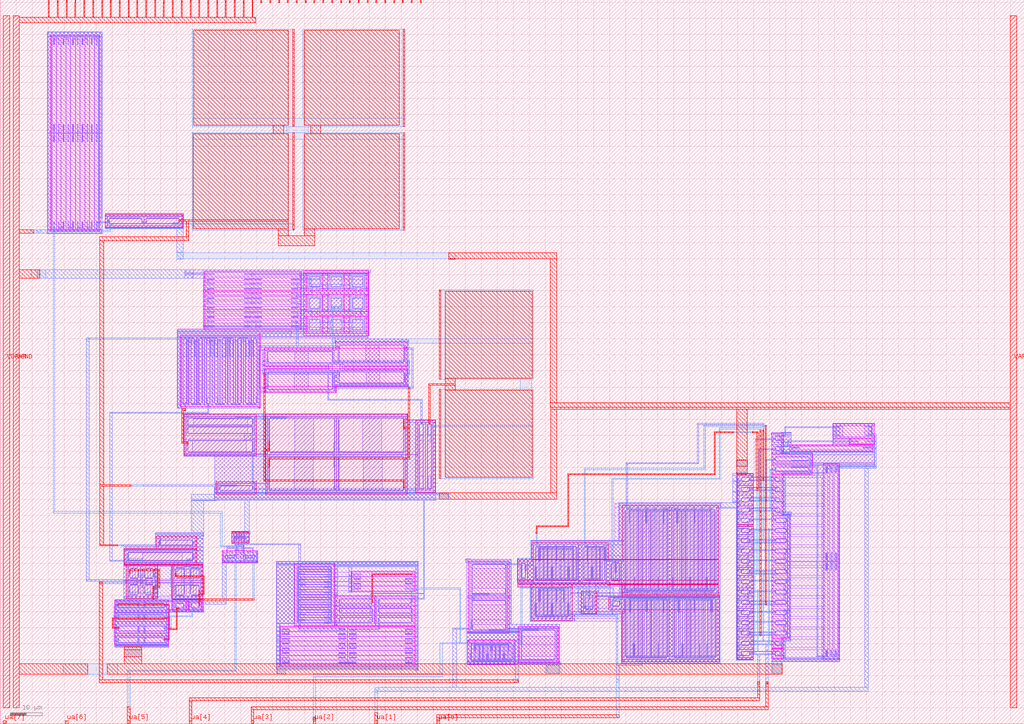
<source format=lef>
VERSION 5.7 ;
  NOWIREEXTENSIONATPIN ON ;
  DIVIDERCHAR "/" ;
  BUSBITCHARS "[]" ;
MACRO tt_um_DalinEM_asic_1
  CLASS BLOCK ;
  FOREIGN tt_um_DalinEM_asic_1 ;
  ORIGIN 0.000 0.000 ;
  SIZE 319.240 BY 225.760 ;
  PIN clk
    DIRECTION INPUT ;
    USE SIGNAL ;
    PORT
      LAYER met4 ;
        RECT 128.190 224.760 128.490 225.760 ;
    END
  END clk
  PIN ena
    DIRECTION INPUT ;
    USE SIGNAL ;
    PORT
      LAYER met4 ;
        RECT 130.950 224.760 131.250 225.760 ;
    END
  END ena
  PIN rst_n
    DIRECTION INPUT ;
    USE SIGNAL ;
    PORT
      LAYER met4 ;
        RECT 125.430 224.760 125.730 225.760 ;
    END
  END rst_n
  PIN ua[0]
    DIRECTION INOUT ;
    USE SIGNAL ;
    ANTENNADIFFAREA 77.574997 ;
    PORT
      LAYER met4 ;
        RECT 136.170 0.000 137.070 1.000 ;
    END
  END ua[0]
  PIN ua[1]
    DIRECTION INOUT ;
    USE SIGNAL ;
    ANTENNAGATEAREA 180.000000 ;
    PORT
      LAYER met4 ;
        RECT 116.850 0.000 117.750 1.000 ;
    END
  END ua[1]
  PIN ua[2]
    DIRECTION INOUT ;
    USE SIGNAL ;
    ANTENNAGATEAREA 50.000000 ;
    ANTENNADIFFAREA 0.290000 ;
    PORT
      LAYER met4 ;
        RECT 97.530 0.000 98.430 1.000 ;
    END
  END ua[2]
  PIN ua[3]
    DIRECTION INOUT ;
    USE SIGNAL ;
    ANTENNAGATEAREA 13.000000 ;
    PORT
      LAYER met4 ;
        RECT 78.210 0.000 79.110 1.000 ;
    END
  END ua[3]
  PIN ua[4]
    DIRECTION INOUT ;
    USE SIGNAL ;
    ANTENNAGATEAREA 13.000000 ;
    PORT
      LAYER met4 ;
        RECT 58.890 0.000 59.790 1.000 ;
    END
  END ua[4]
  PIN ua[5]
    DIRECTION INOUT ;
    USE SIGNAL ;
    ANTENNAGATEAREA 1.000000 ;
    PORT
      LAYER met4 ;
        RECT 39.570 0.000 40.470 1.000 ;
    END
  END ua[5]
  PIN ua[6]
    DIRECTION INOUT ;
    USE SIGNAL ;
    PORT
      LAYER met4 ;
        RECT 20.250 0.000 21.150 1.000 ;
    END
  END ua[6]
  PIN ua[7]
    DIRECTION INOUT ;
    USE SIGNAL ;
    PORT
      LAYER met4 ;
        RECT 0.930 0.000 1.830 1.000 ;
    END
  END ua[7]
  PIN ui_in[0]
    DIRECTION INPUT ;
    USE SIGNAL ;
    PORT
      LAYER met4 ;
        RECT 122.670 224.760 122.970 225.760 ;
    END
  END ui_in[0]
  PIN ui_in[1]
    DIRECTION INPUT ;
    USE SIGNAL ;
    PORT
      LAYER met4 ;
        RECT 119.910 224.760 120.210 225.760 ;
    END
  END ui_in[1]
  PIN ui_in[2]
    DIRECTION INPUT ;
    USE SIGNAL ;
    PORT
      LAYER met4 ;
        RECT 117.150 224.760 117.450 225.760 ;
    END
  END ui_in[2]
  PIN ui_in[3]
    DIRECTION INPUT ;
    USE SIGNAL ;
    PORT
      LAYER met4 ;
        RECT 114.390 224.760 114.690 225.760 ;
    END
  END ui_in[3]
  PIN ui_in[4]
    DIRECTION INPUT ;
    USE SIGNAL ;
    PORT
      LAYER met4 ;
        RECT 111.630 224.760 111.930 225.760 ;
    END
  END ui_in[4]
  PIN ui_in[5]
    DIRECTION INPUT ;
    USE SIGNAL ;
    PORT
      LAYER met4 ;
        RECT 108.870 224.760 109.170 225.760 ;
    END
  END ui_in[5]
  PIN ui_in[6]
    DIRECTION INPUT ;
    USE SIGNAL ;
    PORT
      LAYER met4 ;
        RECT 106.110 224.760 106.410 225.760 ;
    END
  END ui_in[6]
  PIN ui_in[7]
    DIRECTION INPUT ;
    USE SIGNAL ;
    PORT
      LAYER met4 ;
        RECT 103.350 224.760 103.650 225.760 ;
    END
  END ui_in[7]
  PIN uio_in[0]
    DIRECTION INPUT ;
    USE SIGNAL ;
    PORT
      LAYER met4 ;
        RECT 100.590 224.760 100.890 225.760 ;
    END
  END uio_in[0]
  PIN uio_in[1]
    DIRECTION INPUT ;
    USE SIGNAL ;
    PORT
      LAYER met4 ;
        RECT 97.830 224.760 98.130 225.760 ;
    END
  END uio_in[1]
  PIN uio_in[2]
    DIRECTION INPUT ;
    USE SIGNAL ;
    PORT
      LAYER met4 ;
        RECT 95.070 224.760 95.370 225.760 ;
    END
  END uio_in[2]
  PIN uio_in[3]
    DIRECTION INPUT ;
    USE SIGNAL ;
    PORT
      LAYER met4 ;
        RECT 92.310 224.760 92.610 225.760 ;
    END
  END uio_in[3]
  PIN uio_in[4]
    DIRECTION INPUT ;
    USE SIGNAL ;
    PORT
      LAYER met4 ;
        RECT 89.550 224.760 89.850 225.760 ;
    END
  END uio_in[4]
  PIN uio_in[5]
    DIRECTION INPUT ;
    USE SIGNAL ;
    PORT
      LAYER met4 ;
        RECT 86.790 224.760 87.090 225.760 ;
    END
  END uio_in[5]
  PIN uio_in[6]
    DIRECTION INPUT ;
    USE SIGNAL ;
    PORT
      LAYER met4 ;
        RECT 84.030 224.760 84.330 225.760 ;
    END
  END uio_in[6]
  PIN uio_in[7]
    DIRECTION INPUT ;
    USE SIGNAL ;
    PORT
      LAYER met4 ;
        RECT 81.270 224.760 81.570 225.760 ;
    END
  END uio_in[7]
  PIN uio_oe[0]
    DIRECTION OUTPUT ;
    USE SIGNAL ;
    ANTENNAGATEAREA 240.560089 ;
    ANTENNADIFFAREA 947.392456 ;
    PORT
      LAYER met4 ;
        RECT 34.350 224.760 34.650 225.760 ;
    END
  END uio_oe[0]
  PIN uio_oe[1]
    DIRECTION OUTPUT ;
    USE SIGNAL ;
    ANTENNAGATEAREA 240.560089 ;
    ANTENNADIFFAREA 947.392456 ;
    PORT
      LAYER met4 ;
        RECT 31.590 224.760 31.890 225.760 ;
    END
  END uio_oe[1]
  PIN uio_oe[2]
    DIRECTION OUTPUT ;
    USE SIGNAL ;
    ANTENNAGATEAREA 240.560089 ;
    ANTENNADIFFAREA 947.392456 ;
    PORT
      LAYER met4 ;
        RECT 28.830 224.760 29.130 225.760 ;
    END
  END uio_oe[2]
  PIN uio_oe[3]
    DIRECTION OUTPUT ;
    USE SIGNAL ;
    ANTENNAGATEAREA 240.560089 ;
    ANTENNADIFFAREA 947.392456 ;
    PORT
      LAYER met4 ;
        RECT 26.070 224.760 26.370 225.760 ;
    END
  END uio_oe[3]
  PIN uio_oe[4]
    DIRECTION OUTPUT ;
    USE SIGNAL ;
    ANTENNAGATEAREA 240.560089 ;
    ANTENNADIFFAREA 947.392456 ;
    PORT
      LAYER met4 ;
        RECT 23.310 224.760 23.610 225.760 ;
    END
  END uio_oe[4]
  PIN uio_oe[5]
    DIRECTION OUTPUT ;
    USE SIGNAL ;
    ANTENNAGATEAREA 240.560089 ;
    ANTENNADIFFAREA 947.392456 ;
    PORT
      LAYER met4 ;
        RECT 20.550 224.760 20.850 225.760 ;
    END
  END uio_oe[5]
  PIN uio_oe[6]
    DIRECTION OUTPUT ;
    USE SIGNAL ;
    ANTENNAGATEAREA 240.560089 ;
    ANTENNADIFFAREA 947.392456 ;
    PORT
      LAYER met4 ;
        RECT 17.790 224.760 18.090 225.760 ;
    END
  END uio_oe[6]
  PIN uio_oe[7]
    DIRECTION OUTPUT ;
    USE SIGNAL ;
    ANTENNAGATEAREA 240.560089 ;
    ANTENNADIFFAREA 947.392456 ;
    PORT
      LAYER met4 ;
        RECT 15.030 224.760 15.330 225.760 ;
    END
  END uio_oe[7]
  PIN uio_out[0]
    DIRECTION OUTPUT ;
    USE SIGNAL ;
    ANTENNAGATEAREA 240.560089 ;
    ANTENNADIFFAREA 947.392456 ;
    PORT
      LAYER met4 ;
        RECT 56.430 224.760 56.730 225.760 ;
    END
  END uio_out[0]
  PIN uio_out[1]
    DIRECTION OUTPUT ;
    USE SIGNAL ;
    ANTENNAGATEAREA 240.560089 ;
    ANTENNADIFFAREA 947.392456 ;
    PORT
      LAYER met4 ;
        RECT 53.670 224.760 53.970 225.760 ;
    END
  END uio_out[1]
  PIN uio_out[2]
    DIRECTION OUTPUT ;
    USE SIGNAL ;
    ANTENNAGATEAREA 240.560089 ;
    ANTENNADIFFAREA 947.392456 ;
    PORT
      LAYER met4 ;
        RECT 50.910 224.760 51.210 225.760 ;
    END
  END uio_out[2]
  PIN uio_out[3]
    DIRECTION OUTPUT ;
    USE SIGNAL ;
    ANTENNAGATEAREA 240.560089 ;
    ANTENNADIFFAREA 947.392456 ;
    PORT
      LAYER met4 ;
        RECT 48.150 224.760 48.450 225.760 ;
    END
  END uio_out[3]
  PIN uio_out[4]
    DIRECTION OUTPUT ;
    USE SIGNAL ;
    ANTENNAGATEAREA 240.560089 ;
    ANTENNADIFFAREA 947.392456 ;
    PORT
      LAYER met4 ;
        RECT 45.390 224.760 45.690 225.760 ;
    END
  END uio_out[4]
  PIN uio_out[5]
    DIRECTION OUTPUT ;
    USE SIGNAL ;
    ANTENNAGATEAREA 240.560089 ;
    ANTENNADIFFAREA 947.392456 ;
    PORT
      LAYER met4 ;
        RECT 42.630 224.760 42.930 225.760 ;
    END
  END uio_out[5]
  PIN uio_out[6]
    DIRECTION OUTPUT ;
    USE SIGNAL ;
    ANTENNAGATEAREA 240.560089 ;
    ANTENNADIFFAREA 947.392456 ;
    PORT
      LAYER met4 ;
        RECT 39.870 224.760 40.170 225.760 ;
    END
  END uio_out[6]
  PIN uio_out[7]
    DIRECTION OUTPUT ;
    USE SIGNAL ;
    ANTENNAGATEAREA 240.560089 ;
    ANTENNADIFFAREA 947.392456 ;
    PORT
      LAYER met4 ;
        RECT 37.110 224.760 37.410 225.760 ;
    END
  END uio_out[7]
  PIN uo_out[0]
    DIRECTION OUTPUT ;
    USE SIGNAL ;
    ANTENNAGATEAREA 240.560089 ;
    ANTENNADIFFAREA 947.392456 ;
    PORT
      LAYER met4 ;
        RECT 78.510 224.760 78.810 225.760 ;
    END
  END uo_out[0]
  PIN uo_out[1]
    DIRECTION OUTPUT ;
    USE SIGNAL ;
    ANTENNAGATEAREA 240.560089 ;
    ANTENNADIFFAREA 947.392456 ;
    PORT
      LAYER met4 ;
        RECT 75.750 224.760 76.050 225.760 ;
    END
  END uo_out[1]
  PIN uo_out[2]
    DIRECTION OUTPUT ;
    USE SIGNAL ;
    ANTENNAGATEAREA 240.560089 ;
    ANTENNADIFFAREA 947.392456 ;
    PORT
      LAYER met4 ;
        RECT 72.990 224.760 73.290 225.760 ;
    END
  END uo_out[2]
  PIN uo_out[3]
    DIRECTION OUTPUT ;
    USE SIGNAL ;
    ANTENNAGATEAREA 240.560089 ;
    ANTENNADIFFAREA 947.392456 ;
    PORT
      LAYER met4 ;
        RECT 70.230 224.760 70.530 225.760 ;
    END
  END uo_out[3]
  PIN uo_out[4]
    DIRECTION OUTPUT ;
    USE SIGNAL ;
    ANTENNAGATEAREA 240.560089 ;
    ANTENNADIFFAREA 947.392456 ;
    PORT
      LAYER met4 ;
        RECT 67.470 224.760 67.770 225.760 ;
    END
  END uo_out[4]
  PIN uo_out[5]
    DIRECTION OUTPUT ;
    USE SIGNAL ;
    ANTENNAGATEAREA 240.560089 ;
    ANTENNADIFFAREA 947.392456 ;
    PORT
      LAYER met4 ;
        RECT 64.710 224.760 65.010 225.760 ;
    END
  END uo_out[5]
  PIN uo_out[6]
    DIRECTION OUTPUT ;
    USE SIGNAL ;
    ANTENNAGATEAREA 240.560089 ;
    ANTENNADIFFAREA 947.392456 ;
    PORT
      LAYER met4 ;
        RECT 61.950 224.760 62.250 225.760 ;
    END
  END uo_out[6]
  PIN uo_out[7]
    DIRECTION OUTPUT ;
    USE SIGNAL ;
    ANTENNAGATEAREA 240.560089 ;
    ANTENNADIFFAREA 947.392456 ;
    PORT
      LAYER met4 ;
        RECT 59.190 224.760 59.490 225.760 ;
    END
  END uo_out[7]
  PIN VDPWR
    DIRECTION INOUT ;
    USE POWER ;
    PORT
      LAYER met4 ;
        RECT 1.000 5.000 3.000 220.760 ;
    END
  END VDPWR
  PIN VGND
    DIRECTION INOUT ;
    USE GROUND ;
    PORT
      LAYER met4 ;
        RECT 4.000 5.000 6.000 220.760 ;
    END
  END VGND
  PIN VAPWR
    DIRECTION INOUT ;
    USE POWER ;
    PORT
      LAYER met4 ;
        RECT 315.000 5.000 317.000 220.760 ;
    END
  END VAPWR
  OBS
      LAYER pwell ;
        RECT 15.745 153.590 31.075 214.700 ;
      LAYER nwell ;
        RECT 32.750 154.785 56.960 158.755 ;
      LAYER pwell ;
        RECT 63.685 135.215 93.795 141.140 ;
        RECT 63.435 134.660 93.795 135.215 ;
        RECT 63.685 122.850 93.795 134.660 ;
        RECT 94.690 140.420 114.830 141.185 ;
        RECT 94.690 135.250 95.455 140.420 ;
        RECT 100.625 135.250 102.175 140.420 ;
        RECT 107.345 135.250 108.895 140.420 ;
        RECT 114.065 135.250 114.830 140.420 ;
        RECT 94.690 133.700 114.830 135.250 ;
        RECT 94.690 128.530 95.455 133.700 ;
        RECT 100.625 128.530 102.175 133.700 ;
        RECT 107.345 128.530 108.895 133.700 ;
        RECT 114.065 128.530 114.830 133.700 ;
        RECT 94.690 126.980 114.830 128.530 ;
        RECT 94.690 121.810 95.455 126.980 ;
        RECT 100.625 121.810 102.175 126.980 ;
        RECT 107.345 121.810 108.895 126.980 ;
        RECT 114.065 121.810 114.830 126.980 ;
        RECT 80.650 121.165 81.120 121.480 ;
        RECT 56.055 98.885 81.120 121.165 ;
        RECT 94.690 121.045 114.830 121.810 ;
        RECT 104.660 117.130 126.940 119.130 ;
        RECT 82.380 111.550 126.940 117.130 ;
        RECT 82.415 105.190 126.940 110.770 ;
        RECT 82.415 103.190 104.695 105.190 ;
        RECT 80.650 98.340 81.120 98.885 ;
      LAYER nwell ;
        RECT 57.315 83.515 79.895 96.485 ;
        RECT 67.365 71.495 79.895 75.465 ;
        RECT 82.755 71.495 126.965 96.485 ;
        RECT 129.595 72.065 135.585 94.645 ;
      LAYER pwell ;
        RECT 240.550 84.250 244.130 90.640 ;
        RECT 259.745 89.030 272.565 93.540 ;
        RECT 264.710 87.085 272.530 89.030 ;
        RECT 246.175 85.010 271.995 87.020 ;
      LAYER nwell ;
        RECT 72.245 59.755 77.425 59.905 ;
        RECT 48.670 54.625 61.300 58.440 ;
        RECT 72.190 56.440 77.585 59.755 ;
        RECT 72.245 56.365 77.425 56.440 ;
        RECT 38.670 54.470 61.300 54.625 ;
        RECT 38.670 49.785 61.250 54.470 ;
      LAYER pwell ;
        RECT 69.185 50.290 80.305 53.870 ;
      LAYER nwell ;
        RECT 165.740 51.355 189.545 56.450 ;
        RECT 193.920 51.355 223.950 68.110 ;
        RECT 229.890 62.035 234.860 78.010 ;
        RECT 165.740 51.200 223.950 51.355 ;
        RECT 164.450 51.185 223.950 51.200 ;
        RECT 38.670 49.655 63.200 49.785 ;
        RECT 39.230 39.015 48.890 49.655 ;
        RECT 53.560 38.890 63.200 49.655 ;
      LAYER pwell ;
        RECT 35.780 24.305 52.340 38.625 ;
        RECT 53.710 35.045 58.190 38.625 ;
        RECT 58.570 35.050 63.050 38.630 ;
        RECT 91.745 30.570 104.325 49.940 ;
        RECT 109.450 41.175 129.270 47.625 ;
        RECT 104.680 30.550 116.960 39.990 ;
        RECT 116.990 30.550 129.270 39.990 ;
        RECT 87.160 18.090 129.270 30.460 ;
        RECT 146.080 28.240 158.660 50.720 ;
      LAYER nwell ;
        RECT 161.370 44.715 223.950 51.185 ;
        RECT 161.355 43.605 223.950 44.715 ;
        RECT 161.350 43.480 223.950 43.605 ;
        RECT 161.350 42.640 178.345 43.480 ;
        RECT 189.415 43.385 223.950 43.480 ;
        RECT 165.735 32.095 178.345 42.640 ;
        RECT 181.185 34.370 186.055 41.340 ;
        RECT 193.920 40.280 223.950 43.385 ;
        RECT 229.885 61.650 234.860 62.035 ;
      LAYER pwell ;
        RECT 240.550 77.775 253.130 84.250 ;
        RECT 240.550 65.080 244.130 77.775 ;
      LAYER nwell ;
        RECT 193.920 39.465 224.225 40.280 ;
        RECT 189.690 35.495 224.225 39.465 ;
      LAYER pwell ;
        RECT 145.760 18.525 160.650 26.105 ;
        RECT 161.500 18.950 174.080 30.230 ;
      LAYER nwell ;
        RECT 193.920 19.385 224.225 35.495 ;
        RECT 229.885 20.120 234.855 61.650 ;
      LAYER pwell ;
        RECT 240.550 26.655 246.130 65.080 ;
        RECT 240.550 23.550 244.130 26.655 ;
        RECT 240.550 23.460 244.145 23.550 ;
        RECT 240.565 20.270 244.145 23.460 ;
        RECT 256.620 20.030 261.590 81.040 ;
      LAYER nwell ;
        RECT 209.035 19.310 224.225 19.385 ;
      LAYER li1 ;
        RECT 14.670 215.780 31.615 215.790 ;
        RECT 14.670 214.235 31.850 215.780 ;
        RECT 14.670 184.230 16.225 214.235 ;
        RECT 16.575 211.710 16.925 213.870 ;
        RECT 16.575 184.710 16.925 186.870 ;
        RECT 17.405 184.230 17.575 214.235 ;
        RECT 18.055 211.710 18.405 213.870 ;
        RECT 18.055 184.710 18.405 186.870 ;
        RECT 18.885 184.230 19.055 214.235 ;
        RECT 19.535 211.710 19.885 213.870 ;
        RECT 19.535 184.710 19.885 186.870 ;
        RECT 20.365 184.230 20.535 214.235 ;
        RECT 21.015 211.710 21.365 213.870 ;
        RECT 21.015 184.710 21.365 186.870 ;
        RECT 21.845 184.230 22.015 214.235 ;
        RECT 22.495 211.710 22.845 213.870 ;
        RECT 22.495 184.710 22.845 186.870 ;
        RECT 23.325 184.230 23.495 214.235 ;
        RECT 23.975 211.710 24.325 213.870 ;
        RECT 23.975 184.710 24.325 186.870 ;
        RECT 24.805 184.230 24.975 214.235 ;
        RECT 25.455 211.710 25.805 213.870 ;
        RECT 25.455 184.710 25.805 186.870 ;
        RECT 26.285 184.230 26.455 214.235 ;
        RECT 26.935 211.710 27.285 213.870 ;
        RECT 26.935 184.710 27.285 186.870 ;
        RECT 27.765 184.230 27.935 214.235 ;
        RECT 28.415 211.710 28.765 213.870 ;
        RECT 28.415 184.710 28.765 186.870 ;
        RECT 29.245 184.230 29.415 214.235 ;
        RECT 29.895 211.710 30.245 213.870 ;
        RECT 29.895 184.710 30.245 186.870 ;
        RECT 30.595 184.230 31.850 214.235 ;
        RECT 14.670 184.060 31.850 184.230 ;
        RECT 14.670 154.150 16.225 184.060 ;
        RECT 16.575 181.420 16.925 183.580 ;
        RECT 16.575 154.420 16.925 156.580 ;
        RECT 17.405 154.150 17.575 184.060 ;
        RECT 18.055 181.420 18.405 183.580 ;
        RECT 18.055 154.420 18.405 156.580 ;
        RECT 18.885 154.150 19.055 184.060 ;
        RECT 19.535 181.420 19.885 183.580 ;
        RECT 19.535 154.420 19.885 156.580 ;
        RECT 20.365 154.150 20.535 184.060 ;
        RECT 21.015 181.420 21.365 183.580 ;
        RECT 21.015 154.420 21.365 156.580 ;
        RECT 21.845 154.150 22.015 184.060 ;
        RECT 22.495 181.420 22.845 183.580 ;
        RECT 22.495 154.420 22.845 156.580 ;
        RECT 23.325 154.150 23.495 184.060 ;
        RECT 23.975 181.420 24.325 183.580 ;
        RECT 23.975 154.420 24.325 156.580 ;
        RECT 24.805 154.150 24.975 184.060 ;
        RECT 25.455 181.420 25.805 183.580 ;
        RECT 25.455 154.420 25.805 156.580 ;
        RECT 26.285 154.150 26.455 184.060 ;
        RECT 26.935 181.420 27.285 183.580 ;
        RECT 26.935 154.420 27.285 156.580 ;
        RECT 27.765 154.150 27.935 184.060 ;
        RECT 28.415 181.420 28.765 183.580 ;
        RECT 28.415 154.420 28.765 156.580 ;
        RECT 29.245 154.150 29.415 184.060 ;
        RECT 29.895 181.420 30.245 183.580 ;
        RECT 29.895 154.420 30.245 156.580 ;
        RECT 30.595 154.150 31.850 184.060 ;
        RECT 32.805 159.100 57.060 159.195 ;
        RECT 32.755 158.170 57.165 159.100 ;
        RECT 32.755 155.415 33.445 158.170 ;
        RECT 34.040 157.505 44.040 157.675 ;
        RECT 33.810 156.250 33.980 157.290 ;
        RECT 44.100 156.250 44.270 157.290 ;
        RECT 34.040 155.865 44.040 156.035 ;
        RECT 44.770 155.415 44.940 158.170 ;
        RECT 45.670 157.505 55.670 157.675 ;
        RECT 45.440 156.250 45.610 157.290 ;
        RECT 55.730 156.250 55.900 157.290 ;
        RECT 45.670 155.865 55.670 156.035 ;
        RECT 56.385 155.415 57.165 158.170 ;
        RECT 32.755 154.355 57.165 155.415 ;
        RECT 14.670 152.820 31.850 154.150 ;
        RECT 63.260 140.660 114.750 141.530 ;
        RECT 63.260 139.615 64.060 140.660 ;
        RECT 64.515 139.960 66.675 140.310 ;
        RECT 76.015 139.960 78.175 140.310 ;
        RECT 78.470 139.615 78.960 140.660 ;
        RECT 79.305 139.960 81.465 140.310 ;
        RECT 90.805 139.960 92.965 140.310 ;
        RECT 93.435 139.880 114.750 140.660 ;
        RECT 93.435 139.615 95.995 139.880 ;
        RECT 63.260 139.060 95.995 139.615 ;
        RECT 63.260 138.150 64.060 139.060 ;
        RECT 64.515 138.480 66.675 138.830 ;
        RECT 76.015 138.480 78.175 138.830 ;
        RECT 78.470 138.150 78.960 139.060 ;
        RECT 79.305 138.480 81.465 138.830 ;
        RECT 90.805 138.480 92.965 138.830 ;
        RECT 93.435 138.150 95.995 139.060 ;
        RECT 63.260 137.595 95.995 138.150 ;
        RECT 63.260 136.680 64.060 137.595 ;
        RECT 64.515 137.000 66.675 137.350 ;
        RECT 76.015 137.000 78.175 137.350 ;
        RECT 78.470 136.680 78.960 137.595 ;
        RECT 79.305 137.000 81.465 137.350 ;
        RECT 90.805 137.000 92.965 137.350 ;
        RECT 93.435 136.680 95.995 137.595 ;
        RECT 63.260 136.125 95.995 136.680 ;
        RECT 63.260 135.215 64.060 136.125 ;
        RECT 64.515 135.520 66.675 135.870 ;
        RECT 76.015 135.520 78.175 135.870 ;
        RECT 78.470 135.215 78.960 136.125 ;
        RECT 79.305 135.520 81.465 135.870 ;
        RECT 90.805 135.520 92.965 135.870 ;
        RECT 93.435 135.790 95.995 136.125 ;
        RECT 96.305 136.100 99.775 139.570 ;
        RECT 100.085 135.790 102.715 139.880 ;
        RECT 103.025 136.100 106.495 139.570 ;
        RECT 106.805 135.790 109.435 139.880 ;
        RECT 109.745 136.100 113.215 139.570 ;
        RECT 113.525 135.790 114.750 139.880 ;
        RECT 93.435 135.215 114.750 135.790 ;
        RECT 63.260 134.660 114.750 135.215 ;
        RECT 63.260 133.750 64.060 134.660 ;
        RECT 64.515 134.040 66.675 134.390 ;
        RECT 76.015 134.040 78.175 134.390 ;
        RECT 78.470 133.750 78.960 134.660 ;
        RECT 79.305 134.040 81.465 134.390 ;
        RECT 90.805 134.040 92.965 134.390 ;
        RECT 93.435 133.840 114.750 134.660 ;
        RECT 93.435 133.750 95.855 133.840 ;
        RECT 63.260 133.520 95.855 133.750 ;
        RECT 100.170 133.520 102.585 133.840 ;
        RECT 106.950 133.520 109.250 133.840 ;
        RECT 113.665 133.520 114.750 133.840 ;
        RECT 63.260 133.195 114.750 133.520 ;
        RECT 63.260 132.285 64.060 133.195 ;
        RECT 64.515 132.560 66.675 132.910 ;
        RECT 76.015 132.560 78.175 132.910 ;
        RECT 78.470 132.285 78.960 133.195 ;
        RECT 93.435 133.160 114.750 133.195 ;
        RECT 79.305 132.560 81.465 132.910 ;
        RECT 90.805 132.560 92.965 132.910 ;
        RECT 93.435 132.285 95.995 133.160 ;
        RECT 63.260 131.730 95.995 132.285 ;
        RECT 63.260 130.785 64.060 131.730 ;
        RECT 64.515 131.080 66.675 131.430 ;
        RECT 76.015 131.080 78.175 131.430 ;
        RECT 78.470 130.785 78.960 131.730 ;
        RECT 79.305 131.080 81.465 131.430 ;
        RECT 90.805 131.080 92.965 131.430 ;
        RECT 93.435 130.785 95.995 131.730 ;
        RECT 63.260 130.230 95.995 130.785 ;
        RECT 63.260 129.250 64.060 130.230 ;
        RECT 64.515 129.600 66.675 129.950 ;
        RECT 76.015 129.600 78.175 129.950 ;
        RECT 78.470 129.250 78.960 130.230 ;
        RECT 79.305 129.600 81.465 129.950 ;
        RECT 90.805 129.600 92.965 129.950 ;
        RECT 93.435 129.250 95.995 130.230 ;
        RECT 96.305 129.380 99.775 132.850 ;
        RECT 63.260 129.070 95.995 129.250 ;
        RECT 100.085 129.070 102.715 133.160 ;
        RECT 103.025 129.380 106.495 132.850 ;
        RECT 106.805 129.070 109.435 133.160 ;
        RECT 109.745 129.380 113.215 132.850 ;
        RECT 113.525 129.070 114.750 133.160 ;
        RECT 63.260 128.695 114.750 129.070 ;
        RECT 63.260 127.820 64.060 128.695 ;
        RECT 64.515 128.120 66.675 128.470 ;
        RECT 76.015 128.120 78.175 128.470 ;
        RECT 78.470 127.820 78.960 128.695 ;
        RECT 79.305 128.120 81.465 128.470 ;
        RECT 90.805 128.120 92.965 128.470 ;
        RECT 93.435 127.820 114.750 128.695 ;
        RECT 63.260 127.265 114.750 127.820 ;
        RECT 63.260 126.355 64.060 127.265 ;
        RECT 64.515 126.640 66.675 126.990 ;
        RECT 76.015 126.640 78.175 126.990 ;
        RECT 78.470 126.355 78.960 127.265 ;
        RECT 79.305 126.640 81.465 126.990 ;
        RECT 90.805 126.640 92.965 126.990 ;
        RECT 93.435 126.440 114.750 127.265 ;
        RECT 93.435 126.355 95.995 126.440 ;
        RECT 63.260 125.800 95.995 126.355 ;
        RECT 63.260 124.820 64.060 125.800 ;
        RECT 64.515 125.160 66.675 125.510 ;
        RECT 76.015 125.160 78.175 125.510 ;
        RECT 78.470 124.820 78.960 125.800 ;
        RECT 79.305 125.160 81.465 125.510 ;
        RECT 90.805 125.160 92.965 125.510 ;
        RECT 93.435 124.820 95.995 125.800 ;
        RECT 63.260 124.265 95.995 124.820 ;
        RECT 63.260 123.250 64.060 124.265 ;
        RECT 64.515 123.680 66.675 124.030 ;
        RECT 76.015 123.680 78.175 124.030 ;
        RECT 78.470 123.250 78.960 124.265 ;
        RECT 79.305 123.680 81.465 124.030 ;
        RECT 90.805 123.680 92.965 124.030 ;
        RECT 93.435 123.250 95.995 124.265 ;
        RECT 63.260 123.195 95.995 123.250 ;
        RECT 55.295 122.350 95.995 123.195 ;
        RECT 96.305 122.660 99.775 126.130 ;
        RECT 100.085 122.350 102.715 126.440 ;
        RECT 103.025 122.660 106.495 126.130 ;
        RECT 106.805 122.350 109.435 126.440 ;
        RECT 109.745 122.660 113.215 126.130 ;
        RECT 113.525 122.350 114.750 126.440 ;
        RECT 55.295 120.585 114.750 122.350 ;
        RECT 55.295 99.515 56.490 120.585 ;
        RECT 57.325 120.085 57.865 120.255 ;
        RECT 56.985 100.025 57.155 120.025 ;
        RECT 58.035 100.025 58.205 120.025 ;
        RECT 57.325 99.795 57.865 99.965 ;
        RECT 58.725 99.515 58.895 120.585 ;
        RECT 59.755 120.085 60.295 120.255 ;
        RECT 59.415 100.025 59.585 120.025 ;
        RECT 60.465 100.025 60.635 120.025 ;
        RECT 59.755 99.795 60.295 99.965 ;
        RECT 61.155 99.515 61.325 120.585 ;
        RECT 62.185 120.085 62.725 120.255 ;
        RECT 61.845 100.025 62.015 120.025 ;
        RECT 62.895 100.025 63.065 120.025 ;
        RECT 62.185 99.795 62.725 99.965 ;
        RECT 63.585 99.515 63.755 120.585 ;
        RECT 64.615 120.085 65.155 120.255 ;
        RECT 64.275 100.025 64.445 120.025 ;
        RECT 65.325 100.025 65.495 120.025 ;
        RECT 64.615 99.795 65.155 99.965 ;
        RECT 66.015 99.515 66.185 120.585 ;
        RECT 67.045 120.085 67.585 120.255 ;
        RECT 66.705 100.025 66.875 120.025 ;
        RECT 67.755 100.025 67.925 120.025 ;
        RECT 67.045 99.795 67.585 99.965 ;
        RECT 68.445 99.515 68.615 120.585 ;
        RECT 69.475 120.085 70.015 120.255 ;
        RECT 69.135 100.025 69.305 120.025 ;
        RECT 70.185 100.025 70.355 120.025 ;
        RECT 69.475 99.795 70.015 99.965 ;
        RECT 70.875 99.515 71.045 120.585 ;
        RECT 71.905 120.085 72.445 120.255 ;
        RECT 71.565 100.025 71.735 120.025 ;
        RECT 72.615 100.025 72.785 120.025 ;
        RECT 71.905 99.795 72.445 99.965 ;
        RECT 73.305 99.515 73.475 120.585 ;
        RECT 74.335 120.085 74.875 120.255 ;
        RECT 73.995 100.025 74.165 120.025 ;
        RECT 75.045 100.025 75.215 120.025 ;
        RECT 74.335 99.795 74.875 99.965 ;
        RECT 75.735 99.515 75.905 120.585 ;
        RECT 76.765 120.085 77.305 120.255 ;
        RECT 76.425 100.025 76.595 120.025 ;
        RECT 77.475 100.025 77.645 120.025 ;
        RECT 76.765 99.795 77.305 99.965 ;
        RECT 78.165 99.515 78.335 120.585 ;
        RECT 79.195 120.085 79.735 120.255 ;
        RECT 80.400 120.085 114.750 120.585 ;
        RECT 78.855 100.025 79.025 120.025 ;
        RECT 79.905 100.025 80.075 120.025 ;
        RECT 80.400 118.625 127.360 120.085 ;
        RECT 80.400 116.565 105.165 118.625 ;
        RECT 105.800 118.030 125.800 118.200 ;
        RECT 80.400 112.030 82.845 116.565 ;
        RECT 83.520 116.030 103.520 116.200 ;
        RECT 83.290 112.820 83.460 115.860 ;
        RECT 103.580 112.820 103.750 115.860 ;
        RECT 83.520 112.480 103.520 112.650 ;
        RECT 104.215 112.030 105.165 116.565 ;
        RECT 105.570 112.820 105.740 117.860 ;
        RECT 125.860 112.820 126.030 117.860 ;
        RECT 105.800 112.480 125.800 112.650 ;
        RECT 126.410 112.030 127.360 118.625 ;
        RECT 80.400 110.225 127.360 112.030 ;
        RECT 80.400 103.665 82.890 110.225 ;
        RECT 83.555 109.670 103.555 109.840 ;
        RECT 83.325 104.460 83.495 109.500 ;
        RECT 103.615 104.460 103.785 109.500 ;
        RECT 104.150 105.690 105.135 110.225 ;
        RECT 105.800 109.670 125.800 109.840 ;
        RECT 105.570 106.460 105.740 109.500 ;
        RECT 125.860 106.460 126.030 109.500 ;
        RECT 105.800 106.120 125.800 106.290 ;
        RECT 126.410 105.690 127.360 110.225 ;
        RECT 104.150 105.150 127.360 105.690 ;
        RECT 83.555 104.120 103.555 104.290 ;
        RECT 80.400 103.660 82.900 103.665 ;
        RECT 104.245 103.660 104.585 105.150 ;
        RECT 80.400 103.225 104.600 103.660 ;
        RECT 79.195 99.795 79.735 99.965 ;
        RECT 80.400 99.515 81.055 103.225 ;
        RECT 55.295 98.400 81.055 99.515 ;
        RECT 82.655 96.575 127.125 96.580 ;
        RECT 57.265 95.725 127.125 96.575 ;
        RECT 57.265 95.700 83.405 95.725 ;
        RECT 57.265 89.950 57.930 95.700 ;
        RECT 58.605 95.235 78.605 95.405 ;
        RECT 58.375 93.480 58.545 95.020 ;
        RECT 78.665 93.480 78.835 95.020 ;
        RECT 58.605 93.095 78.605 93.265 ;
        RECT 58.605 92.555 78.605 92.725 ;
        RECT 58.375 90.800 58.545 92.340 ;
        RECT 78.665 90.800 78.835 92.340 ;
        RECT 58.605 90.415 78.605 90.585 ;
        RECT 79.170 89.950 83.405 95.700 ;
        RECT 84.045 95.235 104.045 95.405 ;
        RECT 57.265 88.765 83.405 89.950 ;
        RECT 57.265 84.180 57.930 88.765 ;
        RECT 58.605 88.235 78.605 88.405 ;
        RECT 58.375 84.980 58.545 88.020 ;
        RECT 78.665 84.980 78.835 88.020 ;
        RECT 58.605 84.595 78.605 84.765 ;
        RECT 57.265 84.145 69.330 84.180 ;
        RECT 57.265 84.140 78.520 84.145 ;
        RECT 79.170 84.140 83.405 88.765 ;
        RECT 83.815 84.980 83.985 95.020 ;
        RECT 104.105 84.980 104.275 95.020 ;
        RECT 84.045 84.595 104.045 84.765 ;
        RECT 57.265 84.075 83.405 84.140 ;
        RECT 104.775 84.075 104.945 95.725 ;
        RECT 105.675 95.235 125.675 95.405 ;
        RECT 105.445 84.980 105.615 95.020 ;
        RECT 125.735 84.980 125.905 95.020 ;
        RECT 126.345 94.705 127.095 95.725 ;
        RECT 126.345 93.985 135.740 94.705 ;
        RECT 105.675 84.595 125.675 84.765 ;
        RECT 126.345 84.075 130.270 93.985 ;
        RECT 131.060 93.415 131.600 93.585 ;
        RECT 57.265 83.905 130.270 84.075 ;
        RECT 57.265 83.450 83.405 83.905 ;
        RECT 57.350 83.430 83.405 83.450 ;
        RECT 66.865 74.855 83.405 83.430 ;
        RECT 84.045 83.215 104.045 83.385 ;
        RECT 66.840 74.785 83.405 74.855 ;
        RECT 66.840 72.155 67.930 74.785 ;
        RECT 68.655 74.215 78.605 74.385 ;
        RECT 68.425 72.960 68.595 74.000 ;
        RECT 78.665 72.960 78.835 74.000 ;
        RECT 68.655 72.575 78.605 72.745 ;
        RECT 79.270 72.155 83.405 74.785 ;
        RECT 83.815 72.960 83.985 83.000 ;
        RECT 104.105 72.960 104.275 83.000 ;
        RECT 84.045 72.575 104.045 72.745 ;
        RECT 104.775 72.155 104.945 83.905 ;
        RECT 105.675 83.215 125.675 83.385 ;
        RECT 105.445 72.960 105.615 83.000 ;
        RECT 125.735 72.960 125.905 83.000 ;
        RECT 105.675 72.575 125.675 72.745 ;
        RECT 126.345 72.670 130.270 83.905 ;
        RECT 130.675 73.355 130.845 93.355 ;
        RECT 131.815 73.355 131.985 93.355 ;
        RECT 131.060 73.125 131.600 73.295 ;
        RECT 132.505 72.670 132.675 93.985 ;
        RECT 133.580 93.415 134.120 93.585 ;
        RECT 133.195 73.355 133.365 93.355 ;
        RECT 134.335 73.355 134.505 93.355 ;
        RECT 133.580 73.125 134.120 73.295 ;
        RECT 134.915 72.670 135.740 93.985 ;
        RECT 259.700 92.980 272.575 93.680 ;
        RECT 240.550 90.730 246.630 90.770 ;
        RECT 240.520 90.520 246.630 90.730 ;
        RECT 240.510 90.175 246.630 90.520 ;
        RECT 240.510 87.770 241.085 90.175 ;
        RECT 243.640 90.000 246.630 90.175 ;
        RECT 241.820 89.560 242.860 89.730 ;
        RECT 243.640 89.505 246.635 90.000 ;
        RECT 241.480 88.500 241.650 89.500 ;
        RECT 243.030 88.500 243.200 89.500 ;
        RECT 243.640 88.505 246.630 89.505 ;
        RECT 259.700 89.485 260.150 92.980 ;
        RECT 260.575 89.860 262.735 92.710 ;
        RECT 269.575 89.860 271.735 92.710 ;
        RECT 271.925 89.485 272.575 92.980 ;
        RECT 259.700 88.705 272.575 89.485 ;
        RECT 241.820 88.270 242.860 88.440 ;
        RECT 243.640 88.010 246.635 88.505 ;
        RECT 243.640 87.770 246.630 88.010 ;
        RECT 240.510 87.055 246.630 87.770 ;
        RECT 259.700 87.450 265.140 88.705 ;
        RECT 265.540 87.915 267.700 88.265 ;
        RECT 269.540 87.915 271.700 88.265 ;
        RECT 271.925 87.450 272.575 88.705 ;
        RECT 240.510 87.035 246.635 87.055 ;
        RECT 240.510 84.595 241.085 87.035 ;
        RECT 243.640 86.990 246.635 87.035 ;
        RECT 259.700 86.990 272.575 87.450 ;
        RECT 243.640 86.560 272.575 86.990 ;
        RECT 241.820 86.365 242.860 86.535 ;
        RECT 241.480 85.305 241.650 86.305 ;
        RECT 243.030 85.305 243.200 86.305 ;
        RECT 243.640 85.445 246.630 86.560 ;
        RECT 247.005 85.840 249.165 86.190 ;
        RECT 269.005 85.840 271.165 86.190 ;
        RECT 271.610 85.475 272.575 86.560 ;
        RECT 252.585 85.445 272.575 85.475 ;
        RECT 241.820 85.075 242.860 85.245 ;
        RECT 243.640 84.595 272.575 85.445 ;
        RECT 240.510 83.840 272.575 84.595 ;
        RECT 240.510 81.380 241.085 83.840 ;
        RECT 241.820 83.170 251.860 83.340 ;
        RECT 241.480 82.110 241.650 83.110 ;
        RECT 252.030 82.110 252.200 83.110 ;
        RECT 241.820 81.880 251.860 82.050 ;
        RECT 252.540 81.380 272.575 83.840 ;
        RECT 240.510 80.710 272.575 81.380 ;
        RECT 240.510 80.690 261.780 80.710 ;
        RECT 240.510 80.645 257.145 80.690 ;
        RECT 240.510 78.185 241.085 80.645 ;
        RECT 241.820 79.975 251.860 80.145 ;
        RECT 241.480 78.915 241.650 79.915 ;
        RECT 252.030 78.915 252.200 79.915 ;
        RECT 241.820 78.685 251.860 78.855 ;
        RECT 252.540 78.185 257.145 80.645 ;
        RECT 229.620 78.050 234.745 78.090 ;
        RECT 126.340 72.155 135.740 72.670 ;
        RECT 66.840 70.450 135.740 72.155 ;
        RECT 66.865 69.750 135.740 70.450 ;
        RECT 229.555 77.400 234.860 78.050 ;
        RECT 229.555 74.990 230.505 77.400 ;
        RECT 231.355 76.780 233.395 76.950 ;
        RECT 230.970 75.720 231.140 76.720 ;
        RECT 233.610 75.720 233.780 76.720 ;
        RECT 231.355 75.490 233.395 75.660 ;
        RECT 234.150 74.990 234.860 77.400 ;
        RECT 229.555 74.255 234.860 74.990 ;
        RECT 229.555 71.795 230.505 74.255 ;
        RECT 231.355 73.585 233.395 73.755 ;
        RECT 230.970 72.525 231.140 73.525 ;
        RECT 233.610 72.525 233.780 73.525 ;
        RECT 231.355 72.295 233.395 72.465 ;
        RECT 234.150 71.795 234.860 74.255 ;
        RECT 229.555 71.055 234.860 71.795 ;
        RECT 192.975 68.715 224.570 68.870 ;
        RECT 191.640 67.545 224.570 68.715 ;
        RECT 229.555 68.600 230.505 71.055 ;
        RECT 231.355 70.390 233.395 70.560 ;
        RECT 230.970 69.330 231.140 70.330 ;
        RECT 233.610 69.330 233.780 70.330 ;
        RECT 231.355 69.100 233.395 69.270 ;
        RECT 234.150 68.600 234.860 71.055 ;
        RECT 229.555 67.865 234.860 68.600 ;
        RECT 48.365 59.425 63.255 59.460 ;
        RECT 48.365 59.385 63.320 59.425 ;
        RECT 48.300 57.850 63.320 59.385 ;
        RECT 48.300 55.265 49.495 57.850 ;
        RECT 49.960 57.190 60.010 57.360 ;
        RECT 49.730 55.935 49.900 56.975 ;
        RECT 60.070 55.935 60.240 56.975 ;
        RECT 49.960 55.550 60.010 55.720 ;
        RECT 60.620 55.265 63.320 57.850 ;
        RECT 72.205 59.285 77.600 59.970 ;
        RECT 72.205 56.885 72.980 59.285 ;
        RECT 73.405 58.890 73.905 59.060 ;
        RECT 74.195 58.890 74.695 59.060 ;
        RECT 74.985 58.890 75.485 59.060 ;
        RECT 75.775 58.890 76.275 59.060 ;
        RECT 73.175 57.635 73.345 58.675 ;
        RECT 73.965 57.635 74.135 58.675 ;
        RECT 74.755 57.635 74.925 58.675 ;
        RECT 75.545 57.635 75.715 58.675 ;
        RECT 76.335 57.635 76.505 58.675 ;
        RECT 73.405 57.250 73.905 57.420 ;
        RECT 74.195 57.250 74.695 57.420 ;
        RECT 74.985 57.250 75.485 57.420 ;
        RECT 75.775 57.250 76.275 57.420 ;
        RECT 76.825 56.885 77.600 59.285 ;
        RECT 191.640 57.135 194.575 67.545 ;
        RECT 195.210 66.860 196.210 67.030 ;
        RECT 196.500 66.860 197.500 67.030 ;
        RECT 197.790 66.860 198.790 67.030 ;
        RECT 199.080 66.860 200.080 67.030 ;
        RECT 200.370 66.860 201.370 67.030 ;
        RECT 201.660 66.860 202.660 67.030 ;
        RECT 202.950 66.860 203.950 67.030 ;
        RECT 204.240 66.860 205.240 67.030 ;
        RECT 205.530 66.860 206.530 67.030 ;
        RECT 206.820 66.860 207.820 67.030 ;
        RECT 165.430 56.905 194.575 57.135 ;
        RECT 72.190 56.090 77.600 56.885 ;
        RECT 165.420 55.820 194.575 56.905 ;
        RECT 38.485 53.955 63.320 55.265 ;
        RECT 38.485 50.360 39.345 53.955 ;
        RECT 39.960 53.375 59.960 53.545 ;
        RECT 39.730 51.120 39.900 53.160 ;
        RECT 60.020 51.120 60.190 53.160 ;
        RECT 39.960 50.735 59.960 50.905 ;
        RECT 60.620 50.360 63.320 53.955 ;
        RECT 38.485 49.125 63.320 50.360 ;
        RECT 69.150 53.460 80.340 53.905 ;
        RECT 69.150 50.835 69.655 53.460 ;
        RECT 70.325 52.770 70.825 52.940 ;
        RECT 70.095 51.560 70.265 52.600 ;
        RECT 70.885 51.560 71.055 52.600 ;
        RECT 70.325 51.220 70.825 51.390 ;
        RECT 71.555 50.835 72.375 53.460 ;
        RECT 73.105 52.770 73.605 52.940 ;
        RECT 72.875 51.560 73.045 52.600 ;
        RECT 73.665 51.560 73.835 52.600 ;
        RECT 73.105 51.220 73.605 51.390 ;
        RECT 74.335 50.835 75.155 53.460 ;
        RECT 75.885 52.770 76.385 52.940 ;
        RECT 75.655 51.560 75.825 52.600 ;
        RECT 76.445 51.560 76.615 52.600 ;
        RECT 75.885 51.220 76.385 51.390 ;
        RECT 77.110 50.835 77.935 53.460 ;
        RECT 78.665 52.770 79.165 52.940 ;
        RECT 78.435 51.560 78.605 52.600 ;
        RECT 79.225 51.560 79.395 52.600 ;
        RECT 78.665 51.220 79.165 51.390 ;
        RECT 79.885 50.835 80.340 53.460 ;
        RECT 161.315 51.555 161.975 51.585 ;
        RECT 165.430 51.555 166.430 55.820 ;
        RECT 167.030 55.200 168.030 55.370 ;
        RECT 168.320 55.200 169.320 55.370 ;
        RECT 169.610 55.200 170.610 55.370 ;
        RECT 170.900 55.200 171.900 55.370 ;
        RECT 172.190 55.200 173.190 55.370 ;
        RECT 173.480 55.200 174.480 55.370 ;
        RECT 174.770 55.200 175.770 55.370 ;
        RECT 176.060 55.200 177.060 55.370 ;
        RECT 177.350 55.200 178.350 55.370 ;
        RECT 178.640 55.200 179.640 55.370 ;
        RECT 69.150 50.035 80.340 50.835 ;
        RECT 145.475 51.290 146.555 51.320 ;
        RECT 145.475 51.275 159.245 51.290 ;
        RECT 38.485 44.785 39.910 49.125 ;
        RECT 40.520 48.445 42.920 48.615 ;
        RECT 40.290 45.690 40.460 48.230 ;
        RECT 42.980 45.690 43.150 48.230 ;
        RECT 40.520 45.305 42.920 45.475 ;
        RECT 43.580 44.785 44.590 49.125 ;
        RECT 45.200 48.445 47.600 48.615 ;
        RECT 44.970 45.690 45.140 48.230 ;
        RECT 47.660 45.690 47.830 48.230 ;
        RECT 45.200 45.305 47.600 45.475 ;
        RECT 48.185 45.020 54.255 49.125 ;
        RECT 54.850 48.535 57.250 48.705 ;
        RECT 54.620 45.780 54.790 48.320 ;
        RECT 57.310 45.780 57.480 48.320 ;
        RECT 54.850 45.395 57.250 45.565 ;
        RECT 57.970 45.020 58.890 49.125 ;
        RECT 59.510 48.535 61.910 48.705 ;
        RECT 59.280 45.780 59.450 48.320 ;
        RECT 61.970 45.780 62.140 48.320 ;
        RECT 59.510 45.395 61.910 45.565 ;
        RECT 62.530 45.020 63.320 49.125 ;
        RECT 48.185 44.785 63.320 45.020 ;
        RECT 38.485 44.615 63.320 44.785 ;
        RECT 38.485 44.095 39.910 44.615 ;
        RECT 43.580 44.095 44.590 44.615 ;
        RECT 48.185 44.095 63.320 44.615 ;
        RECT 38.485 43.925 63.320 44.095 ;
        RECT 38.485 39.760 39.910 43.925 ;
        RECT 40.520 43.235 42.920 43.405 ;
        RECT 40.290 40.480 40.460 43.020 ;
        RECT 42.980 40.480 43.150 43.020 ;
        RECT 40.520 40.095 42.920 40.265 ;
        RECT 43.580 39.760 44.590 43.925 ;
        RECT 48.185 43.760 63.320 43.925 ;
        RECT 45.200 43.235 47.600 43.405 ;
        RECT 44.970 40.480 45.140 43.020 ;
        RECT 47.660 40.480 47.830 43.020 ;
        RECT 45.200 40.095 47.600 40.265 ;
        RECT 48.185 39.760 54.255 43.760 ;
        RECT 54.850 43.110 57.250 43.280 ;
        RECT 54.620 40.355 54.790 42.895 ;
        RECT 57.310 40.355 57.480 42.895 ;
        RECT 54.850 39.970 57.250 40.140 ;
        RECT 38.485 39.725 54.440 39.760 ;
        RECT 57.970 39.725 58.890 43.760 ;
        RECT 59.510 43.110 61.910 43.280 ;
        RECT 59.280 40.355 59.450 42.895 ;
        RECT 61.970 40.355 62.140 42.895 ;
        RECT 59.510 39.970 61.910 40.140 ;
        RECT 62.530 39.725 63.320 43.760 ;
        RECT 38.485 39.085 63.320 39.725 ;
        RECT 38.485 39.050 39.910 39.085 ;
        RECT 53.425 39.050 63.320 39.085 ;
        RECT 86.095 49.420 130.420 50.660 ;
        RECT 53.425 39.045 63.245 39.050 ;
        RECT 53.470 39.025 63.245 39.045 ;
        RECT 62.640 38.980 63.245 39.025 ;
        RECT 43.505 38.595 44.665 38.615 ;
        RECT 53.985 38.595 63.475 38.615 ;
        RECT 35.775 38.055 63.475 38.595 ;
        RECT 35.775 35.565 36.315 38.055 ;
        RECT 36.920 37.525 42.920 37.695 ;
        RECT 36.690 36.315 36.860 37.355 ;
        RECT 42.980 36.315 43.150 37.355 ;
        RECT 36.920 35.975 42.920 36.145 ;
        RECT 43.505 35.565 44.665 38.055 ;
        RECT 51.840 38.035 63.475 38.055 ;
        RECT 45.200 37.525 51.200 37.695 ;
        RECT 44.970 36.315 45.140 37.355 ;
        RECT 51.260 36.315 51.430 37.355 ;
        RECT 45.200 35.975 51.200 36.145 ;
        RECT 51.840 35.630 54.200 38.035 ;
        RECT 54.850 37.525 57.050 37.695 ;
        RECT 54.620 36.315 54.790 37.355 ;
        RECT 57.110 36.315 57.280 37.355 ;
        RECT 54.850 35.975 57.050 36.145 ;
        RECT 57.635 35.630 59.140 38.035 ;
        RECT 59.710 37.530 61.910 37.700 ;
        RECT 59.480 36.320 59.650 37.360 ;
        RECT 61.970 36.320 62.140 37.360 ;
        RECT 59.710 35.980 61.910 36.150 ;
        RECT 62.550 35.630 63.475 38.035 ;
        RECT 51.840 35.565 63.495 35.630 ;
        RECT 35.775 34.795 63.495 35.565 ;
        RECT 35.775 34.520 52.525 34.795 ;
        RECT 62.550 34.770 63.475 34.795 ;
        RECT 35.775 32.010 36.315 34.520 ;
        RECT 36.920 33.945 42.920 34.115 ;
        RECT 36.690 32.735 36.860 33.775 ;
        RECT 42.980 32.735 43.150 33.775 ;
        RECT 36.920 32.395 42.920 32.565 ;
        RECT 43.505 32.010 44.665 34.520 ;
        RECT 45.200 33.945 51.200 34.115 ;
        RECT 44.970 32.735 45.140 33.775 ;
        RECT 51.260 32.735 51.430 33.775 ;
        RECT 45.200 32.395 51.200 32.565 ;
        RECT 51.840 32.010 52.525 34.520 ;
        RECT 35.775 30.965 52.525 32.010 ;
        RECT 35.775 28.390 36.315 30.965 ;
        RECT 36.920 30.365 42.920 30.535 ;
        RECT 36.690 29.155 36.860 30.195 ;
        RECT 42.980 29.155 43.150 30.195 ;
        RECT 36.920 28.815 42.920 28.985 ;
        RECT 43.505 28.390 44.665 30.965 ;
        RECT 45.200 30.365 51.200 30.535 ;
        RECT 44.970 29.155 45.140 30.195 ;
        RECT 51.260 29.155 51.430 30.195 ;
        RECT 45.200 28.815 51.200 28.985 ;
        RECT 51.840 28.390 52.525 30.965 ;
        RECT 35.775 27.345 52.525 28.390 ;
        RECT 35.775 24.895 36.315 27.345 ;
        RECT 36.920 26.785 42.920 26.955 ;
        RECT 36.690 25.575 36.860 26.615 ;
        RECT 42.980 25.575 43.150 26.615 ;
        RECT 36.920 25.235 42.920 25.405 ;
        RECT 43.505 24.895 44.665 27.345 ;
        RECT 45.200 26.785 51.200 26.955 ;
        RECT 44.970 25.575 45.140 26.615 ;
        RECT 51.260 25.575 51.430 26.615 ;
        RECT 45.200 25.235 51.200 25.405 ;
        RECT 51.840 24.895 52.525 27.345 ;
        RECT 35.775 23.885 52.525 24.895 ;
        RECT 51.840 23.865 52.525 23.885 ;
        RECT 86.095 31.155 92.325 49.420 ;
        RECT 93.015 48.860 103.055 49.030 ;
        RECT 92.675 48.300 92.845 48.800 ;
        RECT 103.225 48.300 103.395 48.800 ;
        RECT 93.015 48.070 103.055 48.240 ;
        RECT 92.675 47.510 92.845 48.010 ;
        RECT 103.225 47.510 103.395 48.010 ;
        RECT 93.015 47.280 103.055 47.450 ;
        RECT 103.810 47.275 130.420 49.420 ;
        RECT 92.675 46.720 92.845 47.220 ;
        RECT 103.225 46.720 103.395 47.220 ;
        RECT 93.015 46.490 103.055 46.660 ;
        RECT 92.675 45.930 92.845 46.430 ;
        RECT 103.225 45.930 103.395 46.430 ;
        RECT 103.810 45.965 109.825 47.275 ;
        RECT 110.280 46.445 112.440 46.795 ;
        RECT 126.280 46.445 128.440 46.795 ;
        RECT 128.775 45.965 130.420 47.275 ;
        RECT 93.015 45.700 103.055 45.870 ;
        RECT 103.810 45.795 130.420 45.965 ;
        RECT 92.675 45.140 92.845 45.640 ;
        RECT 103.225 45.140 103.395 45.640 ;
        RECT 93.015 44.910 103.055 45.080 ;
        RECT 92.675 44.350 92.845 44.850 ;
        RECT 103.225 44.350 103.395 44.850 ;
        RECT 103.810 44.485 109.825 45.795 ;
        RECT 110.280 44.965 112.440 45.315 ;
        RECT 126.280 44.965 128.440 45.315 ;
        RECT 128.775 44.485 130.420 45.795 ;
        RECT 103.810 44.315 130.420 44.485 ;
        RECT 93.015 44.120 103.055 44.290 ;
        RECT 92.675 43.560 92.845 44.060 ;
        RECT 103.225 43.560 103.395 44.060 ;
        RECT 93.015 43.330 103.055 43.500 ;
        RECT 92.675 42.770 92.845 43.270 ;
        RECT 103.225 42.770 103.395 43.270 ;
        RECT 103.810 43.005 109.825 44.315 ;
        RECT 110.280 43.485 112.440 43.835 ;
        RECT 126.280 43.485 128.440 43.835 ;
        RECT 128.775 43.005 130.420 44.315 ;
        RECT 103.810 42.835 130.420 43.005 ;
        RECT 93.015 42.540 103.055 42.710 ;
        RECT 92.675 41.980 92.845 42.480 ;
        RECT 103.225 41.980 103.395 42.480 ;
        RECT 93.015 41.750 103.055 41.920 ;
        RECT 92.675 41.190 92.845 41.690 ;
        RECT 103.225 41.190 103.395 41.690 ;
        RECT 103.810 41.540 109.825 42.835 ;
        RECT 110.280 42.005 112.440 42.355 ;
        RECT 126.280 42.005 128.440 42.355 ;
        RECT 128.775 41.540 130.420 42.835 ;
        RECT 93.015 40.960 103.055 41.130 ;
        RECT 92.675 40.400 92.845 40.900 ;
        RECT 103.225 40.400 103.395 40.900 ;
        RECT 93.015 40.170 103.055 40.340 ;
        RECT 92.675 39.610 92.845 40.110 ;
        RECT 103.225 39.610 103.395 40.110 ;
        RECT 103.810 39.615 130.420 41.540 ;
        RECT 103.810 39.580 116.720 39.615 ;
        RECT 93.015 39.380 103.055 39.550 ;
        RECT 92.675 38.820 92.845 39.320 ;
        RECT 103.225 38.820 103.395 39.320 ;
        RECT 93.015 38.590 103.055 38.760 ;
        RECT 92.675 38.030 92.845 38.530 ;
        RECT 103.225 38.030 103.395 38.530 ;
        RECT 93.015 37.800 103.055 37.970 ;
        RECT 92.675 37.240 92.845 37.740 ;
        RECT 103.225 37.240 103.395 37.740 ;
        RECT 93.015 37.010 103.055 37.180 ;
        RECT 92.675 36.450 92.845 36.950 ;
        RECT 103.225 36.450 103.395 36.950 ;
        RECT 103.810 36.820 105.155 39.580 ;
        RECT 105.820 38.890 115.820 39.060 ;
        RECT 105.590 37.680 105.760 38.720 ;
        RECT 115.880 37.680 116.050 38.720 ;
        RECT 105.820 37.340 115.820 37.510 ;
        RECT 116.550 36.820 116.720 39.580 ;
        RECT 103.810 36.650 116.720 36.820 ;
        RECT 93.015 36.220 103.055 36.390 ;
        RECT 92.675 35.660 92.845 36.160 ;
        RECT 103.225 35.660 103.395 36.160 ;
        RECT 93.015 35.430 103.055 35.600 ;
        RECT 92.675 34.870 92.845 35.370 ;
        RECT 103.225 34.870 103.395 35.370 ;
        RECT 93.015 34.640 103.055 34.810 ;
        RECT 92.675 34.080 92.845 34.580 ;
        RECT 103.225 34.080 103.395 34.580 ;
        RECT 93.015 33.850 103.055 34.020 ;
        RECT 103.810 33.890 105.155 36.650 ;
        RECT 105.820 35.960 115.820 36.130 ;
        RECT 105.590 34.750 105.760 35.790 ;
        RECT 115.880 34.750 116.050 35.790 ;
        RECT 105.820 34.410 115.820 34.580 ;
        RECT 116.550 33.890 116.720 36.650 ;
        RECT 92.675 33.290 92.845 33.790 ;
        RECT 103.225 33.290 103.395 33.790 ;
        RECT 103.810 33.720 116.720 33.890 ;
        RECT 93.015 33.060 103.055 33.230 ;
        RECT 92.675 32.500 92.845 33.000 ;
        RECT 103.225 32.500 103.395 33.000 ;
        RECT 93.015 32.270 103.055 32.440 ;
        RECT 92.675 31.710 92.845 32.210 ;
        RECT 103.225 31.710 103.395 32.210 ;
        RECT 93.015 31.480 103.055 31.650 ;
        RECT 103.810 31.155 105.155 33.720 ;
        RECT 105.820 33.030 115.820 33.200 ;
        RECT 105.590 31.820 105.760 32.860 ;
        RECT 115.880 31.820 116.050 32.860 ;
        RECT 105.820 31.480 115.820 31.650 ;
        RECT 116.550 31.155 116.720 33.720 ;
        RECT 117.230 39.580 130.420 39.615 ;
        RECT 117.230 36.820 117.400 39.580 ;
        RECT 118.130 38.890 128.130 39.060 ;
        RECT 117.900 37.680 118.070 38.720 ;
        RECT 128.190 37.680 128.360 38.720 ;
        RECT 118.130 37.340 128.130 37.510 ;
        RECT 128.775 36.820 130.420 39.580 ;
        RECT 117.230 36.650 130.420 36.820 ;
        RECT 117.230 33.890 117.400 36.650 ;
        RECT 118.130 35.960 128.130 36.130 ;
        RECT 117.900 34.750 118.070 35.790 ;
        RECT 128.190 34.750 128.360 35.790 ;
        RECT 118.130 34.410 128.130 34.580 ;
        RECT 128.775 33.890 130.420 36.650 ;
        RECT 117.230 33.720 130.420 33.890 ;
        RECT 117.230 31.155 117.400 33.720 ;
        RECT 118.130 33.030 128.130 33.200 ;
        RECT 117.900 31.820 118.070 32.860 ;
        RECT 128.190 31.820 128.360 32.860 ;
        RECT 118.130 31.480 128.130 31.650 ;
        RECT 128.775 31.155 130.420 33.720 ;
        RECT 86.095 30.085 130.420 31.155 ;
        RECT 86.095 28.800 87.530 30.085 ;
        RECT 92.110 30.025 130.420 30.085 ;
        RECT 87.990 29.280 90.150 29.630 ;
        RECT 105.490 29.280 107.650 29.630 ;
        RECT 108.130 28.800 108.300 30.025 ;
        RECT 108.780 29.280 110.940 29.630 ;
        RECT 126.280 29.280 128.440 29.630 ;
        RECT 128.775 28.800 130.420 30.025 ;
        RECT 86.095 28.630 130.420 28.800 ;
        RECT 86.095 27.320 87.530 28.630 ;
        RECT 87.990 27.800 90.150 28.150 ;
        RECT 105.490 27.800 107.650 28.150 ;
        RECT 108.130 27.320 108.300 28.630 ;
        RECT 108.780 27.800 110.940 28.150 ;
        RECT 126.280 27.800 128.440 28.150 ;
        RECT 128.775 27.320 130.420 28.630 ;
        RECT 145.475 50.215 159.255 51.275 ;
        RECT 161.310 51.205 166.430 51.555 ;
        RECT 161.310 50.575 166.380 51.205 ;
        RECT 145.475 39.850 146.600 50.215 ;
        RECT 147.350 49.640 157.390 49.810 ;
        RECT 147.010 40.580 147.180 49.580 ;
        RECT 157.560 40.580 157.730 49.580 ;
        RECT 147.350 40.350 157.390 40.520 ;
        RECT 158.170 39.850 159.255 50.215 ;
        RECT 161.315 44.905 162.060 50.575 ;
        RECT 162.660 49.935 163.660 50.105 ;
        RECT 162.430 45.680 162.600 49.720 ;
        RECT 163.720 45.680 163.890 49.720 ;
        RECT 162.660 45.295 163.660 45.465 ;
        RECT 164.355 44.905 166.380 50.575 ;
        RECT 166.800 44.945 166.970 54.985 ;
        RECT 168.090 44.945 168.260 54.985 ;
        RECT 169.380 44.945 169.550 54.985 ;
        RECT 170.670 44.945 170.840 54.985 ;
        RECT 171.960 44.945 172.130 54.985 ;
        RECT 173.250 44.945 173.420 54.985 ;
        RECT 174.540 44.945 174.710 54.985 ;
        RECT 175.830 44.945 176.000 54.985 ;
        RECT 177.120 44.945 177.290 54.985 ;
        RECT 178.410 44.945 178.580 54.985 ;
        RECT 179.700 44.945 179.870 54.985 ;
        RECT 161.315 44.245 166.380 44.905 ;
        RECT 167.030 44.560 168.030 44.730 ;
        RECT 168.320 44.560 169.320 44.730 ;
        RECT 169.610 44.560 170.610 44.730 ;
        RECT 170.900 44.560 171.900 44.730 ;
        RECT 172.190 44.560 173.190 44.730 ;
        RECT 173.480 44.560 174.480 44.730 ;
        RECT 174.770 44.560 175.770 44.730 ;
        RECT 176.060 44.560 177.060 44.730 ;
        RECT 177.350 44.560 178.350 44.730 ;
        RECT 178.640 44.560 179.640 44.730 ;
        RECT 161.355 44.085 166.380 44.245 ;
        RECT 180.320 44.085 181.440 55.820 ;
        RECT 182.095 55.200 183.095 55.370 ;
        RECT 183.385 55.200 184.385 55.370 ;
        RECT 184.675 55.200 185.675 55.370 ;
        RECT 185.965 55.200 186.965 55.370 ;
        RECT 187.255 55.200 188.255 55.370 ;
        RECT 181.865 44.945 182.035 54.985 ;
        RECT 183.155 44.945 183.325 54.985 ;
        RECT 184.445 44.945 184.615 54.985 ;
        RECT 185.735 44.945 185.905 54.985 ;
        RECT 187.025 44.945 187.195 54.985 ;
        RECT 188.315 44.945 188.485 54.985 ;
        RECT 188.875 50.735 194.575 55.820 ;
        RECT 182.095 44.560 183.095 44.730 ;
        RECT 183.385 44.560 184.385 44.730 ;
        RECT 184.675 44.560 185.675 44.730 ;
        RECT 185.965 44.560 186.965 44.730 ;
        RECT 187.255 44.560 188.255 44.730 ;
        RECT 188.875 44.085 190.025 50.735 ;
        RECT 190.705 50.105 191.705 50.275 ;
        RECT 191.995 50.105 192.995 50.275 ;
        RECT 190.475 44.850 190.645 49.890 ;
        RECT 191.765 44.850 191.935 49.890 ;
        RECT 193.055 44.850 193.225 49.890 ;
        RECT 190.705 44.465 191.705 44.635 ;
        RECT 191.995 44.465 192.995 44.635 ;
        RECT 161.355 44.025 190.025 44.085 ;
        RECT 193.670 44.025 194.575 50.735 ;
        RECT 161.355 43.640 194.695 44.025 ;
        RECT 161.360 42.860 194.695 43.640 ;
        RECT 145.475 39.680 159.255 39.850 ;
        RECT 145.475 39.280 146.600 39.680 ;
        RECT 158.170 39.280 159.255 39.680 ;
        RECT 145.475 39.110 159.255 39.280 ;
        RECT 145.475 28.775 146.600 39.110 ;
        RECT 147.350 38.440 157.390 38.610 ;
        RECT 147.010 29.380 147.180 38.380 ;
        RECT 157.560 29.380 157.730 38.380 ;
        RECT 158.170 31.010 159.255 39.110 ;
        RECT 165.445 32.845 166.315 42.860 ;
        RECT 167.025 42.315 168.025 42.485 ;
        RECT 168.315 42.315 169.315 42.485 ;
        RECT 169.605 42.315 170.605 42.485 ;
        RECT 170.895 42.315 171.895 42.485 ;
        RECT 172.185 42.315 173.185 42.485 ;
        RECT 173.475 42.315 174.475 42.485 ;
        RECT 174.765 42.315 175.765 42.485 ;
        RECT 176.055 42.315 177.055 42.485 ;
        RECT 166.795 33.560 166.965 42.100 ;
        RECT 168.085 33.560 168.255 42.100 ;
        RECT 169.375 33.560 169.545 42.100 ;
        RECT 170.665 33.560 170.835 42.100 ;
        RECT 171.955 33.560 172.125 42.100 ;
        RECT 173.245 33.560 173.415 42.100 ;
        RECT 174.535 33.560 174.705 42.100 ;
        RECT 175.825 33.560 175.995 42.100 ;
        RECT 177.115 33.560 177.285 42.100 ;
        RECT 177.770 40.840 194.695 42.860 ;
        RECT 194.980 41.605 195.150 66.645 ;
        RECT 196.270 41.605 196.440 66.645 ;
        RECT 197.560 41.605 197.730 66.645 ;
        RECT 198.850 41.605 199.020 66.645 ;
        RECT 200.140 41.605 200.310 66.645 ;
        RECT 201.430 41.605 201.600 66.645 ;
        RECT 202.720 41.605 202.890 66.645 ;
        RECT 204.010 41.605 204.180 66.645 ;
        RECT 205.300 41.605 205.470 66.645 ;
        RECT 206.590 41.605 206.760 66.645 ;
        RECT 207.880 41.605 208.050 66.645 ;
        RECT 195.210 41.220 196.210 41.390 ;
        RECT 196.500 41.220 197.500 41.390 ;
        RECT 197.790 41.220 198.790 41.390 ;
        RECT 199.080 41.220 200.080 41.390 ;
        RECT 200.370 41.220 201.370 41.390 ;
        RECT 201.660 41.220 202.660 41.390 ;
        RECT 202.950 41.220 203.950 41.390 ;
        RECT 204.240 41.220 205.240 41.390 ;
        RECT 205.530 41.220 206.530 41.390 ;
        RECT 206.820 41.220 207.820 41.390 ;
        RECT 208.395 40.840 209.475 67.545 ;
        RECT 210.050 66.860 211.050 67.030 ;
        RECT 211.340 66.860 212.340 67.030 ;
        RECT 212.630 66.860 213.630 67.030 ;
        RECT 213.920 66.860 214.920 67.030 ;
        RECT 215.210 66.860 216.210 67.030 ;
        RECT 216.500 66.860 217.500 67.030 ;
        RECT 217.790 66.860 218.790 67.030 ;
        RECT 219.080 66.860 220.080 67.030 ;
        RECT 220.370 66.860 221.370 67.030 ;
        RECT 221.660 66.860 222.660 67.030 ;
        RECT 209.820 41.605 209.990 66.645 ;
        RECT 211.110 41.605 211.280 66.645 ;
        RECT 212.400 41.605 212.570 66.645 ;
        RECT 213.690 41.605 213.860 66.645 ;
        RECT 214.980 41.605 215.150 66.645 ;
        RECT 216.270 41.605 216.440 66.645 ;
        RECT 217.560 41.605 217.730 66.645 ;
        RECT 218.850 41.605 219.020 66.645 ;
        RECT 220.140 41.605 220.310 66.645 ;
        RECT 221.430 41.605 221.600 66.645 ;
        RECT 222.720 41.605 222.890 66.645 ;
        RECT 210.050 41.220 211.050 41.390 ;
        RECT 211.340 41.220 212.340 41.390 ;
        RECT 212.630 41.220 213.630 41.390 ;
        RECT 213.920 41.220 214.920 41.390 ;
        RECT 215.210 41.220 216.210 41.390 ;
        RECT 216.500 41.220 217.500 41.390 ;
        RECT 217.790 41.220 218.790 41.390 ;
        RECT 219.080 41.220 220.080 41.390 ;
        RECT 220.370 41.220 221.370 41.390 ;
        RECT 221.660 41.220 222.660 41.390 ;
        RECT 223.260 40.840 224.510 67.545 ;
        RECT 177.770 40.760 224.510 40.840 ;
        RECT 177.770 35.005 181.975 40.760 ;
        RECT 182.475 40.090 183.475 40.260 ;
        RECT 183.765 40.090 184.765 40.260 ;
        RECT 182.245 35.835 182.415 39.875 ;
        RECT 183.535 35.835 183.705 39.875 ;
        RECT 184.825 35.835 184.995 39.875 ;
        RECT 185.400 39.705 224.510 40.760 ;
        RECT 185.400 38.815 194.695 39.705 ;
        RECT 195.210 39.105 196.210 39.275 ;
        RECT 196.500 39.105 197.500 39.275 ;
        RECT 197.790 39.105 198.790 39.275 ;
        RECT 199.080 39.105 200.080 39.275 ;
        RECT 200.370 39.105 201.370 39.275 ;
        RECT 201.660 39.105 202.660 39.275 ;
        RECT 202.950 39.105 203.950 39.275 ;
        RECT 204.240 39.105 205.240 39.275 ;
        RECT 205.530 39.105 206.530 39.275 ;
        RECT 206.820 39.105 207.820 39.275 ;
        RECT 185.400 36.055 190.380 38.815 ;
        RECT 190.980 38.215 192.980 38.385 ;
        RECT 190.750 36.960 190.920 38.000 ;
        RECT 193.040 36.960 193.210 38.000 ;
        RECT 190.980 36.575 192.980 36.745 ;
        RECT 193.685 36.055 194.695 38.815 ;
        RECT 182.475 35.450 183.475 35.620 ;
        RECT 183.765 35.450 184.765 35.620 ;
        RECT 185.400 35.005 194.695 36.055 ;
        RECT 177.770 34.380 194.695 35.005 ;
        RECT 167.025 33.175 168.025 33.345 ;
        RECT 168.315 33.175 169.315 33.345 ;
        RECT 169.605 33.175 170.605 33.345 ;
        RECT 170.895 33.175 171.895 33.345 ;
        RECT 172.185 33.175 173.185 33.345 ;
        RECT 173.475 33.175 174.475 33.345 ;
        RECT 174.765 33.175 175.765 33.345 ;
        RECT 176.055 33.175 177.055 33.345 ;
        RECT 177.770 32.845 194.655 34.380 ;
        RECT 165.445 31.970 194.655 32.845 ;
        RECT 165.720 31.955 194.655 31.970 ;
        RECT 177.775 31.930 194.655 31.955 ;
        RECT 180.770 31.890 194.655 31.930 ;
        RECT 158.170 29.670 174.475 31.010 ;
        RECT 147.350 29.150 157.390 29.320 ;
        RECT 158.170 28.775 161.925 29.670 ;
        RECT 162.770 29.150 172.810 29.320 ;
        RECT 145.475 28.510 161.970 28.775 ;
        RECT 86.095 27.150 130.420 27.320 ;
        RECT 86.095 25.840 87.530 27.150 ;
        RECT 87.990 26.320 90.150 26.670 ;
        RECT 105.490 26.320 107.650 26.670 ;
        RECT 108.130 25.840 108.300 27.150 ;
        RECT 108.780 26.320 110.940 26.670 ;
        RECT 126.280 26.320 128.440 26.670 ;
        RECT 128.775 25.840 130.420 27.150 ;
        RECT 145.480 26.165 161.970 28.510 ;
        RECT 145.480 26.020 161.975 26.165 ;
        RECT 86.095 25.670 130.420 25.840 ;
        RECT 86.095 24.360 87.530 25.670 ;
        RECT 87.990 24.840 90.150 25.190 ;
        RECT 105.490 24.840 107.650 25.190 ;
        RECT 108.130 24.360 108.300 25.670 ;
        RECT 108.780 24.840 110.940 25.190 ;
        RECT 126.280 24.840 128.440 25.190 ;
        RECT 128.775 24.360 130.420 25.670 ;
        RECT 86.095 24.190 130.420 24.360 ;
        RECT 86.095 22.880 87.530 24.190 ;
        RECT 87.990 23.360 90.150 23.710 ;
        RECT 105.490 23.360 107.650 23.710 ;
        RECT 108.130 22.880 108.300 24.190 ;
        RECT 108.780 23.360 110.940 23.710 ;
        RECT 126.280 23.360 128.440 23.710 ;
        RECT 128.775 22.880 130.420 24.190 ;
        RECT 86.095 22.710 130.420 22.880 ;
        RECT 86.095 21.400 87.530 22.710 ;
        RECT 87.990 21.880 90.150 22.230 ;
        RECT 105.490 21.880 107.650 22.230 ;
        RECT 108.130 21.400 108.300 22.710 ;
        RECT 108.780 21.880 110.940 22.230 ;
        RECT 126.280 21.880 128.440 22.230 ;
        RECT 128.775 21.400 130.420 22.710 ;
        RECT 86.095 21.230 130.420 21.400 ;
        RECT 86.095 19.920 87.530 21.230 ;
        RECT 87.990 20.400 90.150 20.750 ;
        RECT 105.490 20.400 107.650 20.750 ;
        RECT 108.130 19.920 108.300 21.230 ;
        RECT 108.780 20.400 110.940 20.750 ;
        RECT 126.280 20.400 128.440 20.750 ;
        RECT 128.775 19.920 130.420 21.230 ;
        RECT 86.095 19.750 130.420 19.920 ;
        RECT 86.095 18.480 87.530 19.750 ;
        RECT 87.990 18.920 90.150 19.270 ;
        RECT 105.490 18.920 107.650 19.270 ;
        RECT 108.130 18.480 108.300 19.750 ;
        RECT 108.780 18.920 110.940 19.270 ;
        RECT 126.280 18.920 128.440 19.270 ;
        RECT 128.775 18.480 130.420 19.750 ;
        RECT 145.485 25.605 161.975 26.020 ;
        RECT 145.485 19.240 146.290 25.605 ;
        RECT 146.900 25.005 147.900 25.175 ;
        RECT 148.190 25.005 149.190 25.175 ;
        RECT 149.480 25.005 150.480 25.175 ;
        RECT 150.770 25.005 151.770 25.175 ;
        RECT 152.060 25.005 153.060 25.175 ;
        RECT 153.350 25.005 154.350 25.175 ;
        RECT 154.640 25.005 155.640 25.175 ;
        RECT 155.930 25.005 156.930 25.175 ;
        RECT 157.220 25.005 158.220 25.175 ;
        RECT 158.510 25.005 159.510 25.175 ;
        RECT 146.670 19.795 146.840 24.835 ;
        RECT 147.960 19.795 148.130 24.835 ;
        RECT 149.250 19.795 149.420 24.835 ;
        RECT 150.540 19.795 150.710 24.835 ;
        RECT 151.830 19.795 152.000 24.835 ;
        RECT 153.120 19.795 153.290 24.835 ;
        RECT 154.410 19.795 154.580 24.835 ;
        RECT 155.700 19.795 155.870 24.835 ;
        RECT 156.990 19.795 157.160 24.835 ;
        RECT 158.280 19.795 158.450 24.835 ;
        RECT 159.570 19.795 159.740 24.835 ;
        RECT 146.900 19.455 147.900 19.625 ;
        RECT 148.190 19.455 149.190 19.625 ;
        RECT 149.480 19.455 150.480 19.625 ;
        RECT 150.770 19.455 151.770 19.625 ;
        RECT 152.060 19.455 153.060 19.625 ;
        RECT 153.350 19.455 154.350 19.625 ;
        RECT 154.640 19.455 155.640 19.625 ;
        RECT 155.930 19.455 156.930 19.625 ;
        RECT 157.220 19.455 158.220 19.625 ;
        RECT 158.510 19.455 159.510 19.625 ;
        RECT 160.190 19.605 161.975 25.605 ;
        RECT 162.430 20.090 162.600 29.090 ;
        RECT 172.980 20.090 173.150 29.090 ;
        RECT 162.770 19.860 172.810 20.030 ;
        RECT 173.585 19.605 174.475 29.670 ;
        RECT 160.190 19.240 174.475 19.605 ;
        RECT 193.680 20.045 194.655 31.890 ;
        RECT 194.980 20.850 195.150 38.890 ;
        RECT 196.270 20.850 196.440 38.890 ;
        RECT 197.560 20.850 197.730 38.890 ;
        RECT 198.850 20.850 199.020 38.890 ;
        RECT 200.140 20.850 200.310 38.890 ;
        RECT 201.430 20.850 201.600 38.890 ;
        RECT 202.720 20.850 202.890 38.890 ;
        RECT 204.010 20.850 204.180 38.890 ;
        RECT 205.300 20.850 205.470 38.890 ;
        RECT 206.590 20.850 206.760 38.890 ;
        RECT 207.880 20.850 208.050 38.890 ;
        RECT 195.210 20.465 196.210 20.635 ;
        RECT 196.500 20.465 197.500 20.635 ;
        RECT 197.790 20.465 198.790 20.635 ;
        RECT 199.080 20.465 200.080 20.635 ;
        RECT 200.370 20.465 201.370 20.635 ;
        RECT 201.660 20.465 202.660 20.635 ;
        RECT 202.950 20.465 203.950 20.635 ;
        RECT 204.240 20.465 205.240 20.635 ;
        RECT 205.530 20.465 206.530 20.635 ;
        RECT 206.820 20.465 207.820 20.635 ;
        RECT 208.505 20.045 209.670 39.705 ;
        RECT 210.325 39.030 211.325 39.200 ;
        RECT 211.615 39.030 212.615 39.200 ;
        RECT 212.905 39.030 213.905 39.200 ;
        RECT 214.195 39.030 215.195 39.200 ;
        RECT 215.485 39.030 216.485 39.200 ;
        RECT 216.775 39.030 217.775 39.200 ;
        RECT 218.065 39.030 219.065 39.200 ;
        RECT 219.355 39.030 220.355 39.200 ;
        RECT 220.645 39.030 221.645 39.200 ;
        RECT 221.935 39.030 222.935 39.200 ;
        RECT 210.095 20.775 210.265 38.815 ;
        RECT 211.385 20.775 211.555 38.815 ;
        RECT 212.675 20.775 212.845 38.815 ;
        RECT 213.965 20.775 214.135 38.815 ;
        RECT 215.255 20.775 215.425 38.815 ;
        RECT 216.545 20.775 216.715 38.815 ;
        RECT 217.835 20.775 218.005 38.815 ;
        RECT 219.125 20.775 219.295 38.815 ;
        RECT 220.415 20.775 220.585 38.815 ;
        RECT 221.705 20.775 221.875 38.815 ;
        RECT 222.995 20.775 223.165 38.815 ;
        RECT 210.325 20.390 211.325 20.560 ;
        RECT 211.615 20.390 212.615 20.560 ;
        RECT 212.905 20.390 213.905 20.560 ;
        RECT 214.195 20.390 215.195 20.560 ;
        RECT 215.485 20.390 216.485 20.560 ;
        RECT 216.775 20.390 217.775 20.560 ;
        RECT 218.065 20.390 219.065 20.560 ;
        RECT 219.355 20.390 220.355 20.560 ;
        RECT 220.645 20.390 221.645 20.560 ;
        RECT 221.935 20.390 222.935 20.560 ;
        RECT 223.520 20.045 224.510 39.705 ;
        RECT 86.095 16.895 130.420 18.480 ;
        RECT 145.480 18.435 174.490 19.240 ;
        RECT 193.680 18.940 224.510 20.045 ;
        RECT 229.555 65.405 230.505 67.865 ;
        RECT 231.355 67.195 233.395 67.365 ;
        RECT 230.970 66.135 231.140 67.135 ;
        RECT 233.610 66.135 233.780 67.135 ;
        RECT 231.355 65.905 233.395 66.075 ;
        RECT 234.150 65.405 234.860 67.865 ;
        RECT 229.555 64.670 234.860 65.405 ;
        RECT 229.555 62.210 230.505 64.670 ;
        RECT 231.355 64.000 233.395 64.170 ;
        RECT 230.970 62.940 231.140 63.940 ;
        RECT 233.610 62.940 233.780 63.940 ;
        RECT 231.355 62.710 233.395 62.880 ;
        RECT 234.150 62.210 234.860 64.670 ;
        RECT 229.555 61.475 234.860 62.210 ;
        RECT 229.555 59.015 230.505 61.475 ;
        RECT 231.350 60.805 233.390 60.975 ;
        RECT 230.965 59.745 231.135 60.745 ;
        RECT 233.605 59.745 233.775 60.745 ;
        RECT 231.350 59.515 233.390 59.685 ;
        RECT 234.150 59.015 234.860 61.475 ;
        RECT 229.555 58.280 234.860 59.015 ;
        RECT 229.555 55.820 230.505 58.280 ;
        RECT 231.350 57.610 233.390 57.780 ;
        RECT 230.965 56.550 231.135 57.550 ;
        RECT 233.605 56.550 233.775 57.550 ;
        RECT 231.350 56.320 233.390 56.490 ;
        RECT 234.150 55.820 234.860 58.280 ;
        RECT 229.555 55.085 234.860 55.820 ;
        RECT 229.555 52.625 230.505 55.085 ;
        RECT 231.350 54.415 233.390 54.585 ;
        RECT 230.965 53.355 231.135 54.355 ;
        RECT 233.605 53.355 233.775 54.355 ;
        RECT 231.350 53.125 233.390 53.295 ;
        RECT 234.150 52.625 234.860 55.085 ;
        RECT 229.555 51.890 234.860 52.625 ;
        RECT 229.555 49.430 230.505 51.890 ;
        RECT 231.350 51.220 233.390 51.390 ;
        RECT 230.965 50.160 231.135 51.160 ;
        RECT 233.605 50.160 233.775 51.160 ;
        RECT 231.350 49.930 233.390 50.100 ;
        RECT 234.150 49.430 234.860 51.890 ;
        RECT 229.555 48.690 234.860 49.430 ;
        RECT 229.555 46.235 230.505 48.690 ;
        RECT 231.350 48.025 233.390 48.195 ;
        RECT 230.965 46.965 231.135 47.965 ;
        RECT 233.605 46.965 233.775 47.965 ;
        RECT 231.350 46.735 233.390 46.905 ;
        RECT 234.150 46.235 234.860 48.690 ;
        RECT 229.555 45.500 234.860 46.235 ;
        RECT 229.555 43.040 230.505 45.500 ;
        RECT 231.350 44.830 233.390 45.000 ;
        RECT 230.965 43.770 231.135 44.770 ;
        RECT 233.605 43.770 233.775 44.770 ;
        RECT 231.350 43.540 233.390 43.710 ;
        RECT 234.150 43.040 234.860 45.500 ;
        RECT 229.555 42.305 234.860 43.040 ;
        RECT 229.555 39.845 230.505 42.305 ;
        RECT 231.350 41.635 233.390 41.805 ;
        RECT 230.965 40.575 231.135 41.575 ;
        RECT 233.605 40.575 233.775 41.575 ;
        RECT 231.350 40.345 233.390 40.515 ;
        RECT 234.150 39.845 234.860 42.305 ;
        RECT 229.555 39.110 234.860 39.845 ;
        RECT 229.555 36.650 230.505 39.110 ;
        RECT 231.350 38.440 233.390 38.610 ;
        RECT 230.965 37.380 231.135 38.380 ;
        RECT 233.605 37.380 233.775 38.380 ;
        RECT 231.350 37.150 233.390 37.320 ;
        RECT 234.150 36.650 234.860 39.110 ;
        RECT 229.555 35.915 234.860 36.650 ;
        RECT 229.555 33.455 230.505 35.915 ;
        RECT 231.350 35.245 233.390 35.415 ;
        RECT 230.965 34.185 231.135 35.185 ;
        RECT 233.605 34.185 233.775 35.185 ;
        RECT 231.350 33.955 233.390 34.125 ;
        RECT 234.150 33.455 234.860 35.915 ;
        RECT 229.555 32.720 234.860 33.455 ;
        RECT 229.555 30.260 230.505 32.720 ;
        RECT 231.350 32.050 233.390 32.220 ;
        RECT 230.965 30.990 231.135 31.990 ;
        RECT 233.605 30.990 233.775 31.990 ;
        RECT 231.350 30.760 233.390 30.930 ;
        RECT 234.150 30.260 234.860 32.720 ;
        RECT 229.555 29.525 234.860 30.260 ;
        RECT 229.555 27.065 230.505 29.525 ;
        RECT 231.350 28.855 233.390 29.025 ;
        RECT 230.965 27.795 231.135 28.795 ;
        RECT 233.605 27.795 233.775 28.795 ;
        RECT 231.350 27.565 233.390 27.735 ;
        RECT 234.150 27.065 234.860 29.525 ;
        RECT 229.555 26.330 234.860 27.065 ;
        RECT 229.555 23.875 230.505 26.330 ;
        RECT 231.350 25.660 233.390 25.830 ;
        RECT 230.965 24.600 231.135 25.600 ;
        RECT 233.605 24.600 233.775 25.600 ;
        RECT 231.350 24.370 233.390 24.540 ;
        RECT 234.150 23.875 234.860 26.330 ;
        RECT 229.555 23.140 234.860 23.875 ;
        RECT 229.555 20.680 230.505 23.140 ;
        RECT 231.350 22.470 233.390 22.640 ;
        RECT 230.965 21.410 231.135 22.410 ;
        RECT 233.605 21.410 233.775 22.410 ;
        RECT 231.350 21.180 233.390 21.350 ;
        RECT 234.150 20.680 234.860 23.140 ;
        RECT 229.555 19.875 234.860 20.680 ;
        RECT 240.510 77.450 257.145 78.185 ;
        RECT 257.450 78.050 257.800 80.210 ;
        RECT 240.510 74.990 241.085 77.450 ;
        RECT 241.820 76.780 242.860 76.950 ;
        RECT 243.690 76.770 257.145 77.450 ;
        RECT 241.480 75.720 241.650 76.720 ;
        RECT 243.030 75.720 243.200 76.720 ;
        RECT 241.820 75.490 242.860 75.660 ;
        RECT 243.720 74.990 257.145 76.770 ;
        RECT 240.510 74.255 257.145 74.990 ;
        RECT 240.510 71.795 241.085 74.255 ;
        RECT 241.820 73.585 242.860 73.755 ;
        RECT 241.480 72.525 241.650 73.525 ;
        RECT 243.030 72.525 243.200 73.525 ;
        RECT 241.820 72.295 242.860 72.465 ;
        RECT 243.720 71.795 257.145 74.255 ;
        RECT 240.510 71.060 257.145 71.795 ;
        RECT 240.510 68.600 241.085 71.060 ;
        RECT 241.820 70.390 242.860 70.560 ;
        RECT 241.480 69.330 241.650 70.330 ;
        RECT 243.030 69.330 243.200 70.330 ;
        RECT 241.820 69.100 242.860 69.270 ;
        RECT 243.720 68.600 257.145 71.060 ;
        RECT 240.510 67.865 257.145 68.600 ;
        RECT 240.510 65.405 241.085 67.865 ;
        RECT 241.820 67.195 242.860 67.365 ;
        RECT 241.480 66.135 241.650 67.135 ;
        RECT 243.030 66.135 243.200 67.135 ;
        RECT 241.820 65.905 242.860 66.075 ;
        RECT 243.720 65.405 257.145 67.865 ;
        RECT 240.510 64.670 257.145 65.405 ;
        RECT 240.510 62.210 241.085 64.670 ;
        RECT 241.820 64.000 244.860 64.170 ;
        RECT 241.480 62.940 241.650 63.940 ;
        RECT 245.030 62.940 245.200 63.940 ;
        RECT 241.820 62.710 244.860 62.880 ;
        RECT 245.535 62.210 257.145 64.670 ;
        RECT 240.510 61.475 257.145 62.210 ;
        RECT 240.510 59.015 241.085 61.475 ;
        RECT 241.820 60.805 244.860 60.975 ;
        RECT 241.480 59.745 241.650 60.745 ;
        RECT 245.030 59.745 245.200 60.745 ;
        RECT 241.820 59.515 244.860 59.685 ;
        RECT 245.535 59.015 257.145 61.475 ;
        RECT 240.510 58.280 257.145 59.015 ;
        RECT 240.510 55.820 241.085 58.280 ;
        RECT 241.820 57.610 244.860 57.780 ;
        RECT 241.480 56.550 241.650 57.550 ;
        RECT 245.030 56.550 245.200 57.550 ;
        RECT 241.820 56.320 244.860 56.490 ;
        RECT 245.535 55.820 257.145 58.280 ;
        RECT 240.510 55.085 257.145 55.820 ;
        RECT 240.510 52.625 241.085 55.085 ;
        RECT 241.820 54.415 244.860 54.585 ;
        RECT 241.480 53.355 241.650 54.355 ;
        RECT 245.030 53.355 245.200 54.355 ;
        RECT 241.820 53.125 244.860 53.295 ;
        RECT 245.535 52.625 257.145 55.085 ;
        RECT 240.510 51.890 257.145 52.625 ;
        RECT 240.510 49.430 241.085 51.890 ;
        RECT 241.820 51.220 244.860 51.390 ;
        RECT 241.480 50.160 241.650 51.160 ;
        RECT 245.030 50.160 245.200 51.160 ;
        RECT 245.535 50.620 257.145 51.890 ;
        RECT 257.450 51.100 257.800 53.260 ;
        RECT 258.075 50.620 258.585 80.690 ;
        RECT 258.930 78.050 259.280 80.210 ;
        RECT 258.930 51.100 259.280 53.260 ;
        RECT 259.560 50.620 260.070 80.690 ;
        RECT 260.410 78.050 260.760 80.210 ;
        RECT 260.410 51.100 260.760 53.260 ;
        RECT 261.230 50.620 261.780 80.690 ;
        RECT 245.535 50.450 261.780 50.620 ;
        RECT 241.820 49.930 244.860 50.100 ;
        RECT 245.535 49.430 257.145 50.450 ;
        RECT 240.510 48.695 257.145 49.430 ;
        RECT 240.510 46.235 241.085 48.695 ;
        RECT 241.820 48.025 244.860 48.195 ;
        RECT 241.480 46.965 241.650 47.965 ;
        RECT 245.030 46.965 245.200 47.965 ;
        RECT 241.820 46.735 244.860 46.905 ;
        RECT 245.535 46.235 257.145 48.695 ;
        RECT 257.450 47.810 257.800 49.970 ;
        RECT 240.510 45.500 257.145 46.235 ;
        RECT 240.510 43.040 241.085 45.500 ;
        RECT 241.820 44.830 244.860 45.000 ;
        RECT 241.480 43.770 241.650 44.770 ;
        RECT 245.030 43.770 245.200 44.770 ;
        RECT 241.820 43.540 244.860 43.710 ;
        RECT 245.535 43.040 257.145 45.500 ;
        RECT 240.510 42.305 257.145 43.040 ;
        RECT 240.510 39.845 241.085 42.305 ;
        RECT 241.820 41.635 244.860 41.805 ;
        RECT 241.480 40.575 241.650 41.575 ;
        RECT 245.030 40.575 245.200 41.575 ;
        RECT 241.820 40.345 244.860 40.515 ;
        RECT 245.535 39.845 257.145 42.305 ;
        RECT 240.510 39.110 257.145 39.845 ;
        RECT 240.510 36.650 241.085 39.110 ;
        RECT 241.820 38.440 244.860 38.610 ;
        RECT 241.480 37.380 241.650 38.380 ;
        RECT 245.030 37.380 245.200 38.380 ;
        RECT 241.820 37.150 244.860 37.320 ;
        RECT 245.535 36.650 257.145 39.110 ;
        RECT 240.510 35.915 257.145 36.650 ;
        RECT 240.510 33.455 241.085 35.915 ;
        RECT 241.820 35.245 244.860 35.415 ;
        RECT 241.480 34.185 241.650 35.185 ;
        RECT 245.030 34.185 245.200 35.185 ;
        RECT 241.820 33.955 244.860 34.125 ;
        RECT 245.535 33.455 257.145 35.915 ;
        RECT 240.510 32.720 257.145 33.455 ;
        RECT 240.510 30.260 241.085 32.720 ;
        RECT 241.820 32.050 244.860 32.220 ;
        RECT 241.480 30.990 241.650 31.990 ;
        RECT 245.030 30.990 245.200 31.990 ;
        RECT 241.820 30.760 244.860 30.930 ;
        RECT 245.535 30.260 257.145 32.720 ;
        RECT 240.510 29.525 257.145 30.260 ;
        RECT 240.510 27.065 241.085 29.525 ;
        RECT 241.820 28.855 244.860 29.025 ;
        RECT 241.480 27.795 241.650 28.795 ;
        RECT 245.030 27.795 245.200 28.795 ;
        RECT 241.820 27.565 244.860 27.735 ;
        RECT 245.535 27.065 257.145 29.525 ;
        RECT 240.510 26.330 257.145 27.065 ;
        RECT 240.510 23.870 241.085 26.330 ;
        RECT 241.820 25.660 242.860 25.830 ;
        RECT 241.480 24.600 241.650 25.600 ;
        RECT 243.030 24.600 243.200 25.600 ;
        RECT 241.820 24.370 242.860 24.540 ;
        RECT 243.640 23.870 257.145 26.330 ;
        RECT 240.510 23.140 257.145 23.870 ;
        RECT 240.510 20.765 241.085 23.140 ;
        RECT 241.835 22.470 242.875 22.640 ;
        RECT 241.495 21.410 241.665 22.410 ;
        RECT 243.045 21.410 243.215 22.410 ;
        RECT 241.835 21.180 242.875 21.350 ;
        RECT 243.640 20.765 257.145 23.140 ;
        RECT 257.450 20.860 257.800 23.020 ;
        RECT 240.510 20.445 257.145 20.765 ;
        RECT 258.075 20.445 258.585 50.450 ;
        RECT 258.930 47.810 259.280 49.970 ;
        RECT 258.930 20.860 259.280 23.020 ;
        RECT 259.560 20.445 260.070 50.450 ;
        RECT 260.410 47.810 260.760 49.970 ;
        RECT 260.410 20.860 260.760 23.020 ;
        RECT 261.230 20.445 261.780 50.450 ;
        RECT 240.510 19.435 261.780 20.445 ;
        RECT 240.565 19.385 261.780 19.435 ;
        RECT 257.085 19.375 261.780 19.385 ;
        RECT 193.680 18.870 224.415 18.940 ;
        RECT 193.745 18.860 224.415 18.870 ;
        RECT 193.745 18.830 224.400 18.860 ;
        RECT 145.575 18.410 174.475 18.435 ;
        RECT 145.760 18.395 174.415 18.410 ;
        RECT 86.095 16.890 87.530 16.895 ;
      LAYER met1 ;
        RECT 14.770 215.600 16.080 215.625 ;
        RECT 14.770 215.570 31.850 215.600 ;
        RECT 14.760 214.385 31.850 215.570 ;
        RECT 14.760 153.935 16.135 214.385 ;
        RECT 16.625 213.515 18.355 213.840 ;
        RECT 16.625 211.735 16.875 213.515 ;
        RECT 18.105 211.735 18.355 213.515 ;
        RECT 19.585 213.515 21.315 213.840 ;
        RECT 19.585 211.735 19.835 213.515 ;
        RECT 21.065 211.735 21.315 213.515 ;
        RECT 22.545 213.515 24.275 213.840 ;
        RECT 22.545 211.735 22.795 213.515 ;
        RECT 24.025 211.735 24.275 213.515 ;
        RECT 25.505 213.515 27.235 213.840 ;
        RECT 25.505 211.735 25.755 213.515 ;
        RECT 26.985 211.735 27.235 213.515 ;
        RECT 28.465 213.515 30.195 213.840 ;
        RECT 28.465 211.735 28.715 213.515 ;
        RECT 29.945 211.735 30.195 213.515 ;
        RECT 16.625 181.445 16.875 186.845 ;
        RECT 18.105 181.445 18.355 186.845 ;
        RECT 19.585 181.445 19.835 186.845 ;
        RECT 21.065 181.445 21.315 186.845 ;
        RECT 22.545 181.445 22.795 186.845 ;
        RECT 24.025 181.445 24.275 186.845 ;
        RECT 25.505 181.445 25.755 186.845 ;
        RECT 26.985 181.445 27.235 186.845 ;
        RECT 28.465 181.445 28.715 186.845 ;
        RECT 29.945 181.445 30.195 186.845 ;
        RECT 30.610 157.680 31.770 214.385 ;
        RECT 32.745 158.240 57.120 159.225 ;
        RECT 16.625 156.510 16.875 156.555 ;
        RECT 16.515 154.510 16.975 156.510 ;
        RECT 18.105 154.775 18.355 156.555 ;
        RECT 19.585 154.775 19.835 156.555 ;
        RECT 16.625 154.450 16.875 154.510 ;
        RECT 18.105 154.450 19.835 154.775 ;
        RECT 21.065 154.775 21.315 156.555 ;
        RECT 22.545 154.775 22.795 156.555 ;
        RECT 21.065 154.450 22.795 154.775 ;
        RECT 24.025 154.775 24.275 156.555 ;
        RECT 25.505 154.775 25.755 156.555 ;
        RECT 24.025 154.450 25.755 154.775 ;
        RECT 26.985 154.775 27.235 156.555 ;
        RECT 28.465 154.775 28.715 156.555 ;
        RECT 29.945 156.495 30.195 156.555 ;
        RECT 26.985 154.450 28.715 154.775 ;
        RECT 29.890 154.510 30.250 156.495 ;
        RECT 29.945 154.450 30.195 154.510 ;
        RECT 30.680 153.935 31.750 157.680 ;
        RECT 32.755 155.390 33.390 158.240 ;
        RECT 34.060 157.475 44.020 157.705 ;
        RECT 45.690 157.475 55.650 157.705 ;
        RECT 33.780 156.830 34.010 157.270 ;
        RECT 33.715 156.330 34.075 156.830 ;
        RECT 44.070 156.600 44.300 157.270 ;
        RECT 45.410 156.600 45.640 157.270 ;
        RECT 55.700 157.210 55.930 157.270 ;
        RECT 55.605 156.710 56.025 157.210 ;
        RECT 33.780 156.270 34.010 156.330 ;
        RECT 44.070 156.270 45.640 156.600 ;
        RECT 55.700 156.270 55.930 156.710 ;
        RECT 34.070 156.065 35.435 156.075 ;
        RECT 53.740 156.065 55.640 156.110 ;
        RECT 34.060 155.835 55.650 156.065 ;
        RECT 34.070 155.790 35.435 155.835 ;
        RECT 53.740 155.745 55.640 155.835 ;
        RECT 56.390 155.390 57.065 158.240 ;
        RECT 32.740 154.405 57.115 155.390 ;
        RECT 14.760 153.930 31.780 153.935 ;
        RECT 14.740 152.995 31.780 153.930 ;
        RECT 14.770 152.940 31.780 152.995 ;
        RECT 14.770 152.935 16.080 152.940 ;
        RECT 57.465 140.665 115.555 141.520 ;
        RECT 57.465 140.260 64.065 140.665 ;
        RECT 93.580 140.585 115.555 140.665 ;
        RECT 93.580 140.260 114.605 140.585 ;
        RECT 57.465 140.010 66.650 140.260 ;
        RECT 76.040 140.010 114.605 140.260 ;
        RECT 57.465 138.895 64.065 140.010 ;
        RECT 63.375 124.030 64.065 138.895 ;
        RECT 93.580 139.965 114.605 140.010 ;
        RECT 90.840 138.780 92.925 138.785 ;
        RECT 64.545 138.530 66.650 138.780 ;
        RECT 76.040 138.530 81.440 138.780 ;
        RECT 90.830 138.530 92.935 138.780 ;
        RECT 64.545 137.300 64.955 138.530 ;
        RECT 90.840 138.525 92.925 138.530 ;
        RECT 64.545 137.050 66.650 137.300 ;
        RECT 76.040 137.050 81.440 137.300 ;
        RECT 90.830 137.050 92.935 137.300 ;
        RECT 92.525 135.820 92.935 137.050 ;
        RECT 64.545 135.570 66.650 135.820 ;
        RECT 76.040 135.570 81.440 135.820 ;
        RECT 90.830 135.570 92.935 135.820 ;
        RECT 93.580 135.665 95.835 139.965 ;
        RECT 96.515 138.835 99.565 139.360 ;
        RECT 100.220 138.840 102.550 139.965 ;
        RECT 96.465 138.495 99.565 138.835 ;
        RECT 103.235 138.495 106.285 139.360 ;
        RECT 106.945 138.785 109.275 139.965 ;
        RECT 96.465 138.465 106.285 138.495 ;
        RECT 109.955 138.465 113.005 139.360 ;
        RECT 96.465 137.095 113.005 138.465 ;
        RECT 96.465 136.465 99.565 137.095 ;
        RECT 103.235 137.065 113.005 137.095 ;
        RECT 96.515 136.310 99.565 136.465 ;
        RECT 64.545 134.340 64.955 135.570 ;
        RECT 64.545 134.090 66.650 134.340 ;
        RECT 76.040 134.090 81.440 134.340 ;
        RECT 90.830 134.090 92.935 134.340 ;
        RECT 92.525 132.860 92.935 134.090 ;
        RECT 64.545 132.610 66.650 132.860 ;
        RECT 76.040 132.610 81.440 132.860 ;
        RECT 90.830 132.610 92.935 132.860 ;
        RECT 93.580 134.000 97.025 135.665 ;
        RECT 64.545 131.380 64.955 132.610 ;
        RECT 64.545 131.130 66.650 131.380 ;
        RECT 76.040 131.130 81.440 131.380 ;
        RECT 90.830 131.130 92.935 131.380 ;
        RECT 92.525 129.900 92.935 131.130 ;
        RECT 64.545 129.650 66.650 129.900 ;
        RECT 76.040 129.650 81.440 129.900 ;
        RECT 90.830 129.650 92.935 129.900 ;
        RECT 64.545 128.420 64.955 129.650 ;
        RECT 93.580 128.935 95.835 134.000 ;
        RECT 97.300 132.640 98.845 136.310 ;
        RECT 100.365 135.650 102.505 136.665 ;
        RECT 103.235 136.310 106.285 137.065 ;
        RECT 107.015 135.650 109.155 136.665 ;
        RECT 109.955 136.310 113.005 137.065 ;
        RECT 99.275 134.100 110.465 135.650 ;
        RECT 96.515 129.590 99.565 132.640 ;
        RECT 64.545 128.170 66.650 128.420 ;
        RECT 76.040 128.170 81.440 128.420 ;
        RECT 90.830 128.170 92.935 128.420 ;
        RECT 92.525 126.940 92.935 128.170 ;
        RECT 64.545 126.690 66.650 126.940 ;
        RECT 76.040 126.690 81.440 126.940 ;
        RECT 90.830 126.690 92.935 126.940 ;
        RECT 93.580 127.270 97.025 128.935 ;
        RECT 64.545 125.460 64.955 126.690 ;
        RECT 91.325 125.460 92.925 125.465 ;
        RECT 64.545 125.210 66.650 125.460 ;
        RECT 76.040 125.210 81.440 125.460 ;
        RECT 90.830 125.210 92.935 125.460 ;
        RECT 91.325 125.205 92.925 125.210 ;
        RECT 63.375 123.980 64.645 124.030 ;
        RECT 93.580 123.985 95.835 127.270 ;
        RECT 97.285 125.920 98.830 129.590 ;
        RECT 100.365 128.905 102.505 134.100 ;
        RECT 103.235 129.590 106.285 132.640 ;
        RECT 107.015 128.905 109.155 134.100 ;
        RECT 110.780 132.640 112.325 136.310 ;
        RECT 113.675 135.700 114.605 139.965 ;
        RECT 112.530 134.035 114.605 135.700 ;
        RECT 109.955 129.590 113.005 132.640 ;
        RECT 99.430 127.315 110.410 128.905 ;
        RECT 92.865 123.980 95.835 123.985 ;
        RECT 63.375 123.730 95.835 123.980 ;
        RECT 63.375 123.680 64.645 123.730 ;
        RECT 55.265 122.880 56.520 122.910 ;
        RECT 63.375 122.880 64.065 123.680 ;
        RECT 55.265 122.850 64.065 122.880 ;
        RECT 55.245 122.845 64.065 122.850 ;
        RECT 93.580 122.845 95.835 123.730 ;
        RECT 96.515 124.995 99.565 125.920 ;
        RECT 100.365 125.210 102.505 127.315 ;
        RECT 103.235 124.995 106.285 125.920 ;
        RECT 107.015 125.210 109.155 127.315 ;
        RECT 110.805 125.920 112.350 129.590 ;
        RECT 113.675 129.030 114.605 134.035 ;
        RECT 112.605 127.190 114.605 129.030 ;
        RECT 96.515 124.980 106.285 124.995 ;
        RECT 109.955 124.980 113.005 125.920 ;
        RECT 96.515 123.595 113.005 124.980 ;
        RECT 96.515 122.870 99.565 123.595 ;
        RECT 103.235 123.580 113.005 123.595 ;
        RECT 55.245 122.255 95.835 122.845 ;
        RECT 100.240 122.255 102.570 123.355 ;
        RECT 103.235 122.870 106.285 123.580 ;
        RECT 106.965 122.255 109.295 123.335 ;
        RECT 109.955 122.870 113.005 123.580 ;
        RECT 113.675 122.255 114.605 127.190 ;
        RECT 55.245 121.710 114.605 122.255 ;
        RECT 55.245 120.705 114.635 121.710 ;
        RECT 55.245 99.545 56.540 120.705 ;
        RECT 57.345 120.255 57.845 120.285 ;
        RECT 57.325 120.085 57.865 120.255 ;
        RECT 57.345 120.055 57.845 120.085 ;
        RECT 56.955 118.615 57.185 120.030 ;
        RECT 57.435 119.995 57.835 120.055 ;
        RECT 58.005 119.550 58.235 120.025 ;
        RECT 57.935 118.615 58.295 119.550 ;
        RECT 56.955 114.550 58.295 118.615 ;
        RECT 56.955 101.405 58.235 114.550 ;
        RECT 56.955 99.965 57.185 101.405 ;
        RECT 57.345 99.965 57.845 99.995 ;
        RECT 58.005 99.965 58.235 101.405 ;
        RECT 56.955 99.795 58.235 99.965 ;
        RECT 57.345 99.765 57.845 99.795 ;
        RECT 57.435 99.735 57.835 99.765 ;
        RECT 58.695 99.545 58.925 120.705 ;
        RECT 59.775 120.055 60.275 120.285 ;
        RECT 59.385 119.550 59.615 120.005 ;
        RECT 59.785 119.995 60.185 120.055 ;
        RECT 60.435 119.550 60.665 120.005 ;
        RECT 59.325 118.615 59.685 119.550 ;
        RECT 60.375 118.615 60.735 119.550 ;
        RECT 59.325 114.550 60.735 118.615 ;
        RECT 59.385 101.405 60.665 114.550 ;
        RECT 59.385 100.045 59.615 101.405 ;
        RECT 60.435 100.045 60.665 101.405 ;
        RECT 59.775 99.765 60.275 99.995 ;
        RECT 59.865 99.705 60.265 99.765 ;
        RECT 61.125 99.545 61.355 120.705 ;
        RECT 62.295 120.285 62.695 120.345 ;
        RECT 62.205 120.055 62.705 120.285 ;
        RECT 61.815 119.560 62.045 120.005 ;
        RECT 61.765 118.615 62.125 119.560 ;
        RECT 62.865 118.615 63.095 120.005 ;
        RECT 61.765 114.560 63.095 118.615 ;
        RECT 61.815 101.405 63.095 114.560 ;
        RECT 61.815 100.045 62.045 101.405 ;
        RECT 62.865 100.045 63.095 101.405 ;
        RECT 62.205 99.765 62.705 99.995 ;
        RECT 62.215 99.705 62.615 99.765 ;
        RECT 63.555 99.545 63.785 120.705 ;
        RECT 64.725 120.285 65.125 120.345 ;
        RECT 64.635 120.255 65.135 120.285 ;
        RECT 64.635 120.085 65.155 120.255 ;
        RECT 64.635 120.055 65.135 120.085 ;
        RECT 64.245 118.660 64.475 120.025 ;
        RECT 65.295 119.575 65.525 120.035 ;
        RECT 65.220 118.660 65.580 119.575 ;
        RECT 64.245 114.575 65.580 118.660 ;
        RECT 64.245 101.430 65.525 114.575 ;
        RECT 64.245 99.965 64.475 101.430 ;
        RECT 64.635 99.965 65.135 99.995 ;
        RECT 65.295 99.965 65.525 101.430 ;
        RECT 64.245 99.795 65.525 99.965 ;
        RECT 64.635 99.790 65.525 99.795 ;
        RECT 64.635 99.765 65.135 99.790 ;
        RECT 64.645 99.705 65.045 99.765 ;
        RECT 65.985 99.545 66.215 120.705 ;
        RECT 67.075 120.285 67.475 120.345 ;
        RECT 67.065 120.055 67.565 120.285 ;
        RECT 66.675 119.575 66.905 120.005 ;
        RECT 66.615 118.660 66.975 119.575 ;
        RECT 67.725 119.565 67.955 120.005 ;
        RECT 67.660 118.660 68.020 119.565 ;
        RECT 66.615 114.575 68.020 118.660 ;
        RECT 66.675 114.565 68.020 114.575 ;
        RECT 66.675 101.430 67.955 114.565 ;
        RECT 66.675 100.045 66.905 101.430 ;
        RECT 67.725 100.045 67.955 101.430 ;
        RECT 67.065 99.765 67.565 99.995 ;
        RECT 67.155 99.705 67.555 99.765 ;
        RECT 68.415 99.545 68.645 120.705 ;
        RECT 69.585 120.285 69.985 120.345 ;
        RECT 69.495 120.055 69.995 120.285 ;
        RECT 69.105 119.565 69.335 120.005 ;
        RECT 69.035 118.675 69.395 119.565 ;
        RECT 70.155 119.560 70.385 120.005 ;
        RECT 70.095 118.675 70.455 119.560 ;
        RECT 69.035 114.565 70.455 118.675 ;
        RECT 69.105 114.560 70.455 114.565 ;
        RECT 69.105 101.445 70.385 114.560 ;
        RECT 69.105 100.045 69.335 101.445 ;
        RECT 70.155 100.045 70.385 101.445 ;
        RECT 69.495 99.765 69.995 99.995 ;
        RECT 69.505 99.705 69.905 99.765 ;
        RECT 70.845 99.545 71.075 120.705 ;
        RECT 71.935 120.285 72.335 120.345 ;
        RECT 71.925 120.055 72.425 120.285 ;
        RECT 71.535 119.560 71.765 120.005 ;
        RECT 72.585 119.560 72.815 120.005 ;
        RECT 71.470 118.675 71.830 119.560 ;
        RECT 72.520 118.675 72.880 119.560 ;
        RECT 71.470 114.560 72.880 118.675 ;
        RECT 71.535 101.445 72.815 114.560 ;
        RECT 71.535 100.045 71.765 101.445 ;
        RECT 72.585 100.045 72.815 101.445 ;
        RECT 71.925 99.765 72.425 99.995 ;
        RECT 72.015 99.705 72.415 99.765 ;
        RECT 73.275 99.545 73.505 120.705 ;
        RECT 74.445 120.285 74.845 120.345 ;
        RECT 74.355 120.055 74.855 120.285 ;
        RECT 73.965 119.560 74.195 120.005 ;
        RECT 75.015 119.560 75.245 120.005 ;
        RECT 73.900 118.675 74.260 119.560 ;
        RECT 74.955 118.675 75.315 119.560 ;
        RECT 73.900 114.560 75.315 118.675 ;
        RECT 73.965 101.445 75.245 114.560 ;
        RECT 73.965 100.045 74.195 101.445 ;
        RECT 75.015 100.045 75.245 101.445 ;
        RECT 74.355 99.765 74.855 99.995 ;
        RECT 74.365 99.705 74.765 99.765 ;
        RECT 75.705 99.545 75.935 120.705 ;
        RECT 76.795 120.285 77.195 120.345 ;
        RECT 76.785 120.055 77.285 120.285 ;
        RECT 76.395 119.560 76.625 120.005 ;
        RECT 77.445 119.560 77.675 120.005 ;
        RECT 76.330 118.675 76.690 119.560 ;
        RECT 77.380 118.675 77.740 119.560 ;
        RECT 76.330 114.560 77.740 118.675 ;
        RECT 76.395 101.445 77.675 114.560 ;
        RECT 76.395 100.045 76.625 101.445 ;
        RECT 77.445 100.045 77.675 101.445 ;
        RECT 76.785 99.765 77.285 99.995 ;
        RECT 76.875 99.705 77.275 99.765 ;
        RECT 78.135 99.545 78.365 120.705 ;
        RECT 79.305 120.285 79.705 120.345 ;
        RECT 79.215 120.055 79.715 120.285 ;
        RECT 78.825 119.560 79.055 120.005 ;
        RECT 78.765 118.690 79.125 119.560 ;
        RECT 79.875 118.690 80.105 120.005 ;
        RECT 78.765 114.560 80.105 118.690 ;
        RECT 78.825 101.460 80.105 114.560 ;
        RECT 78.825 100.045 79.055 101.460 ;
        RECT 79.875 100.045 80.105 101.460 ;
        RECT 80.410 117.355 80.890 120.705 ;
        RECT 104.330 120.020 114.635 120.705 ;
        RECT 126.380 120.020 127.360 120.050 ;
        RECT 104.330 118.630 127.360 120.020 ;
        RECT 105.820 118.000 125.780 118.230 ;
        RECT 105.540 117.780 105.770 117.840 ;
        RECT 80.410 117.325 81.315 117.355 ;
        RECT 80.410 116.535 104.620 117.325 ;
        RECT 105.475 116.780 105.835 117.780 ;
        RECT 80.410 116.505 81.315 116.535 ;
        RECT 80.410 116.500 81.205 116.505 ;
        RECT 80.410 103.725 80.890 116.500 ;
        RECT 81.925 111.555 82.715 116.535 ;
        RECT 83.290 116.000 103.500 116.230 ;
        RECT 83.290 115.840 83.460 116.000 ;
        RECT 83.260 113.900 83.490 115.840 ;
        RECT 83.195 112.900 83.555 113.900 ;
        RECT 83.260 112.840 83.490 112.900 ;
        RECT 83.290 112.680 83.460 112.840 ;
        RECT 91.765 112.680 96.015 116.000 ;
        RECT 103.550 113.900 103.780 115.840 ;
        RECT 103.485 112.900 103.845 113.900 ;
        RECT 103.550 112.840 103.780 112.900 ;
        RECT 105.540 112.840 105.770 116.780 ;
        RECT 113.945 112.680 118.215 118.000 ;
        RECT 125.830 117.780 126.060 117.840 ;
        RECT 125.765 116.780 126.125 117.780 ;
        RECT 125.830 112.840 126.060 116.780 ;
        RECT 83.290 112.450 125.780 112.680 ;
        RECT 102.500 112.135 106.820 112.450 ;
        RECT 81.925 110.575 102.275 111.555 ;
        RECT 81.925 110.545 82.920 110.575 ;
        RECT 80.410 103.695 80.930 103.725 ;
        RECT 82.555 103.695 82.920 110.545 ;
        RECT 102.500 110.185 103.500 112.135 ;
        RECT 105.820 110.185 106.820 112.135 ;
        RECT 126.380 111.710 127.360 118.630 ;
        RECT 107.260 110.445 127.360 111.710 ;
        RECT 102.500 109.870 106.820 110.185 ;
        RECT 83.575 109.640 125.780 109.870 ;
        RECT 83.295 105.540 83.525 109.480 ;
        RECT 83.230 104.540 83.590 105.540 ;
        RECT 83.295 104.480 83.525 104.540 ;
        RECT 91.710 104.320 95.980 109.640 ;
        RECT 105.570 109.480 105.740 109.640 ;
        RECT 103.585 105.540 103.815 109.480 ;
        RECT 105.540 109.420 105.770 109.480 ;
        RECT 104.205 108.585 105.045 108.645 ;
        RECT 104.185 105.720 105.065 108.585 ;
        RECT 105.475 108.420 105.835 109.420 ;
        RECT 105.540 106.480 105.770 108.420 ;
        RECT 105.570 106.320 105.740 106.480 ;
        RECT 114.070 106.320 118.320 109.640 ;
        RECT 125.830 109.420 126.060 109.480 ;
        RECT 125.765 108.420 126.125 109.420 ;
        RECT 126.380 108.505 127.360 110.445 ;
        RECT 125.830 106.480 126.060 108.420 ;
        RECT 105.570 106.090 125.780 106.320 ;
        RECT 126.340 105.720 127.375 108.505 ;
        RECT 103.520 104.540 103.880 105.540 ;
        RECT 104.185 105.295 127.375 105.720 ;
        RECT 104.185 105.120 127.360 105.295 ;
        RECT 103.585 104.480 103.815 104.540 ;
        RECT 83.575 104.090 103.535 104.320 ;
        RECT 80.410 103.690 82.960 103.695 ;
        RECT 104.215 103.690 104.615 105.120 ;
        RECT 126.380 105.090 127.360 105.120 ;
        RECT 80.410 103.195 104.660 103.690 ;
        RECT 79.215 99.765 79.715 99.995 ;
        RECT 79.225 99.705 79.625 99.765 ;
        RECT 80.410 99.545 80.930 103.195 ;
        RECT 82.555 103.165 82.920 103.195 ;
        RECT 104.215 103.180 104.615 103.195 ;
        RECT 55.235 98.370 80.930 99.545 ;
        RECT 57.235 95.945 127.115 96.635 ;
        RECT 57.235 84.150 57.875 95.945 ;
        RECT 73.285 95.435 78.385 95.460 ;
        RECT 58.625 95.205 78.605 95.435 ;
        RECT 60.300 95.180 78.385 95.205 ;
        RECT 58.345 94.940 58.575 95.000 ;
        RECT 58.280 93.560 58.640 94.940 ;
        RECT 58.345 93.500 58.575 93.560 ;
        RECT 60.300 93.295 77.180 95.180 ;
        RECT 78.635 94.940 78.865 95.000 ;
        RECT 78.570 93.560 78.930 94.940 ;
        RECT 78.635 93.500 78.865 93.560 ;
        RECT 58.625 93.065 78.585 93.295 ;
        RECT 59.155 92.755 78.410 93.065 ;
        RECT 58.625 92.525 78.585 92.755 ;
        RECT 58.345 92.260 58.575 92.320 ;
        RECT 58.280 90.880 58.640 92.260 ;
        RECT 58.345 90.820 58.575 90.880 ;
        RECT 60.275 90.615 77.125 92.525 ;
        RECT 78.635 92.260 78.865 92.320 ;
        RECT 78.570 90.880 78.930 92.260 ;
        RECT 78.635 90.820 78.865 90.880 ;
        RECT 58.625 90.385 78.585 90.615 ;
        RECT 76.145 88.435 78.040 90.385 ;
        RECT 58.625 88.205 78.585 88.435 ;
        RECT 58.345 87.940 58.575 88.000 ;
        RECT 58.245 86.940 58.665 87.940 ;
        RECT 58.345 85.000 58.575 86.940 ;
        RECT 59.915 84.795 76.780 88.205 ;
        RECT 78.635 87.940 78.865 88.000 ;
        RECT 78.570 85.060 78.930 87.940 ;
        RECT 78.635 85.000 78.865 85.060 ;
        RECT 58.625 84.565 78.605 84.795 ;
        RECT 66.490 84.150 67.830 84.175 ;
        RECT 79.425 84.150 83.310 95.945 ;
        RECT 84.065 95.435 89.165 95.460 ;
        RECT 84.045 95.205 125.935 95.435 ;
        RECT 84.065 95.180 89.165 95.205 ;
        RECT 83.785 88.060 84.015 95.000 ;
        RECT 83.690 85.060 84.110 88.060 ;
        RECT 83.785 85.000 84.015 85.060 ;
        RECT 91.850 84.795 97.745 95.205 ;
        RECT 104.075 94.390 104.305 95.000 ;
        RECT 105.415 94.390 105.645 95.000 ;
        RECT 104.075 87.560 105.645 94.390 ;
        RECT 104.010 85.520 105.710 87.560 ;
        RECT 104.010 85.060 104.370 85.520 ;
        RECT 105.350 85.060 105.710 85.520 ;
        RECT 104.075 85.000 104.305 85.060 ;
        RECT 105.415 85.000 105.645 85.060 ;
        RECT 113.110 84.795 119.005 95.205 ;
        RECT 125.705 94.940 125.935 95.205 ;
        RECT 125.610 91.940 126.030 94.940 ;
        RECT 126.410 94.735 127.115 95.945 ;
        RECT 126.410 94.010 135.800 94.735 ;
        RECT 125.705 85.000 125.935 91.940 ;
        RECT 125.735 84.795 125.905 85.000 ;
        RECT 84.045 84.565 125.905 84.795 ;
        RECT 57.205 83.420 83.310 84.150 ;
        RECT 57.260 83.410 57.875 83.420 ;
        RECT 66.835 74.920 83.310 83.420 ;
        RECT 84.110 83.415 103.655 84.565 ;
        RECT 106.055 83.415 125.600 84.565 ;
        RECT 83.785 83.185 125.655 83.415 ;
        RECT 83.785 82.920 84.015 83.185 ;
        RECT 83.690 79.920 84.110 82.920 ;
        RECT 66.835 73.690 67.830 74.920 ;
        RECT 68.635 74.415 73.735 74.430 ;
        RECT 68.635 74.185 78.585 74.415 ;
        RECT 68.635 74.170 77.605 74.185 ;
        RECT 66.805 72.095 67.865 73.690 ;
        RECT 68.395 73.675 68.625 73.980 ;
        RECT 68.280 73.040 68.640 73.675 ;
        RECT 68.395 72.980 68.625 73.040 ;
        RECT 70.000 72.775 77.605 74.170 ;
        RECT 78.635 73.920 78.865 73.980 ;
        RECT 78.570 73.040 78.930 73.920 ;
        RECT 78.635 72.980 78.865 73.040 ;
        RECT 68.675 72.545 78.585 72.775 ;
        RECT 79.425 72.095 83.310 74.920 ;
        RECT 83.785 72.980 84.015 79.920 ;
        RECT 83.815 72.775 84.015 72.980 ;
        RECT 91.680 72.775 97.575 83.185 ;
        RECT 104.075 82.920 104.305 82.980 ;
        RECT 105.415 82.920 105.645 82.980 ;
        RECT 104.010 82.400 104.370 82.920 ;
        RECT 105.350 82.400 105.710 82.920 ;
        RECT 104.010 80.420 105.710 82.400 ;
        RECT 104.075 73.995 105.645 80.420 ;
        RECT 104.010 73.470 105.710 73.995 ;
        RECT 104.010 73.040 104.370 73.470 ;
        RECT 105.350 73.040 105.710 73.470 ;
        RECT 104.075 72.980 104.305 73.040 ;
        RECT 105.415 72.980 105.645 73.040 ;
        RECT 113.195 72.775 119.090 83.185 ;
        RECT 125.705 76.040 125.935 82.980 ;
        RECT 125.610 73.635 126.030 76.040 ;
        RECT 125.705 72.980 125.935 73.635 ;
        RECT 83.815 72.545 125.655 72.775 ;
        RECT 126.410 72.095 130.205 94.010 ;
        RECT 131.090 93.615 131.570 93.645 ;
        RECT 131.080 93.385 131.580 93.615 ;
        RECT 133.550 93.405 134.150 93.725 ;
        RECT 133.600 93.385 134.100 93.405 ;
        RECT 130.645 90.090 130.875 93.335 ;
        RECT 131.785 93.245 132.015 93.335 ;
        RECT 131.710 90.090 132.090 93.245 ;
        RECT 130.645 88.245 132.090 90.090 ;
        RECT 133.165 90.090 133.395 93.335 ;
        RECT 134.305 93.035 134.535 93.335 ;
        RECT 134.230 90.090 134.610 93.035 ;
        RECT 130.645 77.105 132.015 88.245 ;
        RECT 130.645 73.375 130.875 77.105 ;
        RECT 131.785 73.375 132.015 77.105 ;
        RECT 133.165 88.035 134.610 90.090 ;
        RECT 133.165 77.105 134.535 88.035 ;
        RECT 133.165 73.375 133.395 77.105 ;
        RECT 134.305 73.375 134.535 77.105 ;
        RECT 131.080 73.095 131.580 73.325 ;
        RECT 133.600 73.095 134.100 73.325 ;
        RECT 131.090 73.065 131.570 73.095 ;
        RECT 133.610 73.065 134.090 73.095 ;
        RECT 134.995 72.095 135.800 94.010 ;
        RECT 259.640 92.950 272.635 93.710 ;
        RECT 243.610 90.800 246.665 90.830 ;
        RECT 240.490 90.145 246.665 90.800 ;
        RECT 240.535 87.750 241.045 90.145 ;
        RECT 242.280 89.760 242.780 89.825 ;
        RECT 241.840 89.530 242.840 89.760 ;
        RECT 241.450 89.030 241.680 89.480 ;
        RECT 242.280 89.465 242.780 89.530 ;
        RECT 241.435 88.530 241.695 89.030 ;
        RECT 241.450 88.520 241.680 88.530 ;
        RECT 242.280 88.470 242.780 88.535 ;
        RECT 243.000 88.520 243.230 89.480 ;
        RECT 241.840 88.240 242.840 88.470 ;
        RECT 242.280 88.175 242.780 88.240 ;
        RECT 243.610 87.750 246.665 90.145 ;
        RECT 259.670 89.515 260.180 92.950 ;
        RECT 260.635 89.880 262.680 92.690 ;
        RECT 269.630 89.880 271.675 92.690 ;
        RECT 264.660 89.515 265.170 89.545 ;
        RECT 271.895 89.515 272.605 92.950 ;
        RECT 240.535 87.070 246.665 87.750 ;
        RECT 240.535 84.625 241.045 87.070 ;
        RECT 243.610 87.050 246.665 87.070 ;
        RECT 259.640 88.675 272.605 89.515 ;
        RECT 259.640 87.480 265.170 88.675 ;
        RECT 265.630 88.215 267.145 88.275 ;
        RECT 270.910 88.215 271.610 88.280 ;
        RECT 265.570 87.965 267.675 88.215 ;
        RECT 269.565 87.965 271.670 88.215 ;
        RECT 265.630 87.900 267.145 87.965 ;
        RECT 270.910 87.900 271.610 87.965 ;
        RECT 271.895 87.480 272.605 88.675 ;
        RECT 259.640 87.050 272.605 87.480 ;
        RECT 243.610 86.655 272.605 87.050 ;
        RECT 242.280 86.565 242.780 86.630 ;
        RECT 241.840 86.335 242.840 86.565 ;
        RECT 241.450 85.835 241.680 86.285 ;
        RECT 242.280 86.270 242.780 86.335 ;
        RECT 241.435 85.335 241.695 85.835 ;
        RECT 241.450 85.325 241.680 85.335 ;
        RECT 242.280 85.275 242.780 85.340 ;
        RECT 243.000 85.325 243.230 86.285 ;
        RECT 243.610 85.475 246.660 86.655 ;
        RECT 264.640 86.635 272.605 86.655 ;
        RECT 264.660 86.605 265.170 86.635 ;
        RECT 247.145 86.140 248.145 86.210 ;
        RECT 270.125 86.140 271.125 86.210 ;
        RECT 247.035 85.890 249.140 86.140 ;
        RECT 269.030 85.890 271.135 86.140 ;
        RECT 247.145 85.850 248.145 85.890 ;
        RECT 270.125 85.850 271.125 85.890 ;
        RECT 271.665 85.500 272.605 86.635 ;
        RECT 252.530 85.475 253.635 85.500 ;
        RECT 243.610 85.450 253.635 85.475 ;
        RECT 271.515 85.470 272.605 85.500 ;
        RECT 256.140 85.450 272.605 85.470 ;
        RECT 241.840 85.045 242.840 85.275 ;
        RECT 242.280 84.980 242.780 85.045 ;
        RECT 243.610 84.805 272.605 85.450 ;
        RECT 243.610 84.625 272.635 84.805 ;
        RECT 240.535 83.815 272.635 84.625 ;
        RECT 240.535 81.240 241.045 83.815 ;
        RECT 246.780 83.370 251.780 83.435 ;
        RECT 241.840 83.140 251.840 83.370 ;
        RECT 241.450 82.640 241.680 83.090 ;
        RECT 246.780 83.075 251.780 83.140 ;
        RECT 241.435 82.140 241.695 82.640 ;
        RECT 241.450 82.130 241.680 82.140 ;
        RECT 246.780 82.080 251.780 82.145 ;
        RECT 252.000 82.130 252.230 83.090 ;
        RECT 241.840 81.850 251.840 82.080 ;
        RECT 246.780 81.785 251.780 81.850 ;
        RECT 252.530 81.240 272.635 83.815 ;
        RECT 240.535 80.725 272.635 81.240 ;
        RECT 229.620 78.120 234.745 78.140 ;
        RECT 229.560 77.995 234.805 78.120 ;
        RECT 229.560 77.440 234.855 77.995 ;
        RECT 229.620 77.420 234.855 77.440 ;
        RECT 66.805 69.690 135.800 72.095 ;
        RECT 229.655 74.970 230.430 77.420 ;
        RECT 232.915 76.980 233.315 77.045 ;
        RECT 231.375 76.750 233.375 76.980 ;
        RECT 230.940 75.740 231.170 76.700 ;
        RECT 232.915 76.685 233.315 76.750 ;
        RECT 233.580 76.250 233.810 76.700 ;
        RECT 231.435 75.690 231.835 75.755 ;
        RECT 233.565 75.750 233.825 76.250 ;
        RECT 233.580 75.740 233.810 75.750 ;
        RECT 231.375 75.460 233.375 75.690 ;
        RECT 231.435 75.395 231.835 75.460 ;
        RECT 234.205 74.970 234.855 77.420 ;
        RECT 229.655 74.325 234.855 74.970 ;
        RECT 229.655 71.790 230.430 74.325 ;
        RECT 232.915 73.785 233.315 73.850 ;
        RECT 231.375 73.555 233.375 73.785 ;
        RECT 230.940 72.545 231.170 73.505 ;
        RECT 232.915 73.490 233.315 73.555 ;
        RECT 233.580 73.055 233.810 73.505 ;
        RECT 231.435 72.495 231.835 72.560 ;
        RECT 233.565 72.555 233.825 73.055 ;
        RECT 233.580 72.545 233.810 72.555 ;
        RECT 231.375 72.265 233.375 72.495 ;
        RECT 231.435 72.200 231.835 72.265 ;
        RECT 234.205 71.790 234.855 74.325 ;
        RECT 229.655 71.145 234.855 71.790 ;
        RECT 192.915 67.515 224.630 68.900 ;
        RECT 229.655 68.585 230.430 71.145 ;
        RECT 232.915 70.590 233.315 70.655 ;
        RECT 231.375 70.360 233.375 70.590 ;
        RECT 230.940 69.350 231.170 70.310 ;
        RECT 232.915 70.295 233.315 70.360 ;
        RECT 233.580 69.860 233.810 70.310 ;
        RECT 231.435 69.300 231.835 69.365 ;
        RECT 233.565 69.360 233.825 69.860 ;
        RECT 233.580 69.350 233.810 69.360 ;
        RECT 231.375 69.070 233.375 69.300 ;
        RECT 231.435 69.005 231.835 69.070 ;
        RECT 234.205 68.585 234.855 71.145 ;
        RECT 229.655 67.940 234.855 68.585 ;
        RECT 72.220 59.945 72.875 59.960 ;
        RECT 72.220 59.900 77.565 59.945 ;
        RECT 48.305 57.905 63.315 59.490 ;
        RECT 72.200 59.330 77.565 59.900 ;
        RECT 38.535 55.215 39.310 55.245 ;
        RECT 48.315 55.215 49.390 57.905 ;
        RECT 49.980 57.160 59.990 57.390 ;
        RECT 49.635 56.015 49.995 57.015 ;
        RECT 49.700 55.955 49.930 56.015 ;
        RECT 51.545 55.760 58.290 57.160 ;
        RECT 60.040 56.895 60.270 56.955 ;
        RECT 59.925 56.015 60.285 56.895 ;
        RECT 60.040 55.955 60.270 56.015 ;
        RECT 49.990 55.750 58.290 55.760 ;
        RECT 49.980 55.520 59.990 55.750 ;
        RECT 49.990 55.500 53.635 55.520 ;
        RECT 60.735 55.215 63.310 57.905 ;
        RECT 72.200 56.350 72.895 59.330 ;
        RECT 73.425 58.860 73.885 59.090 ;
        RECT 74.215 58.860 74.675 59.090 ;
        RECT 75.005 58.860 75.465 59.090 ;
        RECT 75.795 58.860 76.255 59.090 ;
        RECT 73.145 58.215 73.375 58.655 ;
        RECT 73.080 57.715 73.440 58.215 ;
        RECT 73.145 57.655 73.375 57.715 ;
        RECT 73.585 57.450 73.765 58.860 ;
        RECT 74.335 58.855 74.515 58.860 ;
        RECT 73.935 57.655 74.165 58.655 ;
        RECT 74.340 57.455 74.505 58.855 ;
        RECT 74.725 58.595 74.955 58.655 ;
        RECT 74.660 58.095 75.020 58.595 ;
        RECT 74.725 57.655 74.955 58.095 ;
        RECT 74.335 57.450 74.515 57.455 ;
        RECT 75.160 57.450 75.340 58.860 ;
        RECT 75.515 57.655 75.745 58.655 ;
        RECT 75.920 57.450 76.100 58.860 ;
        RECT 76.305 58.215 76.535 58.655 ;
        RECT 76.240 57.715 76.600 58.215 ;
        RECT 76.305 57.655 76.535 57.715 ;
        RECT 73.425 57.220 73.885 57.450 ;
        RECT 74.215 57.220 74.675 57.450 ;
        RECT 75.005 57.220 75.465 57.450 ;
        RECT 75.795 57.220 76.255 57.450 ;
        RECT 72.220 56.290 72.875 56.350 ;
        RECT 38.535 55.185 63.310 55.215 ;
        RECT 38.495 54.095 63.310 55.185 ;
        RECT 73.425 56.075 73.675 57.220 ;
        RECT 73.425 55.805 74.075 56.075 ;
        RECT 73.425 54.895 73.675 55.805 ;
        RECT 38.495 51.310 39.330 54.095 ;
        RECT 39.980 53.345 59.940 53.575 ;
        RECT 39.700 53.080 39.930 53.140 ;
        RECT 38.535 50.280 39.310 51.310 ;
        RECT 39.605 51.200 39.995 53.080 ;
        RECT 39.700 51.140 39.930 51.200 ;
        RECT 44.490 50.935 56.735 53.345 ;
        RECT 59.990 53.080 60.220 53.140 ;
        RECT 59.925 51.200 60.285 53.080 ;
        RECT 59.990 51.140 60.220 51.200 ;
        RECT 39.980 50.705 59.940 50.935 ;
        RECT 39.990 50.655 45.090 50.705 ;
        RECT 60.735 50.280 63.310 54.095 ;
        RECT 70.555 54.645 73.675 54.895 ;
        RECT 69.185 53.820 69.590 53.880 ;
        RECT 69.165 50.795 69.610 53.820 ;
        RECT 70.555 52.970 70.805 54.645 ;
        RECT 74.215 54.405 74.465 57.220 ;
        RECT 75.005 55.460 75.255 57.220 ;
        RECT 74.610 55.190 75.255 55.460 ;
        RECT 73.335 54.155 74.465 54.405 ;
        RECT 75.005 54.405 75.255 55.190 ;
        RECT 75.795 54.895 76.045 57.220 ;
        RECT 76.825 56.420 77.565 59.330 ;
        RECT 192.930 57.165 194.570 67.515 ;
        RECT 195.240 67.060 195.850 67.110 ;
        RECT 207.285 67.060 207.850 67.090 ;
        RECT 195.230 66.830 207.850 67.060 ;
        RECT 76.845 56.360 77.545 56.420 ;
        RECT 165.370 55.890 194.570 57.165 ;
        RECT 75.795 54.645 78.935 54.895 ;
        RECT 75.005 54.155 76.155 54.405 ;
        RECT 70.345 52.740 70.805 52.970 ;
        RECT 70.065 52.520 70.295 52.580 ;
        RECT 70.000 52.120 70.360 52.520 ;
        RECT 70.065 51.580 70.295 52.120 ;
        RECT 70.855 52.040 71.085 52.580 ;
        RECT 70.790 51.640 71.150 52.040 ;
        RECT 70.855 51.580 71.085 51.640 ;
        RECT 70.345 51.190 70.805 51.420 ;
        RECT 71.595 50.795 72.280 53.880 ;
        RECT 73.335 52.970 73.585 54.155 ;
        RECT 73.125 52.740 73.585 52.970 ;
        RECT 72.845 52.040 73.075 52.580 ;
        RECT 73.635 52.520 73.865 52.580 ;
        RECT 73.570 52.120 73.930 52.520 ;
        RECT 72.780 51.640 73.140 52.040 ;
        RECT 72.845 51.580 73.075 51.640 ;
        RECT 73.635 51.580 73.865 52.120 ;
        RECT 73.125 51.190 73.585 51.420 ;
        RECT 73.135 51.110 73.575 51.190 ;
        RECT 74.380 50.795 75.065 53.895 ;
        RECT 75.905 52.970 76.155 54.155 ;
        RECT 75.905 52.740 76.365 52.970 ;
        RECT 75.625 52.520 75.855 52.580 ;
        RECT 75.560 52.120 75.920 52.520 ;
        RECT 75.625 51.580 75.855 52.120 ;
        RECT 76.415 52.040 76.645 52.580 ;
        RECT 76.350 51.640 76.710 52.040 ;
        RECT 76.415 51.580 76.645 51.640 ;
        RECT 75.905 51.190 76.365 51.420 ;
        RECT 77.200 50.795 77.885 53.855 ;
        RECT 78.685 52.970 78.935 54.645 ;
        RECT 79.900 53.830 80.280 53.890 ;
        RECT 78.685 52.740 79.145 52.970 ;
        RECT 78.405 52.040 78.635 52.580 ;
        RECT 79.195 52.520 79.425 52.580 ;
        RECT 79.130 52.120 79.490 52.520 ;
        RECT 78.340 51.640 78.700 52.040 ;
        RECT 78.405 51.580 78.635 51.640 ;
        RECT 79.195 51.580 79.425 52.120 ;
        RECT 78.685 51.190 79.145 51.420 ;
        RECT 78.695 51.110 79.135 51.190 ;
        RECT 79.880 50.795 80.300 53.830 ;
        RECT 161.285 51.585 162.005 51.645 ;
        RECT 165.380 51.585 166.255 55.890 ;
        RECT 167.060 55.400 167.680 55.465 ;
        RECT 167.050 55.170 179.620 55.400 ;
        RECT 145.445 51.305 146.585 51.380 ;
        RECT 38.535 50.120 63.310 50.280 ;
        RECT 69.155 50.165 80.300 50.795 ;
        RECT 86.235 50.550 87.240 50.580 ;
        RECT 86.235 50.465 92.790 50.550 ;
        RECT 38.515 49.540 63.310 50.120 ;
        RECT 38.535 49.370 63.310 49.540 ;
        RECT 86.235 49.775 130.265 50.465 ;
        RECT 145.415 50.190 159.315 51.305 ;
        RECT 161.250 50.545 166.255 51.585 ;
        RECT 38.535 49.315 63.295 49.370 ;
        RECT 38.535 49.285 39.720 49.315 ;
        RECT 38.555 39.725 39.720 49.285 ;
        RECT 40.540 48.415 42.900 48.645 ;
        RECT 45.220 48.415 47.580 48.645 ;
        RECT 40.260 48.150 40.490 48.210 ;
        RECT 40.165 46.975 40.585 48.150 ;
        RECT 40.260 45.710 40.490 46.975 ;
        RECT 41.195 45.505 42.155 48.415 ;
        RECT 42.950 46.300 43.180 48.210 ;
        RECT 43.775 46.300 44.340 46.310 ;
        RECT 44.940 46.300 45.170 48.210 ;
        RECT 42.950 45.710 45.170 46.300 ;
        RECT 40.540 45.275 42.900 45.505 ;
        RECT 40.540 44.930 41.040 45.275 ;
        RECT 43.775 45.190 44.340 45.710 ;
        RECT 45.930 45.505 46.890 48.415 ;
        RECT 47.630 46.950 47.860 48.210 ;
        RECT 47.535 45.770 47.955 46.950 ;
        RECT 47.630 45.710 47.860 45.770 ;
        RECT 45.220 45.305 47.580 45.505 ;
        RECT 45.220 45.275 47.610 45.305 ;
        RECT 40.490 44.430 41.090 44.930 ;
        RECT 42.350 43.680 42.950 44.180 ;
        RECT 42.400 43.435 42.900 43.680 ;
        RECT 40.540 43.205 42.900 43.435 ;
        RECT 40.260 41.740 40.490 43.000 ;
        RECT 40.165 40.560 40.585 41.740 ;
        RECT 40.260 40.500 40.490 40.560 ;
        RECT 41.195 40.295 42.155 43.205 ;
        RECT 43.795 43.000 44.295 45.190 ;
        RECT 45.170 44.430 45.770 44.930 ;
        RECT 45.220 43.435 45.720 44.430 ;
        RECT 47.110 44.180 47.610 45.275 ;
        RECT 47.060 43.680 47.660 44.180 ;
        RECT 45.220 43.205 47.580 43.435 ;
        RECT 42.950 42.410 45.170 43.000 ;
        RECT 42.950 40.500 43.180 42.410 ;
        RECT 44.940 40.500 45.170 42.410 ;
        RECT 45.905 40.295 46.865 43.205 ;
        RECT 47.630 42.940 47.860 43.000 ;
        RECT 47.535 41.765 47.955 42.940 ;
        RECT 47.630 40.500 47.860 41.765 ;
        RECT 40.540 40.065 42.900 40.295 ;
        RECT 45.220 40.065 47.580 40.295 ;
        RECT 48.250 39.725 49.125 49.315 ;
        RECT 38.555 39.145 49.225 39.725 ;
        RECT 53.375 39.685 54.165 49.315 ;
        RECT 60.755 49.310 63.295 49.315 ;
        RECT 54.870 48.505 57.230 48.735 ;
        RECT 59.530 48.505 62.140 48.735 ;
        RECT 54.590 46.860 54.820 48.300 ;
        RECT 54.495 45.860 54.915 46.860 ;
        RECT 54.590 45.800 54.820 45.860 ;
        RECT 55.330 45.595 56.585 48.505 ;
        RECT 57.280 48.240 57.510 48.300 ;
        RECT 59.250 48.240 59.480 48.300 ;
        RECT 57.215 47.240 57.575 48.240 ;
        RECT 59.185 47.240 59.545 48.240 ;
        RECT 57.280 45.800 57.510 47.240 ;
        RECT 59.250 45.800 59.480 47.240 ;
        RECT 60.195 45.595 61.235 48.505 ;
        RECT 61.970 48.300 62.140 48.505 ;
        RECT 61.940 48.240 62.170 48.300 ;
        RECT 61.845 47.240 62.265 48.240 ;
        RECT 61.940 45.800 62.170 47.240 ;
        RECT 61.970 45.595 62.140 45.800 ;
        RECT 54.870 45.565 57.230 45.595 ;
        RECT 59.530 45.565 62.140 45.595 ;
        RECT 54.870 45.395 62.140 45.565 ;
        RECT 54.870 45.365 57.230 45.395 ;
        RECT 56.605 43.310 57.230 45.365 ;
        RECT 54.620 43.280 57.230 43.310 ;
        RECT 59.530 45.365 62.140 45.395 ;
        RECT 59.530 43.310 60.155 45.365 ;
        RECT 59.530 43.280 61.890 43.310 ;
        RECT 54.620 43.110 61.890 43.280 ;
        RECT 54.620 43.080 57.230 43.110 ;
        RECT 59.530 43.080 61.890 43.110 ;
        RECT 54.620 42.875 54.790 43.080 ;
        RECT 54.590 42.815 54.820 42.875 ;
        RECT 54.495 41.815 54.915 42.815 ;
        RECT 54.590 40.375 54.820 41.815 ;
        RECT 54.620 40.170 54.790 40.375 ;
        RECT 55.545 40.170 56.585 43.080 ;
        RECT 57.280 42.815 57.510 42.875 ;
        RECT 59.250 42.815 59.480 42.875 ;
        RECT 57.215 41.815 57.575 42.815 ;
        RECT 59.185 41.815 59.545 42.815 ;
        RECT 57.280 40.375 57.510 41.815 ;
        RECT 59.250 40.375 59.480 41.815 ;
        RECT 60.130 40.170 61.170 43.080 ;
        RECT 61.940 41.435 62.170 42.875 ;
        RECT 61.845 40.435 62.265 41.435 ;
        RECT 61.940 40.375 62.170 40.435 ;
        RECT 54.620 39.940 57.230 40.170 ;
        RECT 59.530 39.940 61.890 40.170 ;
        RECT 62.590 39.685 63.295 49.310 ;
        RECT 38.555 39.115 39.720 39.145 ;
        RECT 53.375 39.045 63.295 39.685 ;
        RECT 53.395 38.995 63.295 39.045 ;
        RECT 53.395 38.985 54.145 38.995 ;
        RECT 62.590 38.980 63.295 38.995 ;
        RECT 62.610 38.920 63.275 38.980 ;
        RECT 51.950 38.590 52.340 38.650 ;
        RECT 51.930 38.570 52.360 38.590 ;
        RECT 35.895 38.550 52.360 38.570 ;
        RECT 35.810 38.500 52.360 38.550 ;
        RECT 35.810 38.490 63.375 38.500 ;
        RECT 35.790 38.130 63.375 38.490 ;
        RECT 35.790 38.110 52.360 38.130 ;
        RECT 35.790 35.415 36.290 38.110 ;
        RECT 36.940 37.695 42.900 37.725 ;
        RECT 45.220 37.695 51.180 37.725 ;
        RECT 36.690 37.525 51.180 37.695 ;
        RECT 36.690 37.495 42.900 37.525 ;
        RECT 45.220 37.495 51.180 37.525 ;
        RECT 36.690 37.335 36.860 37.495 ;
        RECT 36.660 37.275 36.890 37.335 ;
        RECT 42.950 37.275 43.180 37.335 ;
        RECT 44.940 37.275 45.170 37.335 ;
        RECT 36.565 36.955 36.985 37.275 ;
        RECT 36.660 36.335 36.890 36.955 ;
        RECT 42.885 36.775 43.245 37.275 ;
        RECT 44.875 36.775 45.235 37.275 ;
        RECT 42.950 36.335 43.180 36.775 ;
        RECT 44.940 36.335 45.170 36.775 ;
        RECT 51.230 36.715 51.460 37.335 ;
        RECT 51.135 36.395 51.555 36.715 ;
        RECT 51.230 36.335 51.460 36.395 ;
        RECT 36.685 36.175 36.860 36.335 ;
        RECT 36.685 36.145 42.900 36.175 ;
        RECT 45.220 36.145 51.180 36.175 ;
        RECT 36.685 35.975 51.180 36.145 ;
        RECT 36.685 35.945 42.900 35.975 ;
        RECT 45.220 35.945 51.180 35.975 ;
        RECT 51.930 35.415 52.360 38.110 ;
        RECT 35.790 35.345 52.360 35.415 ;
        RECT 53.435 35.345 54.220 38.130 ;
        RECT 54.870 37.495 57.030 37.725 ;
        RECT 54.590 37.275 54.820 37.335 ;
        RECT 54.495 36.775 54.915 37.275 ;
        RECT 57.080 36.895 57.310 37.335 ;
        RECT 54.590 36.335 54.820 36.775 ;
        RECT 57.015 36.395 57.375 36.895 ;
        RECT 57.080 36.335 57.310 36.395 ;
        RECT 54.880 36.175 55.780 36.195 ;
        RECT 54.870 35.945 57.030 36.175 ;
        RECT 54.880 35.875 55.780 35.945 ;
        RECT 57.835 35.345 58.900 38.130 ;
        RECT 59.730 37.500 61.890 37.730 ;
        RECT 59.450 37.280 59.680 37.340 ;
        RECT 61.940 37.280 62.170 37.340 ;
        RECT 59.385 36.780 59.745 37.280 ;
        RECT 61.845 36.780 62.265 37.280 ;
        RECT 59.450 36.340 59.680 36.780 ;
        RECT 61.940 36.340 62.170 36.780 ;
        RECT 59.740 36.180 60.640 36.205 ;
        RECT 59.730 35.950 61.890 36.180 ;
        RECT 59.740 35.885 60.640 35.950 ;
        RECT 62.640 35.345 63.365 38.130 ;
        RECT 35.790 34.975 63.435 35.345 ;
        RECT 35.790 34.655 52.360 34.975 ;
        RECT 35.790 31.845 36.290 34.655 ;
        RECT 36.690 34.115 42.900 34.145 ;
        RECT 45.220 34.115 51.180 34.145 ;
        RECT 36.690 33.945 51.180 34.115 ;
        RECT 36.690 33.915 42.900 33.945 ;
        RECT 45.220 33.915 51.180 33.945 ;
        RECT 36.690 33.755 36.860 33.915 ;
        RECT 36.660 33.695 36.890 33.755 ;
        RECT 36.565 33.375 36.985 33.695 ;
        RECT 36.660 32.755 36.890 33.375 ;
        RECT 42.950 33.315 43.180 33.755 ;
        RECT 44.940 33.315 45.170 33.755 ;
        RECT 42.885 32.815 43.245 33.315 ;
        RECT 44.875 32.815 45.235 33.315 ;
        RECT 51.230 33.080 51.460 33.755 ;
        RECT 42.950 32.755 43.180 32.815 ;
        RECT 44.940 32.755 45.170 32.815 ;
        RECT 51.135 32.760 51.555 33.080 ;
        RECT 51.230 32.755 51.460 32.760 ;
        RECT 36.690 32.595 36.860 32.755 ;
        RECT 36.690 32.565 42.900 32.595 ;
        RECT 45.220 32.565 51.180 32.595 ;
        RECT 36.690 32.395 51.180 32.565 ;
        RECT 36.690 32.365 42.900 32.395 ;
        RECT 45.220 32.365 51.180 32.395 ;
        RECT 51.930 31.845 52.360 34.655 ;
        RECT 35.790 31.085 52.360 31.845 ;
        RECT 35.790 28.190 36.290 31.085 ;
        RECT 36.940 30.535 42.900 30.565 ;
        RECT 45.220 30.535 51.430 30.565 ;
        RECT 36.940 30.365 51.430 30.535 ;
        RECT 36.940 30.335 42.900 30.365 ;
        RECT 45.220 30.335 51.430 30.365 ;
        RECT 51.260 30.175 51.430 30.335 ;
        RECT 36.660 30.115 36.890 30.175 ;
        RECT 36.565 29.795 36.985 30.115 ;
        RECT 36.660 29.175 36.890 29.795 ;
        RECT 42.950 29.735 43.180 30.175 ;
        RECT 44.940 29.735 45.170 30.175 ;
        RECT 51.230 30.115 51.460 30.175 ;
        RECT 51.135 29.795 51.555 30.115 ;
        RECT 42.885 29.235 43.245 29.735 ;
        RECT 44.875 29.235 45.235 29.735 ;
        RECT 42.950 29.175 43.180 29.235 ;
        RECT 44.940 29.175 45.170 29.235 ;
        RECT 51.230 29.175 51.460 29.795 ;
        RECT 51.260 29.015 51.430 29.175 ;
        RECT 36.940 28.985 42.900 29.015 ;
        RECT 45.220 28.985 51.430 29.015 ;
        RECT 36.940 28.815 51.430 28.985 ;
        RECT 36.940 28.785 42.900 28.815 ;
        RECT 45.220 28.785 51.430 28.815 ;
        RECT 51.930 28.190 52.360 31.085 ;
        RECT 35.790 27.430 52.360 28.190 ;
        RECT 35.790 24.705 36.290 27.430 ;
        RECT 36.940 26.955 42.900 26.985 ;
        RECT 45.220 26.955 51.430 26.985 ;
        RECT 36.940 26.785 51.430 26.955 ;
        RECT 36.940 26.755 42.900 26.785 ;
        RECT 45.220 26.755 51.430 26.785 ;
        RECT 51.260 26.595 51.430 26.755 ;
        RECT 36.660 25.975 36.890 26.595 ;
        RECT 42.950 26.155 43.180 26.595 ;
        RECT 44.940 26.155 45.170 26.595 ;
        RECT 51.230 26.535 51.460 26.595 ;
        RECT 51.135 26.215 51.555 26.535 ;
        RECT 36.565 25.655 36.985 25.975 ;
        RECT 42.885 25.655 43.245 26.155 ;
        RECT 44.875 25.655 45.235 26.155 ;
        RECT 36.660 25.595 36.890 25.655 ;
        RECT 42.950 25.595 43.180 25.655 ;
        RECT 44.940 25.595 45.170 25.655 ;
        RECT 51.230 25.595 51.460 26.215 ;
        RECT 51.260 25.435 51.430 25.595 ;
        RECT 36.940 25.405 42.900 25.435 ;
        RECT 45.220 25.405 51.430 25.435 ;
        RECT 36.940 25.235 51.430 25.405 ;
        RECT 36.940 25.205 42.900 25.235 ;
        RECT 45.220 25.205 51.430 25.235 ;
        RECT 51.930 24.705 52.360 27.430 ;
        RECT 35.790 23.990 52.360 24.705 ;
        RECT 35.810 23.945 52.360 23.990 ;
        RECT 35.810 23.930 36.270 23.945 ;
        RECT 51.930 23.940 52.360 23.945 ;
        RECT 86.235 31.265 91.800 49.775 ;
        RECT 94.035 49.690 130.265 49.775 ;
        RECT 104.050 49.205 130.265 49.690 ;
        RECT 100.975 49.060 102.975 49.125 ;
        RECT 92.645 48.830 103.425 49.060 ;
        RECT 92.645 47.480 92.875 48.830 ;
        RECT 100.975 48.765 102.975 48.830 ;
        RECT 93.095 48.270 95.095 48.335 ;
        RECT 93.035 48.040 103.035 48.270 ;
        RECT 93.095 47.975 95.095 48.040 ;
        RECT 100.975 47.480 102.975 47.545 ;
        RECT 103.195 47.480 103.425 48.830 ;
        RECT 92.645 47.250 103.425 47.480 ;
        RECT 92.645 45.900 92.875 47.250 ;
        RECT 100.975 47.185 102.975 47.250 ;
        RECT 93.095 46.690 95.095 46.755 ;
        RECT 93.035 46.460 103.035 46.690 ;
        RECT 93.095 46.395 95.095 46.460 ;
        RECT 100.975 45.900 102.975 45.965 ;
        RECT 103.195 45.900 103.425 47.250 ;
        RECT 92.645 45.670 103.425 45.900 ;
        RECT 92.645 44.320 92.875 45.670 ;
        RECT 100.975 45.605 102.975 45.670 ;
        RECT 93.095 45.110 95.095 45.175 ;
        RECT 93.035 44.880 103.035 45.110 ;
        RECT 93.095 44.815 95.095 44.880 ;
        RECT 100.975 44.320 102.975 44.385 ;
        RECT 103.195 44.320 103.425 45.670 ;
        RECT 92.645 44.090 103.425 44.320 ;
        RECT 92.645 42.740 92.875 44.090 ;
        RECT 100.975 44.025 102.975 44.090 ;
        RECT 93.095 43.530 95.095 43.595 ;
        RECT 93.035 43.300 103.035 43.530 ;
        RECT 93.095 43.235 95.095 43.300 ;
        RECT 100.975 42.740 102.975 42.805 ;
        RECT 103.195 42.740 103.425 44.090 ;
        RECT 92.645 42.510 103.425 42.740 ;
        RECT 92.645 41.160 92.875 42.510 ;
        RECT 100.975 42.445 102.975 42.510 ;
        RECT 93.095 41.950 95.095 42.015 ;
        RECT 93.035 41.720 103.035 41.950 ;
        RECT 93.095 41.655 95.095 41.720 ;
        RECT 100.975 41.160 102.975 41.225 ;
        RECT 103.195 41.160 103.425 42.510 ;
        RECT 92.645 40.930 103.425 41.160 ;
        RECT 92.645 39.580 92.875 40.930 ;
        RECT 100.975 40.865 102.975 40.930 ;
        RECT 93.095 40.370 95.095 40.435 ;
        RECT 93.035 40.140 103.035 40.370 ;
        RECT 93.095 40.075 95.095 40.140 ;
        RECT 100.975 39.580 102.975 39.645 ;
        RECT 103.195 39.580 103.425 40.930 ;
        RECT 92.645 39.350 103.425 39.580 ;
        RECT 92.645 38.000 92.875 39.350 ;
        RECT 100.975 39.285 102.975 39.350 ;
        RECT 93.090 38.790 95.090 38.855 ;
        RECT 93.035 38.560 103.035 38.790 ;
        RECT 93.090 38.495 95.090 38.560 ;
        RECT 100.975 38.000 102.975 38.065 ;
        RECT 103.195 38.000 103.425 39.350 ;
        RECT 92.645 37.770 103.425 38.000 ;
        RECT 92.645 36.420 92.875 37.770 ;
        RECT 100.975 37.705 102.975 37.770 ;
        RECT 93.095 37.210 95.095 37.275 ;
        RECT 93.035 36.980 103.035 37.210 ;
        RECT 93.095 36.915 95.095 36.980 ;
        RECT 100.975 36.420 102.975 36.485 ;
        RECT 103.195 36.420 103.425 37.770 ;
        RECT 92.645 36.190 103.425 36.420 ;
        RECT 92.645 34.840 92.875 36.190 ;
        RECT 100.975 36.125 102.975 36.190 ;
        RECT 93.095 35.630 95.095 35.695 ;
        RECT 93.035 35.400 103.035 35.630 ;
        RECT 93.095 35.335 95.095 35.400 ;
        RECT 100.975 34.840 102.975 34.905 ;
        RECT 103.195 34.840 103.425 36.190 ;
        RECT 92.645 34.610 103.425 34.840 ;
        RECT 92.645 33.260 92.875 34.610 ;
        RECT 100.975 34.545 102.975 34.610 ;
        RECT 93.095 34.050 95.095 34.115 ;
        RECT 93.035 33.820 103.035 34.050 ;
        RECT 93.095 33.755 95.095 33.820 ;
        RECT 100.975 33.260 102.975 33.325 ;
        RECT 103.195 33.260 103.425 34.610 ;
        RECT 92.645 33.030 103.425 33.260 ;
        RECT 92.645 31.680 92.875 33.030 ;
        RECT 100.975 32.965 102.975 33.030 ;
        RECT 93.095 32.470 95.095 32.535 ;
        RECT 93.035 32.240 103.035 32.470 ;
        RECT 93.095 32.175 95.095 32.240 ;
        RECT 100.975 31.680 102.975 31.745 ;
        RECT 103.195 31.680 103.425 33.030 ;
        RECT 92.645 31.450 103.425 31.680 ;
        RECT 104.080 48.880 130.210 49.205 ;
        RECT 104.080 40.100 105.260 48.880 ;
        RECT 110.310 46.700 112.415 46.850 ;
        RECT 108.640 40.970 109.615 46.125 ;
        RECT 110.280 45.150 112.415 46.700 ;
        RECT 126.280 46.395 128.440 46.850 ;
        RECT 110.310 44.965 112.415 45.150 ;
        RECT 126.305 45.250 128.410 45.315 ;
        RECT 110.310 43.720 112.415 43.835 ;
        RECT 110.305 42.170 112.440 43.720 ;
        RECT 126.305 43.700 128.440 45.250 ;
        RECT 126.305 43.485 128.410 43.700 ;
        RECT 110.310 42.055 112.415 42.170 ;
        RECT 126.280 41.955 128.440 42.405 ;
        RECT 129.490 41.805 130.210 48.880 ;
        RECT 129.490 41.555 130.230 41.805 ;
        RECT 100.975 31.385 102.975 31.450 ;
        RECT 51.950 23.880 52.340 23.940 ;
        RECT 86.235 17.830 87.240 31.265 ;
        RECT 104.080 30.730 105.055 40.100 ;
        RECT 113.190 39.090 115.740 39.155 ;
        RECT 125.550 39.090 128.050 39.155 ;
        RECT 105.840 38.860 115.800 39.090 ;
        RECT 118.150 38.860 128.110 39.090 ;
        RECT 106.265 38.795 115.740 38.860 ;
        RECT 125.550 38.795 128.050 38.860 ;
        RECT 105.560 38.690 105.790 38.700 ;
        RECT 105.545 37.710 105.805 38.690 ;
        RECT 105.560 37.700 105.790 37.710 ;
        RECT 106.265 37.540 115.315 38.795 ;
        RECT 115.850 38.690 116.080 38.700 ;
        RECT 117.870 38.690 118.100 38.700 ;
        RECT 128.160 38.690 128.390 38.700 ;
        RECT 115.835 37.710 116.095 38.690 ;
        RECT 117.855 37.710 118.115 38.690 ;
        RECT 128.145 37.710 128.405 38.690 ;
        RECT 115.850 37.700 116.080 37.710 ;
        RECT 117.870 37.700 118.100 37.710 ;
        RECT 128.160 37.700 128.390 37.710 ;
        RECT 105.840 37.265 115.800 37.540 ;
        RECT 105.855 37.255 115.785 37.265 ;
        RECT 105.870 36.210 115.730 37.255 ;
        RECT 105.855 36.205 115.785 36.210 ;
        RECT 105.840 35.930 115.800 36.205 ;
        RECT 118.150 35.930 128.110 37.540 ;
        RECT 105.560 35.760 105.790 35.770 ;
        RECT 105.545 34.780 105.805 35.760 ;
        RECT 105.560 34.770 105.790 34.780 ;
        RECT 106.265 34.610 115.315 35.930 ;
        RECT 115.850 35.760 116.080 35.770 ;
        RECT 117.870 35.760 118.100 35.770 ;
        RECT 128.160 35.760 128.390 35.770 ;
        RECT 115.835 34.780 116.095 35.760 ;
        RECT 117.855 34.780 118.115 35.760 ;
        RECT 128.145 34.780 128.405 35.760 ;
        RECT 115.850 34.770 116.080 34.780 ;
        RECT 117.870 34.770 118.100 34.780 ;
        RECT 128.160 34.770 128.390 34.780 ;
        RECT 105.840 33.000 115.800 34.610 ;
        RECT 118.150 33.000 128.110 34.610 ;
        RECT 105.560 32.830 105.790 32.840 ;
        RECT 105.545 31.850 105.805 32.830 ;
        RECT 105.560 31.840 105.790 31.850 ;
        RECT 106.265 31.680 115.365 33.000 ;
        RECT 115.850 32.830 116.080 32.840 ;
        RECT 117.870 32.830 118.100 32.840 ;
        RECT 128.160 32.830 128.390 32.840 ;
        RECT 115.835 31.850 116.095 32.830 ;
        RECT 117.855 31.850 118.115 32.830 ;
        RECT 128.145 31.850 128.405 32.830 ;
        RECT 115.850 31.840 116.080 31.850 ;
        RECT 117.870 31.840 118.100 31.850 ;
        RECT 128.160 31.840 128.390 31.850 ;
        RECT 105.840 31.450 115.800 31.680 ;
        RECT 118.150 31.450 128.110 31.680 ;
        RECT 105.560 29.580 107.560 29.635 ;
        RECT 108.780 29.580 110.940 29.680 ;
        RECT 88.020 29.450 90.125 29.580 ;
        RECT 87.990 28.020 90.150 29.450 ;
        RECT 105.515 29.330 107.620 29.580 ;
        RECT 108.780 29.330 110.945 29.580 ;
        RECT 126.305 29.435 128.410 29.580 ;
        RECT 105.560 29.275 107.560 29.330 ;
        RECT 108.780 29.230 110.940 29.330 ;
        RECT 88.020 27.850 90.125 28.020 ;
        RECT 105.515 27.935 107.620 28.100 ;
        RECT 88.020 26.535 90.125 26.620 ;
        RECT 87.990 25.105 90.150 26.535 ;
        RECT 105.490 26.505 107.650 27.935 ;
        RECT 108.810 27.930 110.915 28.100 ;
        RECT 126.280 28.055 128.440 29.435 ;
        RECT 108.780 26.550 110.940 27.930 ;
        RECT 126.305 27.850 128.410 28.055 ;
        RECT 105.515 26.370 107.620 26.505 ;
        RECT 108.810 26.370 110.915 26.550 ;
        RECT 126.305 26.430 128.410 26.620 ;
        RECT 88.020 24.890 90.125 25.105 ;
        RECT 105.515 25.015 107.620 25.140 ;
        RECT 88.020 23.590 90.125 23.660 ;
        RECT 87.990 22.160 90.150 23.590 ;
        RECT 105.490 23.585 107.650 25.015 ;
        RECT 108.810 24.985 110.915 25.140 ;
        RECT 126.280 25.050 128.440 26.430 ;
        RECT 108.780 23.605 110.940 24.985 ;
        RECT 126.305 24.890 128.410 25.050 ;
        RECT 105.515 23.410 107.620 23.585 ;
        RECT 108.810 23.410 110.915 23.605 ;
        RECT 126.305 23.515 128.410 23.660 ;
        RECT 88.020 21.930 90.125 22.160 ;
        RECT 105.515 22.050 107.620 22.180 ;
        RECT 88.020 20.480 90.125 20.700 ;
        RECT 105.490 20.620 107.650 22.050 ;
        RECT 108.810 21.975 110.915 22.180 ;
        RECT 126.280 22.135 128.440 23.515 ;
        RECT 87.990 19.200 90.150 20.480 ;
        RECT 105.515 20.450 107.620 20.620 ;
        RECT 108.780 20.595 110.940 21.975 ;
        RECT 126.305 21.930 128.410 22.135 ;
        RECT 108.810 20.450 110.915 20.595 ;
        RECT 126.305 20.520 128.410 20.700 ;
        RECT 107.485 19.220 108.980 19.270 ;
        RECT 88.020 18.970 90.125 19.200 ;
        RECT 105.515 18.970 110.915 19.220 ;
        RECT 126.280 19.140 128.440 20.520 ;
        RECT 126.305 18.970 128.410 19.140 ;
        RECT 107.485 18.920 108.980 18.970 ;
        RECT 129.490 17.830 130.210 41.555 ;
        RECT 145.445 28.805 146.585 50.190 ;
        RECT 152.260 49.840 157.360 49.855 ;
        RECT 147.370 49.610 157.370 49.840 ;
        RECT 152.260 49.595 157.360 49.610 ;
        RECT 146.980 48.465 147.210 49.560 ;
        RECT 157.530 48.465 157.760 49.560 ;
        RECT 146.980 42.260 157.760 48.465 ;
        RECT 146.980 40.680 147.210 42.260 ;
        RECT 157.530 40.720 157.760 42.260 ;
        RECT 146.980 38.310 147.215 40.680 ;
        RECT 147.380 40.550 152.480 40.565 ;
        RECT 147.370 40.320 157.370 40.550 ;
        RECT 147.380 40.305 152.480 40.320 ;
        RECT 147.380 38.640 152.480 38.655 ;
        RECT 147.370 38.410 157.370 38.640 ;
        RECT 147.380 38.395 152.480 38.410 ;
        RECT 157.530 38.320 157.765 40.720 ;
        RECT 146.980 37.110 147.210 38.310 ;
        RECT 157.530 37.110 157.760 38.320 ;
        RECT 146.980 32.460 157.760 37.110 ;
        RECT 146.915 30.905 157.760 32.460 ;
        RECT 158.255 30.965 159.285 50.190 ;
        RECT 161.285 44.935 162.005 50.545 ;
        RECT 162.400 49.905 163.640 50.135 ;
        RECT 162.400 49.640 162.630 49.905 ;
        RECT 163.690 49.640 163.920 49.700 ;
        RECT 162.340 45.760 162.700 49.640 ;
        RECT 163.620 47.640 164.025 49.640 ;
        RECT 162.400 45.495 162.630 45.760 ;
        RECT 163.690 45.700 163.920 47.640 ;
        RECT 162.400 45.265 163.640 45.495 ;
        RECT 164.360 44.935 166.255 50.545 ;
        RECT 166.770 49.025 167.000 54.965 ;
        RECT 166.705 45.025 167.065 49.025 ;
        RECT 166.770 44.965 167.000 45.025 ;
        RECT 161.285 44.215 166.255 44.935 ;
        RECT 167.265 44.760 167.730 55.170 ;
        RECT 168.060 54.905 168.290 54.965 ;
        RECT 167.990 50.905 168.350 54.905 ;
        RECT 168.060 44.965 168.290 50.905 ;
        RECT 168.570 44.760 169.035 55.170 ;
        RECT 169.350 49.025 169.580 54.965 ;
        RECT 169.285 45.025 169.645 49.025 ;
        RECT 169.350 44.965 169.580 45.025 ;
        RECT 169.905 44.760 170.370 55.170 ;
        RECT 170.640 54.910 170.870 54.965 ;
        RECT 170.575 50.910 170.935 54.910 ;
        RECT 170.640 44.965 170.870 50.910 ;
        RECT 171.210 44.760 171.675 55.170 ;
        RECT 171.930 49.025 172.160 54.965 ;
        RECT 171.865 45.025 172.225 49.025 ;
        RECT 171.930 44.965 172.160 45.025 ;
        RECT 172.480 44.760 172.945 55.170 ;
        RECT 173.220 54.910 173.450 54.965 ;
        RECT 173.155 50.910 173.515 54.910 ;
        RECT 173.220 44.965 173.450 50.910 ;
        RECT 173.725 44.760 174.190 55.170 ;
        RECT 174.510 49.025 174.740 54.965 ;
        RECT 174.445 45.025 174.805 49.025 ;
        RECT 174.510 44.965 174.740 45.025 ;
        RECT 175.030 44.760 175.495 55.170 ;
        RECT 175.800 54.905 176.030 54.965 ;
        RECT 175.735 50.905 176.095 54.905 ;
        RECT 175.800 44.965 176.030 50.905 ;
        RECT 176.335 44.760 176.800 55.170 ;
        RECT 177.090 49.025 177.320 54.965 ;
        RECT 177.025 45.025 177.385 49.025 ;
        RECT 177.090 44.965 177.320 45.025 ;
        RECT 177.605 44.760 178.070 55.170 ;
        RECT 178.380 54.910 178.610 54.965 ;
        RECT 178.315 50.910 178.675 54.910 ;
        RECT 178.380 44.965 178.610 50.910 ;
        RECT 178.880 44.760 179.345 55.170 ;
        RECT 179.670 49.025 179.900 54.965 ;
        RECT 179.605 45.025 179.965 49.025 ;
        RECT 179.670 44.965 179.900 45.025 ;
        RECT 167.050 44.530 179.620 44.760 ;
        RECT 161.285 44.185 162.005 44.215 ;
        RECT 165.380 44.115 166.255 44.215 ;
        RECT 180.270 44.115 181.475 55.890 ;
        RECT 182.125 55.400 182.660 55.445 ;
        RECT 182.115 55.170 188.235 55.400 ;
        RECT 181.835 49.025 182.065 54.965 ;
        RECT 181.770 45.025 182.130 49.025 ;
        RECT 181.835 44.965 182.065 45.025 ;
        RECT 182.390 44.760 182.855 55.170 ;
        RECT 183.125 54.905 183.355 54.965 ;
        RECT 183.055 50.905 183.415 54.905 ;
        RECT 183.125 44.965 183.355 50.905 ;
        RECT 183.665 44.760 184.130 55.170 ;
        RECT 184.415 49.025 184.645 54.965 ;
        RECT 184.350 45.025 184.710 49.025 ;
        RECT 184.415 44.965 184.645 45.025 ;
        RECT 184.935 44.760 185.400 55.170 ;
        RECT 185.705 54.910 185.935 54.965 ;
        RECT 185.640 50.910 186.000 54.910 ;
        RECT 185.705 44.965 185.935 50.910 ;
        RECT 186.240 44.760 186.705 55.170 ;
        RECT 186.995 49.025 187.225 54.965 ;
        RECT 186.930 45.025 187.290 49.025 ;
        RECT 186.995 44.965 187.225 45.025 ;
        RECT 187.485 44.760 187.950 55.170 ;
        RECT 188.285 54.900 188.515 54.965 ;
        RECT 188.220 50.900 188.580 54.900 ;
        RECT 188.945 52.445 194.570 55.890 ;
        RECT 188.285 44.965 188.515 50.900 ;
        RECT 188.945 50.825 194.575 52.445 ;
        RECT 188.945 50.760 194.580 50.825 ;
        RECT 182.115 44.530 188.235 44.760 ;
        RECT 188.945 44.115 190.070 50.760 ;
        RECT 192.950 50.725 194.580 50.760 ;
        RECT 190.735 50.305 191.265 50.365 ;
        RECT 190.725 50.075 192.975 50.305 ;
        RECT 190.445 48.930 190.675 49.870 ;
        RECT 190.380 44.930 190.740 48.930 ;
        RECT 190.445 44.870 190.675 44.930 ;
        RECT 190.965 44.665 191.365 50.075 ;
        RECT 191.735 49.810 191.965 49.870 ;
        RECT 191.670 47.095 192.030 49.810 ;
        RECT 191.735 44.870 191.965 47.095 ;
        RECT 192.265 44.665 192.665 50.075 ;
        RECT 193.025 48.930 193.255 49.870 ;
        RECT 192.960 44.930 193.320 48.930 ;
        RECT 193.025 44.870 193.255 44.930 ;
        RECT 190.725 44.435 192.975 44.665 ;
        RECT 165.380 44.085 190.070 44.115 ;
        RECT 165.380 43.505 190.220 44.085 ;
        RECT 165.335 42.875 190.220 43.505 ;
        RECT 165.335 32.875 166.365 42.875 ;
        RECT 170.085 42.825 174.390 42.875 ;
        RECT 170.225 42.810 174.390 42.825 ;
        RECT 166.995 42.515 168.585 42.565 ;
        RECT 166.995 42.285 177.035 42.515 ;
        RECT 166.765 37.640 166.995 42.080 ;
        RECT 166.700 33.640 167.060 37.640 ;
        RECT 166.765 33.580 166.995 33.640 ;
        RECT 167.275 33.375 167.725 42.285 ;
        RECT 168.055 42.020 168.285 42.080 ;
        RECT 167.990 38.020 168.350 42.020 ;
        RECT 168.055 33.580 168.285 38.020 ;
        RECT 168.610 33.375 169.060 42.285 ;
        RECT 169.345 37.640 169.575 42.080 ;
        RECT 169.280 33.640 169.640 37.640 ;
        RECT 169.345 33.580 169.575 33.640 ;
        RECT 169.895 33.375 170.345 42.285 ;
        RECT 170.635 42.020 170.865 42.080 ;
        RECT 170.570 38.020 170.930 42.020 ;
        RECT 170.635 33.580 170.865 38.020 ;
        RECT 171.185 33.375 171.635 42.285 ;
        RECT 171.925 37.640 172.155 42.080 ;
        RECT 171.860 33.640 172.220 37.640 ;
        RECT 171.925 33.580 172.155 33.640 ;
        RECT 172.500 33.375 172.950 42.285 ;
        RECT 173.215 42.045 173.445 42.080 ;
        RECT 173.150 38.045 173.510 42.045 ;
        RECT 173.215 33.580 173.445 38.045 ;
        RECT 173.725 33.375 174.175 42.285 ;
        RECT 174.505 37.640 174.735 42.080 ;
        RECT 174.440 33.640 174.800 37.640 ;
        RECT 174.505 33.580 174.735 33.640 ;
        RECT 175.045 33.375 175.495 42.285 ;
        RECT 175.795 42.025 176.025 42.080 ;
        RECT 175.730 38.025 176.090 42.025 ;
        RECT 175.795 33.580 176.025 38.025 ;
        RECT 176.330 33.375 176.780 42.285 ;
        RECT 177.085 37.640 177.315 42.080 ;
        RECT 177.740 40.785 190.220 42.875 ;
        RECT 177.020 33.640 177.380 37.640 ;
        RECT 177.740 34.940 181.810 40.785 ;
        RECT 182.505 40.290 183.210 40.350 ;
        RECT 182.495 40.060 184.745 40.290 ;
        RECT 182.215 36.845 182.445 39.855 ;
        RECT 182.150 35.915 182.510 36.845 ;
        RECT 182.215 35.855 182.445 35.915 ;
        RECT 182.700 35.650 183.165 40.060 ;
        RECT 183.320 40.055 183.930 40.060 ;
        RECT 183.505 39.795 183.735 39.855 ;
        RECT 183.440 38.865 183.800 39.795 ;
        RECT 183.505 35.855 183.735 38.865 ;
        RECT 184.100 35.650 184.565 40.060 ;
        RECT 185.495 39.925 190.220 40.785 ;
        RECT 193.700 41.050 194.580 50.725 ;
        RECT 194.950 45.685 195.180 66.625 ;
        RECT 194.885 41.685 195.245 45.685 ;
        RECT 194.950 41.625 195.180 41.685 ;
        RECT 195.490 41.420 195.880 66.830 ;
        RECT 196.240 66.610 196.470 66.625 ;
        RECT 196.140 62.610 196.500 66.610 ;
        RECT 196.240 41.625 196.470 62.610 ;
        RECT 196.800 41.420 197.190 66.830 ;
        RECT 197.530 45.680 197.760 66.625 ;
        RECT 197.465 41.680 197.825 45.680 ;
        RECT 197.530 41.625 197.760 41.680 ;
        RECT 198.105 41.420 198.495 66.830 ;
        RECT 198.820 66.610 199.050 66.625 ;
        RECT 198.755 62.610 199.115 66.610 ;
        RECT 198.820 41.625 199.050 62.610 ;
        RECT 199.410 41.420 199.800 66.830 ;
        RECT 200.110 45.690 200.340 66.625 ;
        RECT 200.050 41.690 200.410 45.690 ;
        RECT 200.110 41.625 200.340 41.690 ;
        RECT 200.690 41.420 201.080 66.830 ;
        RECT 201.400 66.570 201.630 66.625 ;
        RECT 201.325 62.570 201.685 66.570 ;
        RECT 201.400 41.625 201.630 62.570 ;
        RECT 201.995 41.420 202.385 66.830 ;
        RECT 202.690 45.675 202.920 66.625 ;
        RECT 202.640 41.675 203.000 45.675 ;
        RECT 202.690 41.625 202.920 41.675 ;
        RECT 203.255 41.420 203.645 66.830 ;
        RECT 203.980 66.570 204.210 66.625 ;
        RECT 203.930 62.570 204.290 66.570 ;
        RECT 203.980 41.625 204.210 62.570 ;
        RECT 204.500 41.420 204.890 66.830 ;
        RECT 205.270 45.675 205.500 66.625 ;
        RECT 205.200 41.675 205.560 45.675 ;
        RECT 205.270 41.625 205.500 41.675 ;
        RECT 205.805 41.420 206.195 66.830 ;
        RECT 206.560 66.550 206.790 66.625 ;
        RECT 206.510 62.550 206.870 66.550 ;
        RECT 206.560 41.625 206.790 62.550 ;
        RECT 207.065 41.435 207.455 66.830 ;
        RECT 207.850 45.680 208.080 66.625 ;
        RECT 208.575 65.510 209.300 67.515 ;
        RECT 210.080 67.060 210.645 67.115 ;
        RECT 210.070 66.830 222.640 67.060 ;
        RECT 207.775 41.680 208.135 45.680 ;
        RECT 208.475 42.795 209.395 65.510 ;
        RECT 209.790 45.670 210.020 66.625 ;
        RECT 207.850 41.625 208.080 41.680 ;
        RECT 207.065 41.420 207.790 41.435 ;
        RECT 195.230 41.190 207.800 41.420 ;
        RECT 207.350 41.175 207.790 41.190 ;
        RECT 193.700 40.790 195.655 41.050 ;
        RECT 193.700 40.785 195.685 40.790 ;
        RECT 197.055 40.785 198.240 40.790 ;
        RECT 202.290 40.785 203.475 40.790 ;
        RECT 208.575 40.785 209.300 42.795 ;
        RECT 209.700 41.670 210.060 45.670 ;
        RECT 209.790 41.625 210.020 41.670 ;
        RECT 210.380 41.430 210.770 66.830 ;
        RECT 211.080 66.560 211.310 66.625 ;
        RECT 211.020 62.560 211.380 66.560 ;
        RECT 211.080 41.625 211.310 62.560 ;
        RECT 210.080 41.420 210.770 41.430 ;
        RECT 211.655 41.420 212.045 66.830 ;
        RECT 212.370 45.670 212.600 66.625 ;
        RECT 212.295 41.670 212.655 45.670 ;
        RECT 212.370 41.625 212.600 41.670 ;
        RECT 212.930 41.420 213.320 66.830 ;
        RECT 213.660 66.560 213.890 66.625 ;
        RECT 213.595 62.560 213.955 66.560 ;
        RECT 213.660 41.625 213.890 62.560 ;
        RECT 214.190 41.420 214.580 66.830 ;
        RECT 214.950 45.670 215.180 66.625 ;
        RECT 214.885 41.670 215.245 45.670 ;
        RECT 214.950 41.625 215.180 41.670 ;
        RECT 215.470 41.420 215.860 66.830 ;
        RECT 216.240 66.580 216.470 66.625 ;
        RECT 216.190 62.580 216.550 66.580 ;
        RECT 216.240 41.625 216.470 62.580 ;
        RECT 216.790 41.420 217.180 66.830 ;
        RECT 217.530 45.695 217.760 66.625 ;
        RECT 217.435 41.695 217.795 45.695 ;
        RECT 217.530 41.625 217.760 41.695 ;
        RECT 218.095 41.420 218.485 66.830 ;
        RECT 218.820 66.560 219.050 66.625 ;
        RECT 218.745 62.560 219.105 66.560 ;
        RECT 218.820 41.625 219.050 62.560 ;
        RECT 219.340 41.420 219.730 66.830 ;
        RECT 220.110 45.670 220.340 66.625 ;
        RECT 220.050 41.670 220.410 45.670 ;
        RECT 220.110 41.625 220.340 41.670 ;
        RECT 220.680 41.420 221.070 66.830 ;
        RECT 221.400 66.560 221.630 66.625 ;
        RECT 221.320 62.560 221.680 66.560 ;
        RECT 221.400 41.625 221.630 62.560 ;
        RECT 221.955 41.420 222.345 66.830 ;
        RECT 222.690 45.670 222.920 66.625 ;
        RECT 222.620 41.670 222.980 45.670 ;
        RECT 222.690 41.625 222.920 41.670 ;
        RECT 210.070 41.190 222.640 41.420 ;
        RECT 210.080 41.170 210.520 41.190 ;
        RECT 223.265 40.785 224.560 67.515 ;
        RECT 193.700 39.925 224.560 40.785 ;
        RECT 184.795 36.845 185.025 39.855 ;
        RECT 185.495 39.675 224.560 39.925 ;
        RECT 185.495 38.850 194.580 39.675 ;
        RECT 195.205 39.305 195.975 39.365 ;
        RECT 197.260 39.305 198.030 39.410 ;
        RECT 199.855 39.305 200.625 39.380 ;
        RECT 202.465 39.305 203.235 39.395 ;
        RECT 205.045 39.305 205.815 39.380 ;
        RECT 195.205 39.075 207.800 39.305 ;
        RECT 195.205 39.065 195.975 39.075 ;
        RECT 184.730 35.915 185.090 36.845 ;
        RECT 185.495 36.080 190.220 38.850 ;
        RECT 190.880 38.415 191.935 38.530 ;
        RECT 190.880 38.185 192.960 38.415 ;
        RECT 190.720 37.685 190.950 37.980 ;
        RECT 190.650 37.040 191.020 37.685 ;
        RECT 190.720 36.980 190.950 37.040 ;
        RECT 191.365 36.775 192.330 38.185 ;
        RECT 193.010 37.525 193.240 37.980 ;
        RECT 192.945 37.040 193.305 37.525 ;
        RECT 193.010 36.980 193.240 37.040 ;
        RECT 191.000 36.545 192.960 36.775 ;
        RECT 193.700 36.080 194.580 38.850 ;
        RECT 184.795 35.855 185.025 35.915 ;
        RECT 182.495 35.420 183.455 35.650 ;
        RECT 183.785 35.420 184.745 35.650 ;
        RECT 185.495 34.940 194.580 36.080 ;
        RECT 177.740 34.195 194.580 34.940 ;
        RECT 177.085 33.580 177.315 33.640 ;
        RECT 167.045 33.145 168.005 33.375 ;
        RECT 168.335 33.145 169.295 33.375 ;
        RECT 169.625 33.145 170.585 33.375 ;
        RECT 170.915 33.145 171.875 33.375 ;
        RECT 172.205 33.145 173.165 33.375 ;
        RECT 173.495 33.145 174.455 33.375 ;
        RECT 174.785 33.145 175.745 33.375 ;
        RECT 176.075 33.145 177.035 33.375 ;
        RECT 177.740 32.875 179.120 34.195 ;
        RECT 165.335 31.975 179.120 32.875 ;
        RECT 165.660 31.925 179.120 31.975 ;
        RECT 177.740 31.895 179.120 31.925 ;
        RECT 161.195 30.975 174.540 30.985 ;
        RECT 160.255 30.965 174.540 30.975 ;
        RECT 146.915 29.460 147.275 30.905 ;
        RECT 146.980 29.400 147.210 29.460 ;
        RECT 157.530 29.400 157.760 30.905 ;
        RECT 158.225 29.740 174.540 30.965 ;
        RECT 158.225 29.685 174.525 29.740 ;
        RECT 152.260 29.350 157.360 29.365 ;
        RECT 147.370 29.120 157.370 29.350 ;
        RECT 152.260 29.105 157.360 29.120 ;
        RECT 158.225 28.805 161.945 29.685 ;
        RECT 162.800 29.350 167.900 29.365 ;
        RECT 162.790 29.120 172.790 29.350 ;
        RECT 162.800 29.105 167.900 29.120 ;
        RECT 145.420 28.705 161.945 28.805 ;
        RECT 145.420 28.410 161.885 28.705 ;
        RECT 162.400 28.635 162.630 29.070 ;
        RECT 145.420 25.990 161.905 28.410 ;
        RECT 145.455 19.270 146.230 25.990 ;
        RECT 146.930 25.205 147.490 25.245 ;
        RECT 146.920 24.975 159.490 25.205 ;
        RECT 146.640 21.875 146.870 24.815 ;
        RECT 146.575 19.875 146.935 21.875 ;
        RECT 146.640 19.815 146.870 19.875 ;
        RECT 147.090 19.655 147.595 24.975 ;
        RECT 147.930 24.755 148.160 24.815 ;
        RECT 147.865 22.755 148.225 24.755 ;
        RECT 147.930 19.815 148.160 22.755 ;
        RECT 148.400 19.655 148.905 24.975 ;
        RECT 149.220 21.875 149.450 24.815 ;
        RECT 149.155 19.875 149.515 21.875 ;
        RECT 149.220 19.815 149.450 19.875 ;
        RECT 149.745 19.655 150.250 24.975 ;
        RECT 150.510 24.755 150.740 24.815 ;
        RECT 150.445 22.755 150.805 24.755 ;
        RECT 150.510 19.815 150.740 22.755 ;
        RECT 151.025 19.655 151.530 24.975 ;
        RECT 151.800 21.875 152.030 24.815 ;
        RECT 151.735 19.875 152.095 21.875 ;
        RECT 151.800 19.815 152.030 19.875 ;
        RECT 152.325 19.655 152.830 24.975 ;
        RECT 153.090 24.760 153.320 24.815 ;
        RECT 153.025 22.760 153.385 24.760 ;
        RECT 153.090 19.815 153.320 22.760 ;
        RECT 153.620 19.655 154.125 24.975 ;
        RECT 154.380 21.875 154.610 24.815 ;
        RECT 154.315 19.875 154.675 21.875 ;
        RECT 154.380 19.815 154.610 19.875 ;
        RECT 154.900 19.655 155.405 24.975 ;
        RECT 155.670 24.755 155.900 24.815 ;
        RECT 155.605 22.755 155.965 24.755 ;
        RECT 155.670 19.815 155.900 22.755 ;
        RECT 156.145 19.655 156.650 24.975 ;
        RECT 156.960 21.875 157.190 24.815 ;
        RECT 156.895 19.875 157.255 21.875 ;
        RECT 156.960 19.815 157.190 19.875 ;
        RECT 157.475 19.655 157.980 24.975 ;
        RECT 158.250 24.755 158.480 24.815 ;
        RECT 158.185 22.755 158.545 24.755 ;
        RECT 158.250 19.815 158.480 22.755 ;
        RECT 158.740 19.655 159.245 24.975 ;
        RECT 159.540 21.870 159.770 24.815 ;
        RECT 159.475 19.870 159.835 21.870 ;
        RECT 160.215 20.895 161.905 25.990 ;
        RECT 162.325 27.280 162.705 28.635 ;
        RECT 172.950 27.280 173.180 29.070 ;
        RECT 162.325 24.635 173.180 27.280 ;
        RECT 162.400 21.075 173.180 24.635 ;
        RECT 159.540 19.815 159.770 19.870 ;
        RECT 146.920 19.425 159.490 19.655 ;
        RECT 160.255 19.270 161.885 20.895 ;
        RECT 162.400 20.110 162.630 21.075 ;
        RECT 172.950 20.110 173.180 21.075 ;
        RECT 162.800 20.060 167.900 20.075 ;
        RECT 162.790 19.830 172.790 20.060 ;
        RECT 162.800 19.815 167.900 19.830 ;
        RECT 173.565 19.270 174.515 29.685 ;
        RECT 193.700 20.075 194.580 34.195 ;
        RECT 194.950 24.925 195.180 38.870 ;
        RECT 194.895 20.925 195.255 24.925 ;
        RECT 194.950 20.870 195.180 20.925 ;
        RECT 195.475 20.665 195.865 39.065 ;
        RECT 196.240 38.825 196.470 38.870 ;
        RECT 196.185 34.825 196.545 38.825 ;
        RECT 196.240 20.870 196.470 34.825 ;
        RECT 196.785 20.665 197.175 39.075 ;
        RECT 197.530 24.930 197.760 38.870 ;
        RECT 197.440 20.930 197.800 24.930 ;
        RECT 197.530 20.870 197.760 20.930 ;
        RECT 198.045 20.665 198.435 39.075 ;
        RECT 198.820 38.850 199.050 38.870 ;
        RECT 198.715 34.850 199.075 38.850 ;
        RECT 198.820 20.870 199.050 34.850 ;
        RECT 199.335 20.665 199.725 39.075 ;
        RECT 200.110 24.920 200.340 38.870 ;
        RECT 200.040 20.920 200.400 24.920 ;
        RECT 200.110 20.870 200.340 20.920 ;
        RECT 200.625 20.665 201.015 39.075 ;
        RECT 201.400 38.850 201.630 38.870 ;
        RECT 201.335 34.850 201.695 38.850 ;
        RECT 201.400 20.870 201.630 34.850 ;
        RECT 201.950 20.665 202.340 39.075 ;
        RECT 202.690 24.920 202.920 38.870 ;
        RECT 202.630 20.920 202.990 24.920 ;
        RECT 202.690 20.870 202.920 20.920 ;
        RECT 203.225 20.665 203.615 39.075 ;
        RECT 203.980 38.825 204.210 38.870 ;
        RECT 203.930 34.825 204.290 38.825 ;
        RECT 203.980 20.870 204.210 34.825 ;
        RECT 204.485 20.665 204.875 39.075 ;
        RECT 205.270 24.920 205.500 38.870 ;
        RECT 205.190 20.920 205.550 24.920 ;
        RECT 205.270 20.870 205.500 20.920 ;
        RECT 205.855 20.665 206.245 39.075 ;
        RECT 206.560 38.825 206.790 38.870 ;
        RECT 206.505 34.825 206.865 38.825 ;
        RECT 206.560 20.870 206.790 34.825 ;
        RECT 207.100 20.665 207.490 39.075 ;
        RECT 207.850 24.920 208.080 38.870 ;
        RECT 208.535 38.040 209.670 39.675 ;
        RECT 210.245 39.230 211.015 39.305 ;
        RECT 212.435 39.230 213.205 39.335 ;
        RECT 214.910 39.230 215.680 39.335 ;
        RECT 217.610 39.230 218.380 39.335 ;
        RECT 220.145 39.230 220.915 39.350 ;
        RECT 210.245 39.005 222.915 39.230 ;
        RECT 210.345 39.000 222.915 39.005 ;
        RECT 207.770 20.920 208.130 24.920 ;
        RECT 208.525 21.895 209.685 38.040 ;
        RECT 210.065 24.865 210.295 38.795 ;
        RECT 207.850 20.870 208.080 20.920 ;
        RECT 195.230 20.435 207.800 20.665 ;
        RECT 195.965 20.430 207.785 20.435 ;
        RECT 208.535 20.075 209.670 21.895 ;
        RECT 210.015 20.865 210.375 24.865 ;
        RECT 210.065 20.795 210.295 20.865 ;
        RECT 210.615 20.595 211.005 39.000 ;
        RECT 211.355 38.760 211.585 38.795 ;
        RECT 211.300 34.760 211.660 38.760 ;
        RECT 211.355 20.795 211.585 34.760 ;
        RECT 211.875 20.595 212.265 39.000 ;
        RECT 212.645 24.855 212.875 38.795 ;
        RECT 212.585 20.855 212.945 24.855 ;
        RECT 212.645 20.795 212.875 20.855 ;
        RECT 213.210 20.595 213.600 39.000 ;
        RECT 213.935 38.785 214.165 38.795 ;
        RECT 213.880 34.785 214.240 38.785 ;
        RECT 213.935 20.795 214.165 34.785 ;
        RECT 214.520 20.595 214.910 39.000 ;
        RECT 215.225 24.855 215.455 38.795 ;
        RECT 215.185 20.855 215.545 24.855 ;
        RECT 215.225 20.795 215.455 20.855 ;
        RECT 215.795 20.595 216.185 39.000 ;
        RECT 216.515 38.760 216.745 38.795 ;
        RECT 216.430 34.760 216.790 38.760 ;
        RECT 216.515 20.795 216.745 34.760 ;
        RECT 217.100 20.595 217.490 39.000 ;
        RECT 217.805 24.845 218.035 38.795 ;
        RECT 217.745 20.845 218.105 24.845 ;
        RECT 217.805 20.795 218.035 20.845 ;
        RECT 218.375 20.595 218.765 39.000 ;
        RECT 219.095 38.760 219.325 38.795 ;
        RECT 219.030 34.760 219.390 38.760 ;
        RECT 219.095 20.795 219.325 34.760 ;
        RECT 219.670 20.595 220.060 39.000 ;
        RECT 220.385 24.845 220.615 38.795 ;
        RECT 220.325 20.845 220.685 24.845 ;
        RECT 220.385 20.795 220.615 20.845 ;
        RECT 220.960 20.595 221.350 39.000 ;
        RECT 221.675 38.740 221.905 38.795 ;
        RECT 221.625 34.740 221.985 38.740 ;
        RECT 221.675 20.795 221.905 34.740 ;
        RECT 222.220 20.595 222.610 39.000 ;
        RECT 222.965 24.855 223.195 38.795 ;
        RECT 222.905 20.855 223.265 24.855 ;
        RECT 222.965 20.795 223.195 20.855 ;
        RECT 210.430 20.590 222.610 20.595 ;
        RECT 210.345 20.360 222.915 20.590 ;
        RECT 223.580 20.075 224.560 39.675 ;
        RECT 229.655 65.360 230.430 67.940 ;
        RECT 232.915 67.395 233.315 67.460 ;
        RECT 231.375 67.165 233.375 67.395 ;
        RECT 230.940 66.155 231.170 67.115 ;
        RECT 232.915 67.100 233.315 67.165 ;
        RECT 233.580 66.665 233.810 67.115 ;
        RECT 231.435 66.105 231.835 66.170 ;
        RECT 233.565 66.165 233.825 66.665 ;
        RECT 233.580 66.155 233.810 66.165 ;
        RECT 231.375 65.875 233.375 66.105 ;
        RECT 231.435 65.810 231.835 65.875 ;
        RECT 234.205 65.360 234.855 67.940 ;
        RECT 229.655 64.715 234.855 65.360 ;
        RECT 229.655 62.175 230.430 64.715 ;
        RECT 231.435 64.200 231.835 64.265 ;
        RECT 231.375 63.970 233.375 64.200 ;
        RECT 230.940 62.960 231.170 63.920 ;
        RECT 231.435 63.905 231.835 63.970 ;
        RECT 233.580 63.910 233.810 63.920 ;
        RECT 233.565 63.410 233.825 63.910 ;
        RECT 232.915 62.910 233.315 62.975 ;
        RECT 233.580 62.960 233.810 63.410 ;
        RECT 231.375 62.680 233.375 62.910 ;
        RECT 232.915 62.615 233.315 62.680 ;
        RECT 234.205 62.175 234.855 64.715 ;
        RECT 229.655 61.530 234.855 62.175 ;
        RECT 229.655 58.950 230.430 61.530 ;
        RECT 231.430 61.005 231.830 61.070 ;
        RECT 231.370 60.775 233.370 61.005 ;
        RECT 230.935 59.765 231.165 60.725 ;
        RECT 231.430 60.710 231.830 60.775 ;
        RECT 233.575 60.715 233.805 60.725 ;
        RECT 233.560 60.215 233.820 60.715 ;
        RECT 232.910 59.715 233.310 59.780 ;
        RECT 233.575 59.765 233.805 60.215 ;
        RECT 231.370 59.485 233.370 59.715 ;
        RECT 232.910 59.420 233.310 59.485 ;
        RECT 234.205 58.950 234.855 61.530 ;
        RECT 229.655 58.305 234.855 58.950 ;
        RECT 229.655 55.790 230.430 58.305 ;
        RECT 231.430 57.810 231.830 57.875 ;
        RECT 231.370 57.580 233.370 57.810 ;
        RECT 230.935 56.570 231.165 57.530 ;
        RECT 231.430 57.515 231.830 57.580 ;
        RECT 233.575 57.520 233.805 57.530 ;
        RECT 233.560 57.020 233.820 57.520 ;
        RECT 232.910 56.520 233.310 56.585 ;
        RECT 233.575 56.570 233.805 57.020 ;
        RECT 231.370 56.290 233.370 56.520 ;
        RECT 232.910 56.225 233.310 56.290 ;
        RECT 234.205 55.790 234.855 58.305 ;
        RECT 229.655 55.145 234.855 55.790 ;
        RECT 229.655 52.585 230.430 55.145 ;
        RECT 231.430 54.615 231.830 54.680 ;
        RECT 231.370 54.385 233.370 54.615 ;
        RECT 230.935 53.375 231.165 54.335 ;
        RECT 231.430 54.320 231.830 54.385 ;
        RECT 233.575 54.325 233.805 54.335 ;
        RECT 233.560 53.825 233.820 54.325 ;
        RECT 232.910 53.325 233.310 53.390 ;
        RECT 233.575 53.375 233.805 53.825 ;
        RECT 231.370 53.095 233.370 53.325 ;
        RECT 232.910 53.030 233.310 53.095 ;
        RECT 234.205 52.585 234.855 55.145 ;
        RECT 229.655 51.940 234.855 52.585 ;
        RECT 229.655 49.405 230.430 51.940 ;
        RECT 231.430 51.420 231.830 51.485 ;
        RECT 231.370 51.190 233.370 51.420 ;
        RECT 230.935 50.180 231.165 51.140 ;
        RECT 231.430 51.125 231.830 51.190 ;
        RECT 233.575 51.130 233.805 51.140 ;
        RECT 233.560 50.630 233.820 51.130 ;
        RECT 232.910 50.130 233.310 50.195 ;
        RECT 233.575 50.180 233.805 50.630 ;
        RECT 231.370 49.900 233.370 50.130 ;
        RECT 232.910 49.835 233.310 49.900 ;
        RECT 234.205 49.405 234.855 51.940 ;
        RECT 229.655 48.760 234.855 49.405 ;
        RECT 229.655 46.155 230.430 48.760 ;
        RECT 231.430 48.225 231.830 48.290 ;
        RECT 231.370 47.995 233.370 48.225 ;
        RECT 230.935 46.985 231.165 47.945 ;
        RECT 231.430 47.930 231.830 47.995 ;
        RECT 233.575 47.935 233.805 47.945 ;
        RECT 233.560 47.435 233.820 47.935 ;
        RECT 232.910 46.935 233.310 47.000 ;
        RECT 233.575 46.985 233.805 47.435 ;
        RECT 231.370 46.705 233.370 46.935 ;
        RECT 232.910 46.640 233.310 46.705 ;
        RECT 234.205 46.155 234.855 48.760 ;
        RECT 229.655 45.510 234.855 46.155 ;
        RECT 229.655 43.040 230.430 45.510 ;
        RECT 231.430 45.030 231.830 45.095 ;
        RECT 231.370 44.800 233.370 45.030 ;
        RECT 234.205 44.870 234.855 45.510 ;
        RECT 230.935 43.790 231.165 44.750 ;
        RECT 231.430 44.735 231.830 44.800 ;
        RECT 233.575 44.740 233.805 44.750 ;
        RECT 233.560 44.240 233.820 44.740 ;
        RECT 234.200 44.285 234.855 44.870 ;
        RECT 232.910 43.740 233.310 43.805 ;
        RECT 233.575 43.790 233.805 44.240 ;
        RECT 231.370 43.510 233.370 43.740 ;
        RECT 232.910 43.445 233.310 43.510 ;
        RECT 234.205 43.040 234.855 44.285 ;
        RECT 229.655 42.395 234.855 43.040 ;
        RECT 229.655 39.815 230.430 42.395 ;
        RECT 231.430 41.835 231.830 41.900 ;
        RECT 231.370 41.605 233.370 41.835 ;
        RECT 230.935 40.595 231.165 41.555 ;
        RECT 231.430 41.540 231.830 41.605 ;
        RECT 233.575 41.545 233.805 41.555 ;
        RECT 233.560 41.045 233.820 41.545 ;
        RECT 232.910 40.545 233.310 40.610 ;
        RECT 233.575 40.595 233.805 41.045 ;
        RECT 231.370 40.315 233.370 40.545 ;
        RECT 232.910 40.250 233.310 40.315 ;
        RECT 234.205 39.815 234.855 42.395 ;
        RECT 229.655 39.170 234.855 39.815 ;
        RECT 229.655 36.610 230.430 39.170 ;
        RECT 231.430 38.640 231.830 38.705 ;
        RECT 231.370 38.410 233.370 38.640 ;
        RECT 230.935 37.400 231.165 38.360 ;
        RECT 231.430 38.345 231.830 38.410 ;
        RECT 233.575 38.350 233.805 38.360 ;
        RECT 233.560 37.850 233.820 38.350 ;
        RECT 232.910 37.350 233.310 37.415 ;
        RECT 233.575 37.400 233.805 37.850 ;
        RECT 231.370 37.120 233.370 37.350 ;
        RECT 232.910 37.055 233.310 37.120 ;
        RECT 234.205 36.610 234.855 39.170 ;
        RECT 229.655 35.965 234.855 36.610 ;
        RECT 229.655 33.405 230.430 35.965 ;
        RECT 231.430 35.445 231.830 35.510 ;
        RECT 231.370 35.215 233.370 35.445 ;
        RECT 230.935 34.205 231.165 35.165 ;
        RECT 231.430 35.150 231.830 35.215 ;
        RECT 233.575 35.155 233.805 35.165 ;
        RECT 233.560 34.655 233.820 35.155 ;
        RECT 232.910 34.155 233.310 34.220 ;
        RECT 233.575 34.205 233.805 34.655 ;
        RECT 231.370 33.925 233.370 34.155 ;
        RECT 232.910 33.860 233.310 33.925 ;
        RECT 234.205 33.405 234.855 35.965 ;
        RECT 229.655 32.760 234.855 33.405 ;
        RECT 229.655 30.245 230.430 32.760 ;
        RECT 231.430 32.250 231.830 32.315 ;
        RECT 231.370 32.020 233.370 32.250 ;
        RECT 230.935 31.010 231.165 31.970 ;
        RECT 231.430 31.955 231.830 32.020 ;
        RECT 233.575 31.960 233.805 31.970 ;
        RECT 233.560 31.460 233.820 31.960 ;
        RECT 232.910 30.960 233.310 31.025 ;
        RECT 233.575 31.010 233.805 31.460 ;
        RECT 231.370 30.730 233.370 30.960 ;
        RECT 232.910 30.665 233.310 30.730 ;
        RECT 234.205 30.245 234.855 32.760 ;
        RECT 229.655 29.600 234.855 30.245 ;
        RECT 229.655 27.035 230.430 29.600 ;
        RECT 231.430 29.055 231.830 29.120 ;
        RECT 231.370 28.825 233.370 29.055 ;
        RECT 230.935 27.815 231.165 28.775 ;
        RECT 231.430 28.760 231.830 28.825 ;
        RECT 233.575 28.765 233.805 28.775 ;
        RECT 233.565 28.265 233.825 28.765 ;
        RECT 232.910 27.765 233.310 27.830 ;
        RECT 233.575 27.815 233.805 28.265 ;
        RECT 231.370 27.535 233.370 27.765 ;
        RECT 232.910 27.470 233.310 27.535 ;
        RECT 234.205 27.035 234.855 29.600 ;
        RECT 229.655 26.390 234.855 27.035 ;
        RECT 229.655 23.825 230.430 26.390 ;
        RECT 232.910 25.860 233.310 25.925 ;
        RECT 231.370 25.630 233.370 25.860 ;
        RECT 230.935 24.620 231.165 25.580 ;
        RECT 232.910 25.565 233.310 25.630 ;
        RECT 233.575 25.130 233.805 25.580 ;
        RECT 231.430 24.570 231.830 24.635 ;
        RECT 233.560 24.630 233.820 25.130 ;
        RECT 233.575 24.620 233.805 24.630 ;
        RECT 231.370 24.340 233.370 24.570 ;
        RECT 231.430 24.275 231.830 24.340 ;
        RECT 234.205 23.825 234.855 26.390 ;
        RECT 229.655 23.180 234.855 23.825 ;
        RECT 229.655 20.595 230.430 23.180 ;
        RECT 232.910 22.670 233.310 22.735 ;
        RECT 231.370 22.440 233.370 22.670 ;
        RECT 230.935 21.430 231.165 22.390 ;
        RECT 232.910 22.375 233.310 22.440 ;
        RECT 233.575 21.940 233.805 22.390 ;
        RECT 231.430 21.380 231.830 21.445 ;
        RECT 233.560 21.440 233.820 21.940 ;
        RECT 233.575 21.430 233.805 21.440 ;
        RECT 231.370 21.150 233.370 21.380 ;
        RECT 231.430 21.085 231.830 21.150 ;
        RECT 234.205 20.595 234.855 23.180 ;
        RECT 238.750 22.925 239.415 25.020 ;
        RECT 229.655 20.575 234.855 20.595 ;
        RECT 238.745 20.575 239.415 22.925 ;
        RECT 193.700 20.015 224.560 20.075 ;
        RECT 145.420 18.405 174.550 19.270 ;
        RECT 193.700 18.845 224.590 20.015 ;
        RECT 229.615 19.895 234.860 20.575 ;
        RECT 229.675 19.875 234.800 19.895 ;
        RECT 193.715 18.800 224.460 18.845 ;
        RECT 193.715 18.770 194.495 18.800 ;
        RECT 145.455 18.395 146.230 18.405 ;
        RECT 86.205 17.170 130.240 17.830 ;
        RECT 86.315 17.160 130.160 17.170 ;
        RECT 238.745 13.095 239.410 20.575 ;
        RECT 240.535 20.275 241.045 80.725 ;
        RECT 252.530 80.680 272.635 80.725 ;
        RECT 252.530 80.670 272.520 80.680 ;
        RECT 246.780 80.175 251.780 80.240 ;
        RECT 241.840 79.945 251.840 80.175 ;
        RECT 241.450 79.445 241.680 79.895 ;
        RECT 246.780 79.880 251.780 79.945 ;
        RECT 241.435 78.945 241.695 79.445 ;
        RECT 241.450 78.935 241.680 78.945 ;
        RECT 246.780 78.885 251.780 78.950 ;
        RECT 252.000 78.935 252.230 79.895 ;
        RECT 241.840 78.655 251.840 78.885 ;
        RECT 246.780 78.590 251.780 78.655 ;
        RECT 252.530 78.215 257.175 80.670 ;
        RECT 257.490 78.615 257.760 80.270 ;
        RECT 243.685 78.195 257.175 78.215 ;
        RECT 241.900 76.980 242.300 77.045 ;
        RECT 241.840 76.750 242.840 76.980 ;
        RECT 241.450 76.250 241.680 76.700 ;
        RECT 241.900 76.685 242.300 76.750 ;
        RECT 243.630 76.740 257.175 78.195 ;
        RECT 257.500 78.075 257.750 78.615 ;
        RECT 241.435 75.750 241.695 76.250 ;
        RECT 241.450 75.740 241.680 75.750 ;
        RECT 242.380 75.690 242.780 75.755 ;
        RECT 243.000 75.740 243.230 76.700 ;
        RECT 241.840 75.460 242.840 75.690 ;
        RECT 242.380 75.395 242.780 75.460 ;
        RECT 241.900 73.785 242.300 73.850 ;
        RECT 241.840 73.555 242.840 73.785 ;
        RECT 241.450 73.055 241.680 73.505 ;
        RECT 241.900 73.490 242.300 73.555 ;
        RECT 241.435 72.555 241.695 73.055 ;
        RECT 241.450 72.545 241.680 72.555 ;
        RECT 242.380 72.495 242.780 72.560 ;
        RECT 243.000 72.545 243.230 73.505 ;
        RECT 241.840 72.265 242.840 72.495 ;
        RECT 242.380 72.200 242.780 72.265 ;
        RECT 241.900 70.590 242.300 70.655 ;
        RECT 241.840 70.360 242.840 70.590 ;
        RECT 241.450 69.860 241.680 70.310 ;
        RECT 241.900 70.295 242.300 70.360 ;
        RECT 241.435 69.360 241.695 69.860 ;
        RECT 241.450 69.350 241.680 69.360 ;
        RECT 242.380 69.300 242.780 69.365 ;
        RECT 243.000 69.350 243.230 70.310 ;
        RECT 241.840 69.070 242.840 69.300 ;
        RECT 242.380 69.005 242.780 69.070 ;
        RECT 241.900 67.395 242.300 67.460 ;
        RECT 241.840 67.165 242.840 67.395 ;
        RECT 241.450 66.665 241.680 67.115 ;
        RECT 241.900 67.100 242.300 67.165 ;
        RECT 241.435 66.165 241.695 66.665 ;
        RECT 241.450 66.155 241.680 66.165 ;
        RECT 242.380 66.105 242.780 66.170 ;
        RECT 243.000 66.155 243.230 67.115 ;
        RECT 241.840 65.875 242.840 66.105 ;
        RECT 243.685 66.085 244.865 76.740 ;
        RECT 242.380 65.810 242.780 65.875 ;
        RECT 243.680 64.780 246.590 66.085 ;
        RECT 243.730 64.665 246.510 64.780 ;
        RECT 244.380 64.200 244.780 64.265 ;
        RECT 241.840 63.970 244.840 64.200 ;
        RECT 241.450 63.910 241.680 63.920 ;
        RECT 241.435 63.410 241.695 63.910 ;
        RECT 244.380 63.905 244.780 63.970 ;
        RECT 241.450 62.960 241.680 63.410 ;
        RECT 244.380 62.910 244.780 62.975 ;
        RECT 245.000 62.960 245.230 63.920 ;
        RECT 241.840 62.680 244.840 62.910 ;
        RECT 244.380 62.615 244.780 62.680 ;
        RECT 244.380 61.005 244.780 61.070 ;
        RECT 241.840 60.775 244.840 61.005 ;
        RECT 241.450 60.715 241.680 60.725 ;
        RECT 241.435 60.215 241.695 60.715 ;
        RECT 244.380 60.710 244.780 60.775 ;
        RECT 241.450 59.765 241.680 60.215 ;
        RECT 244.380 59.715 244.780 59.780 ;
        RECT 245.000 59.765 245.230 60.725 ;
        RECT 241.840 59.485 244.840 59.715 ;
        RECT 244.380 59.420 244.780 59.485 ;
        RECT 244.380 57.810 244.780 57.875 ;
        RECT 241.840 57.580 244.840 57.810 ;
        RECT 241.450 57.520 241.680 57.530 ;
        RECT 241.435 57.020 241.695 57.520 ;
        RECT 244.380 57.515 244.780 57.580 ;
        RECT 241.450 56.570 241.680 57.020 ;
        RECT 241.900 56.520 242.300 56.585 ;
        RECT 245.000 56.570 245.230 57.530 ;
        RECT 241.840 56.290 244.840 56.520 ;
        RECT 241.900 56.225 242.300 56.290 ;
        RECT 244.380 54.615 244.780 54.680 ;
        RECT 241.840 54.385 244.840 54.615 ;
        RECT 241.450 54.325 241.680 54.335 ;
        RECT 241.435 53.825 241.695 54.325 ;
        RECT 244.380 54.320 244.780 54.385 ;
        RECT 241.450 53.375 241.680 53.825 ;
        RECT 244.380 53.325 244.780 53.390 ;
        RECT 245.000 53.375 245.230 54.335 ;
        RECT 241.840 53.095 244.840 53.325 ;
        RECT 244.380 53.030 244.780 53.095 ;
        RECT 244.380 51.420 244.780 51.485 ;
        RECT 241.840 51.190 244.840 51.420 ;
        RECT 241.450 51.130 241.680 51.140 ;
        RECT 241.435 50.630 241.695 51.130 ;
        RECT 244.380 51.125 244.780 51.190 ;
        RECT 241.450 50.180 241.680 50.630 ;
        RECT 244.380 50.130 244.780 50.195 ;
        RECT 245.000 50.180 245.230 51.140 ;
        RECT 241.840 49.900 244.840 50.130 ;
        RECT 244.380 49.835 244.780 49.900 ;
        RECT 244.380 48.225 244.780 48.290 ;
        RECT 241.840 47.995 244.840 48.225 ;
        RECT 241.450 47.935 241.680 47.945 ;
        RECT 241.435 47.435 241.695 47.935 ;
        RECT 244.380 47.930 244.780 47.995 ;
        RECT 241.450 46.985 241.680 47.435 ;
        RECT 241.900 46.935 242.300 47.000 ;
        RECT 245.000 46.985 245.230 47.945 ;
        RECT 241.840 46.705 244.840 46.935 ;
        RECT 241.900 46.640 242.300 46.705 ;
        RECT 244.380 45.030 244.780 45.095 ;
        RECT 241.840 44.800 244.840 45.030 ;
        RECT 241.450 44.740 241.680 44.750 ;
        RECT 241.435 44.240 241.695 44.740 ;
        RECT 244.380 44.735 244.780 44.800 ;
        RECT 241.450 43.790 241.680 44.240 ;
        RECT 244.380 43.740 244.780 43.805 ;
        RECT 245.000 43.790 245.230 44.750 ;
        RECT 241.840 43.510 244.840 43.740 ;
        RECT 244.380 43.445 244.780 43.510 ;
        RECT 244.380 41.835 244.780 41.900 ;
        RECT 241.840 41.605 244.840 41.835 ;
        RECT 241.450 41.545 241.680 41.555 ;
        RECT 241.435 41.045 241.695 41.545 ;
        RECT 244.380 41.540 244.780 41.605 ;
        RECT 241.450 40.595 241.680 41.045 ;
        RECT 244.380 40.545 244.780 40.610 ;
        RECT 245.000 40.595 245.230 41.555 ;
        RECT 241.840 40.315 244.840 40.545 ;
        RECT 244.380 40.250 244.780 40.315 ;
        RECT 244.380 38.640 244.780 38.705 ;
        RECT 241.840 38.410 244.840 38.640 ;
        RECT 241.450 38.350 241.680 38.360 ;
        RECT 241.435 37.850 241.695 38.350 ;
        RECT 244.380 38.345 244.780 38.410 ;
        RECT 241.450 37.400 241.680 37.850 ;
        RECT 241.900 37.350 242.300 37.415 ;
        RECT 245.000 37.400 245.230 38.360 ;
        RECT 241.840 37.120 244.840 37.350 ;
        RECT 241.900 37.055 242.300 37.120 ;
        RECT 244.380 35.445 244.780 35.510 ;
        RECT 241.840 35.215 244.840 35.445 ;
        RECT 241.450 35.155 241.680 35.165 ;
        RECT 241.435 34.655 241.695 35.155 ;
        RECT 244.380 35.150 244.780 35.215 ;
        RECT 241.450 34.205 241.680 34.655 ;
        RECT 244.380 34.155 244.780 34.220 ;
        RECT 245.000 34.205 245.230 35.165 ;
        RECT 241.840 33.925 244.840 34.155 ;
        RECT 244.380 33.860 244.780 33.925 ;
        RECT 244.380 32.250 244.780 32.315 ;
        RECT 241.840 32.020 244.840 32.250 ;
        RECT 241.450 31.960 241.680 31.970 ;
        RECT 241.435 31.460 241.695 31.960 ;
        RECT 244.380 31.955 244.780 32.020 ;
        RECT 241.450 31.010 241.680 31.460 ;
        RECT 244.380 30.960 244.780 31.025 ;
        RECT 245.000 31.010 245.230 31.970 ;
        RECT 241.840 30.730 244.840 30.960 ;
        RECT 244.380 30.665 244.780 30.730 ;
        RECT 244.380 29.055 244.780 29.120 ;
        RECT 241.840 28.825 244.840 29.055 ;
        RECT 241.450 28.765 241.680 28.775 ;
        RECT 241.435 28.265 241.695 28.765 ;
        RECT 244.380 28.760 244.780 28.825 ;
        RECT 241.450 27.815 241.680 28.265 ;
        RECT 241.900 27.765 242.300 27.830 ;
        RECT 245.000 27.815 245.230 28.775 ;
        RECT 241.840 27.535 244.840 27.765 ;
        RECT 241.900 27.470 242.300 27.535 ;
        RECT 245.505 27.065 246.510 64.665 ;
        RECT 243.695 27.050 246.555 27.065 ;
        RECT 241.900 25.860 242.300 25.925 ;
        RECT 241.840 25.630 242.840 25.860 ;
        RECT 243.610 25.680 246.555 27.050 ;
        RECT 241.450 25.130 241.680 25.580 ;
        RECT 241.900 25.565 242.300 25.630 ;
        RECT 241.435 24.630 241.695 25.130 ;
        RECT 241.450 24.620 241.680 24.630 ;
        RECT 242.380 24.570 242.780 24.635 ;
        RECT 243.000 24.620 243.230 25.580 ;
        RECT 241.840 24.340 242.840 24.570 ;
        RECT 242.380 24.275 242.780 24.340 ;
        RECT 241.915 22.670 242.315 22.735 ;
        RECT 241.855 22.440 242.855 22.670 ;
        RECT 241.465 21.940 241.695 22.390 ;
        RECT 241.915 22.375 242.315 22.440 ;
        RECT 241.450 21.440 241.710 21.940 ;
        RECT 241.465 21.430 241.695 21.440 ;
        RECT 242.395 21.380 242.795 21.445 ;
        RECT 243.015 21.430 243.245 22.390 ;
        RECT 241.855 21.150 242.855 21.380 ;
        RECT 242.395 21.085 242.795 21.150 ;
        RECT 243.610 20.280 244.865 25.680 ;
        RECT 256.220 20.475 257.175 76.740 ;
        RECT 257.500 52.845 257.750 53.235 ;
        RECT 257.490 51.190 257.760 52.845 ;
        RECT 257.500 51.130 257.750 51.190 ;
        RECT 257.490 48.325 257.760 49.980 ;
        RECT 257.500 47.835 257.750 48.325 ;
        RECT 257.500 22.555 257.750 22.995 ;
        RECT 257.490 20.900 257.760 22.555 ;
        RECT 257.500 20.890 257.750 20.900 ;
        RECT 258.045 20.475 258.615 80.670 ;
        RECT 258.970 78.615 259.240 80.270 ;
        RECT 258.980 78.075 259.230 78.615 ;
        RECT 258.980 52.845 259.230 53.235 ;
        RECT 258.970 51.190 259.240 52.845 ;
        RECT 258.980 51.130 259.230 51.190 ;
        RECT 258.970 48.325 259.240 49.980 ;
        RECT 258.980 47.835 259.230 48.325 ;
        RECT 258.980 22.555 259.230 22.995 ;
        RECT 258.970 20.900 259.240 22.555 ;
        RECT 258.980 20.890 259.230 20.900 ;
        RECT 259.530 20.475 260.100 80.670 ;
        RECT 260.450 78.615 260.720 80.270 ;
        RECT 260.460 78.075 260.710 78.615 ;
        RECT 260.460 52.845 260.710 53.235 ;
        RECT 260.450 51.190 260.720 52.845 ;
        RECT 260.460 51.130 260.710 51.190 ;
        RECT 260.450 48.325 260.720 49.980 ;
        RECT 260.460 47.835 260.710 48.325 ;
        RECT 260.460 22.555 260.710 22.995 ;
        RECT 260.450 20.900 260.720 22.555 ;
        RECT 260.460 20.890 260.710 20.900 ;
        RECT 261.200 20.475 261.810 80.670 ;
        RECT 256.220 20.280 261.810 20.475 ;
        RECT 243.610 20.275 261.810 20.280 ;
        RECT 240.535 19.335 261.810 20.275 ;
        RECT 240.535 19.325 240.780 19.335 ;
        RECT 261.200 19.315 261.810 19.335 ;
        RECT 238.695 12.430 239.465 13.095 ;
      LAYER met2 ;
        RECT 14.810 214.365 31.790 215.620 ;
        RECT 14.810 154.025 16.085 214.365 ;
        RECT 30.660 157.630 31.720 214.365 ;
        RECT 32.805 158.220 57.060 159.245 ;
        RECT 16.565 154.460 16.925 156.560 ;
        RECT 33.765 156.545 34.025 156.880 ;
        RECT 55.655 156.660 55.975 157.260 ;
        RECT 29.940 156.245 34.025 156.545 ;
        RECT 29.940 154.460 30.200 156.245 ;
        RECT 34.120 155.740 35.385 156.125 ;
        RECT 53.790 155.695 55.590 156.160 ;
        RECT 56.440 155.410 57.015 158.220 ;
        RECT 32.800 154.720 57.055 155.410 ;
        RECT 32.800 154.525 57.090 154.720 ;
        RECT 32.800 154.385 57.095 154.525 ;
        RECT 11.440 153.980 16.085 154.025 ;
        RECT 11.440 152.945 31.720 153.980 ;
        RECT 11.440 152.935 14.920 152.945 ;
        RECT 55.075 146.940 57.095 154.385 ;
        RECT 55.075 144.920 57.140 146.940 ;
        RECT 57.495 141.520 60.120 141.550 ;
        RECT 11.465 138.895 60.120 141.520 ;
        RECT 57.495 138.865 60.120 138.895 ;
        RECT 96.515 138.835 96.915 138.885 ;
        RECT 90.890 138.475 96.915 138.835 ;
        RECT 96.515 136.415 96.915 138.475 ;
        RECT 103.475 129.615 106.120 130.145 ;
        RECT 91.375 125.155 92.875 125.515 ;
        RECT 55.295 122.865 56.490 122.900 ;
        RECT 55.295 122.790 82.745 122.865 ;
        RECT 55.295 120.715 90.805 122.790 ;
        RECT 55.295 120.685 82.745 120.715 ;
        RECT 26.885 44.930 27.705 120.380 ;
        RECT 55.295 98.580 56.490 120.685 ;
        RECT 57.485 120.305 57.785 120.345 ;
        RECT 57.485 120.085 60.135 120.305 ;
        RECT 57.485 119.945 57.785 120.085 ;
        RECT 59.835 119.945 60.135 120.085 ;
        RECT 62.345 120.085 67.425 120.395 ;
        RECT 62.345 120.035 62.645 120.085 ;
        RECT 64.775 120.035 65.075 120.085 ;
        RECT 67.125 120.035 67.425 120.085 ;
        RECT 69.635 120.085 72.285 120.395 ;
        RECT 69.635 120.035 69.935 120.085 ;
        RECT 71.985 120.035 72.285 120.085 ;
        RECT 74.495 120.085 77.145 120.395 ;
        RECT 74.495 120.035 74.795 120.085 ;
        RECT 76.845 120.035 77.145 120.085 ;
        RECT 79.355 120.035 79.655 120.685 ;
        RECT 57.985 119.550 58.245 119.600 ;
        RECT 59.375 119.550 59.635 119.600 ;
        RECT 57.985 119.045 59.635 119.550 ;
        RECT 57.985 114.500 58.245 119.045 ;
        RECT 59.375 114.500 59.635 119.045 ;
        RECT 60.425 119.560 60.685 119.600 ;
        RECT 61.815 119.560 62.075 119.610 ;
        RECT 60.425 119.055 62.075 119.560 ;
        RECT 60.425 114.500 60.685 119.055 ;
        RECT 61.815 114.510 62.075 119.055 ;
        RECT 65.270 119.575 65.530 119.625 ;
        RECT 66.665 119.575 66.925 119.625 ;
        RECT 65.270 119.070 66.925 119.575 ;
        RECT 65.270 114.525 65.530 119.070 ;
        RECT 66.665 114.525 66.925 119.070 ;
        RECT 67.710 119.565 67.970 119.615 ;
        RECT 69.085 119.565 69.345 119.615 ;
        RECT 67.710 119.060 69.345 119.565 ;
        RECT 67.710 114.515 67.970 119.060 ;
        RECT 69.085 114.515 69.345 119.060 ;
        RECT 70.145 119.560 70.405 119.610 ;
        RECT 71.520 119.560 71.780 119.610 ;
        RECT 70.145 119.055 71.780 119.560 ;
        RECT 70.145 114.510 70.405 119.055 ;
        RECT 71.520 114.510 71.780 119.055 ;
        RECT 72.570 119.565 72.830 119.610 ;
        RECT 73.950 119.565 74.210 119.610 ;
        RECT 72.570 119.060 74.210 119.565 ;
        RECT 75.005 119.560 75.265 119.610 ;
        RECT 76.380 119.560 76.640 119.610 ;
        RECT 72.570 114.510 72.830 119.060 ;
        RECT 73.950 114.510 74.210 119.060 ;
        RECT 74.995 119.055 76.640 119.560 ;
        RECT 75.005 114.510 75.265 119.055 ;
        RECT 76.380 114.510 76.640 119.055 ;
        RECT 77.430 119.605 77.690 119.610 ;
        RECT 78.815 119.605 79.075 119.610 ;
        RECT 77.430 119.100 79.075 119.605 ;
        RECT 77.430 114.510 77.690 119.100 ;
        RECT 78.815 114.510 79.075 119.100 ;
        RECT 92.375 117.830 92.875 125.155 ;
        RECT 104.405 120.030 127.170 120.040 ;
        RECT 104.405 118.640 127.330 120.030 ;
        RECT 125.070 118.635 127.330 118.640 ;
        RECT 80.700 117.330 105.785 117.830 ;
        RECT 80.700 104.990 81.100 117.330 ;
        RECT 105.525 116.730 105.785 117.330 ;
        RECT 125.815 117.230 126.075 117.830 ;
        RECT 125.815 116.730 128.750 117.230 ;
        RECT 83.245 113.350 83.505 113.950 ;
        RECT 81.860 112.850 83.505 113.350 ;
        RECT 103.525 113.350 103.805 113.950 ;
        RECT 103.525 112.850 127.640 113.350 ;
        RECT 81.860 109.520 82.360 112.850 ;
        RECT 83.345 110.555 102.215 111.575 ;
        RECT 107.320 110.425 126.790 111.700 ;
        RECT 81.860 109.470 82.630 109.520 ;
        RECT 127.140 109.470 127.640 112.850 ;
        RECT 81.860 108.970 105.785 109.470 ;
        RECT 82.130 108.920 82.630 108.970 ;
        RECT 83.280 104.990 83.540 105.590 ;
        RECT 80.700 104.490 83.540 104.990 ;
        RECT 82.980 103.175 101.730 103.710 ;
        RECT 102.110 101.200 102.490 108.970 ;
        RECT 104.235 105.730 105.015 108.635 ;
        RECT 105.525 108.370 105.785 108.970 ;
        RECT 125.815 108.970 127.640 109.470 ;
        RECT 125.815 108.370 126.075 108.970 ;
        RECT 126.390 105.730 127.325 108.555 ;
        RECT 103.570 104.990 103.830 105.590 ;
        RECT 104.235 105.500 127.325 105.730 ;
        RECT 104.270 105.245 127.325 105.500 ;
        RECT 127.220 104.990 127.720 105.040 ;
        RECT 128.250 104.990 128.750 116.730 ;
        RECT 103.570 104.490 128.750 104.990 ;
        RECT 127.220 104.440 127.720 104.490 ;
        RECT 102.110 100.820 131.520 101.200 ;
        RECT 57.485 98.230 57.785 100.045 ;
        RECT 59.915 99.965 60.215 100.015 ;
        RECT 62.265 99.965 62.565 100.015 ;
        RECT 59.915 99.655 62.565 99.965 ;
        RECT 57.430 97.630 57.815 98.230 ;
        RECT 34.090 97.055 34.900 97.130 ;
        RECT 64.695 97.055 64.995 100.015 ;
        RECT 67.205 99.965 67.505 100.015 ;
        RECT 69.555 99.965 69.855 100.015 ;
        RECT 67.205 99.655 69.855 99.965 ;
        RECT 72.065 99.965 72.365 100.015 ;
        RECT 74.415 99.965 74.715 100.015 ;
        RECT 72.065 99.655 74.715 99.965 ;
        RECT 76.925 99.965 77.225 100.015 ;
        RECT 79.275 99.965 79.575 100.015 ;
        RECT 76.925 99.655 79.575 99.965 ;
        RECT 34.090 96.795 64.995 97.055 ;
        RECT 34.090 50.965 34.900 96.795 ;
        RECT 58.330 90.830 58.590 96.795 ;
        RECT 73.335 95.130 78.335 95.510 ;
        RECT 84.115 95.130 89.115 95.510 ;
        RECT 58.295 86.890 58.615 87.990 ;
        RECT 44.435 74.120 73.685 74.480 ;
        RECT 66.855 73.390 67.815 73.740 ;
        RECT 68.330 73.390 68.590 73.725 ;
        RECT 66.855 72.990 68.590 73.390 ;
        RECT 78.620 73.410 78.880 94.990 ;
        RECT 125.660 91.890 125.980 94.990 ;
        RECT 131.140 93.335 131.520 100.820 ;
        RECT 133.600 93.355 134.100 93.775 ;
        RECT 131.760 88.195 132.040 93.295 ;
        RECT 217.340 93.230 238.120 93.625 ;
        RECT 83.740 85.010 84.060 88.110 ;
        RECT 134.280 87.985 134.560 93.085 ;
        RECT 83.740 79.870 84.060 82.970 ;
        RECT 104.060 80.370 104.320 87.610 ;
        RECT 105.400 80.370 105.660 87.610 ;
        RECT 217.340 81.450 217.735 93.230 ;
        RECT 237.725 92.020 238.120 93.230 ;
        RECT 244.650 92.305 261.660 92.630 ;
        RECT 244.650 92.300 259.700 92.305 ;
        RECT 237.705 91.675 238.140 92.020 ;
        RECT 237.725 91.650 238.120 91.675 ;
        RECT 244.650 89.775 244.910 92.300 ;
        RECT 260.615 89.940 261.660 92.305 ;
        RECT 270.650 90.450 271.695 92.630 ;
        RECT 270.650 89.940 273.120 90.450 ;
        RECT 271.650 89.935 273.120 89.940 ;
        RECT 242.230 89.515 244.910 89.775 ;
        RECT 241.385 88.880 241.745 88.980 ;
        RECT 235.415 88.580 241.745 88.880 ;
        RECT 195.235 81.055 217.735 81.450 ;
        RECT 104.060 73.410 104.320 74.045 ;
        RECT 105.400 73.410 105.660 74.045 ;
        RECT 125.660 73.795 125.980 76.090 ;
        RECT 125.610 73.635 126.030 73.795 ;
        RECT 78.620 72.990 134.235 73.410 ;
        RECT 66.855 72.115 67.815 72.990 ;
        RECT 66.855 72.050 135.695 72.115 ;
        RECT 136.865 72.050 139.745 72.100 ;
        RECT 66.855 71.945 139.745 72.050 ;
        RECT 66.865 71.605 139.745 71.945 ;
        RECT 59.625 70.045 139.745 71.605 ;
        RECT 59.625 69.650 135.695 70.045 ;
        RECT 136.865 69.995 139.745 70.045 ;
        RECT 59.625 69.600 67.535 69.650 ;
        RECT 59.635 59.600 63.415 69.600 ;
        RECT 76.255 59.965 77.580 69.650 ;
        RECT 72.410 59.950 78.030 59.965 ;
        RECT 59.635 59.510 63.420 59.600 ;
        RECT 48.365 58.960 63.430 59.510 ;
        RECT 72.250 59.310 78.030 59.950 ;
        RECT 48.365 58.500 63.420 58.960 ;
        RECT 48.365 57.885 63.260 58.500 ;
        RECT 49.685 55.965 49.945 57.885 ;
        RECT 37.870 55.450 53.585 55.810 ;
        RECT 38.545 54.095 59.740 55.235 ;
        RECT 38.545 51.260 39.280 54.095 ;
        RECT 39.620 51.150 39.975 53.130 ;
        RECT 59.975 51.410 60.235 56.945 ;
        RECT 58.215 51.150 60.235 51.410 ;
        RECT 34.090 50.605 45.040 50.965 ;
        RECT 34.090 50.600 38.180 50.605 ;
        RECT 34.090 50.595 34.900 50.600 ;
        RECT 38.565 49.490 57.925 50.170 ;
        RECT 40.215 46.920 40.535 48.200 ;
        RECT 43.825 45.140 44.290 46.360 ;
        RECT 47.585 45.720 47.905 47.000 ;
        RECT 40.540 44.930 41.040 44.980 ;
        RECT 45.220 44.930 45.720 44.980 ;
        RECT 26.885 44.430 45.720 44.930 ;
        RECT 40.540 44.380 41.040 44.430 ;
        RECT 45.220 44.380 45.720 44.430 ;
        RECT 30.925 44.180 31.965 44.230 ;
        RECT 42.400 44.180 42.900 44.230 ;
        RECT 47.110 44.180 47.610 44.230 ;
        RECT 30.910 43.680 47.610 44.180 ;
        RECT 30.925 43.625 31.965 43.680 ;
        RECT 42.400 43.630 42.900 43.680 ;
        RECT 47.110 43.630 47.610 43.680 ;
        RECT 40.215 40.510 40.535 41.790 ;
        RECT 47.585 41.715 47.905 42.990 ;
        RECT 48.300 39.745 49.075 49.490 ;
        RECT 38.715 39.125 49.165 39.745 ;
        RECT 53.425 39.705 54.115 49.490 ;
        RECT 58.215 49.250 58.545 51.150 ;
        RECT 60.785 49.320 63.260 57.885 ;
        RECT 72.250 56.300 72.845 59.310 ;
        RECT 70.590 55.465 70.960 55.470 ;
        RECT 70.590 55.460 72.175 55.465 ;
        RECT 73.130 55.460 73.390 58.265 ;
        RECT 74.710 58.045 74.970 59.310 ;
        RECT 73.665 56.075 74.040 56.105 ;
        RECT 76.290 56.075 76.550 58.265 ;
        RECT 76.875 56.370 77.515 59.310 ;
        RECT 73.665 55.805 93.725 56.075 ;
        RECT 73.665 55.775 74.040 55.805 ;
        RECT 74.615 55.460 74.980 55.490 ;
        RECT 70.590 55.190 74.980 55.460 ;
        RECT 69.215 50.815 69.560 53.870 ;
        RECT 73.620 52.575 73.880 55.190 ;
        RECT 74.615 55.160 74.980 55.190 ;
        RECT 70.245 52.570 73.880 52.575 ;
        RECT 70.050 52.315 73.880 52.570 ;
        RECT 70.050 52.070 70.310 52.315 ;
        RECT 70.840 51.870 71.100 52.090 ;
        RECT 72.830 51.870 73.090 52.090 ;
        RECT 73.620 52.070 73.880 52.315 ;
        RECT 75.610 52.570 75.870 55.805 ;
        RECT 75.610 52.310 79.440 52.570 ;
        RECT 75.610 52.070 75.870 52.310 ;
        RECT 70.840 51.640 73.090 51.870 ;
        RECT 70.840 50.815 71.100 51.640 ;
        RECT 72.830 51.590 73.090 51.640 ;
        RECT 76.400 51.820 76.660 52.090 ;
        RECT 78.390 51.820 78.650 52.090 ;
        RECT 79.180 52.070 79.440 52.310 ;
        RECT 76.400 51.590 78.650 51.820 ;
        RECT 73.185 51.060 73.525 51.440 ;
        RECT 76.400 50.815 76.660 51.590 ;
        RECT 78.745 51.060 79.085 51.440 ;
        RECT 79.930 50.815 80.250 53.880 ;
        RECT 69.215 50.715 80.250 50.815 ;
        RECT 69.215 50.685 80.240 50.715 ;
        RECT 69.160 50.145 80.240 50.685 ;
        RECT 57.265 48.990 59.495 49.250 ;
        RECT 54.545 45.810 54.865 46.910 ;
        RECT 54.545 41.765 54.865 42.865 ;
        RECT 57.265 41.765 57.525 48.990 ;
        RECT 59.235 41.765 59.495 48.990 ;
        RECT 61.895 47.190 62.215 48.290 ;
        RECT 61.895 40.385 62.215 41.485 ;
        RECT 62.640 39.705 63.245 49.320 ;
        RECT 53.425 38.995 63.245 39.705 ;
        RECT 53.470 38.975 63.245 38.995 ;
        RECT 62.640 38.930 63.245 38.975 ;
        RECT 51.980 38.590 52.310 38.640 ;
        RECT 35.955 38.540 52.310 38.590 ;
        RECT 35.840 38.520 52.310 38.540 ;
        RECT 35.840 38.500 63.315 38.520 ;
        RECT 69.195 38.500 70.510 50.145 ;
        RECT 86.225 49.890 92.840 50.500 ;
        RECT 35.840 38.110 70.510 38.500 ;
        RECT 35.840 38.090 52.310 38.110 ;
        RECT 35.840 35.435 36.240 38.090 ;
        RECT 36.615 36.905 36.935 37.325 ;
        RECT 42.935 36.725 43.195 38.090 ;
        RECT 44.925 36.725 45.185 38.090 ;
        RECT 51.185 36.345 51.505 36.765 ;
        RECT 51.980 35.435 52.310 38.090 ;
        RECT 35.840 35.365 52.310 35.435 ;
        RECT 53.485 35.365 54.170 38.110 ;
        RECT 54.545 36.725 54.865 37.325 ;
        RECT 54.930 35.825 55.730 36.245 ;
        RECT 57.065 35.365 57.325 36.945 ;
        RECT 57.885 35.365 58.850 38.110 ;
        RECT 59.435 36.730 59.695 38.110 ;
        RECT 61.895 36.730 62.215 37.330 ;
        RECT 62.690 37.305 70.510 38.110 ;
        RECT 59.790 35.835 60.590 36.255 ;
        RECT 62.690 35.365 63.315 37.305 ;
        RECT 35.840 34.955 63.375 35.365 ;
        RECT 35.840 34.635 52.310 34.955 ;
        RECT 35.840 31.865 36.240 34.635 ;
        RECT 36.615 33.325 36.935 33.745 ;
        RECT 42.935 31.865 43.195 33.365 ;
        RECT 44.925 31.865 45.185 33.365 ;
        RECT 51.185 32.710 51.505 33.130 ;
        RECT 51.980 31.865 52.310 34.635 ;
        RECT 35.840 31.065 52.310 31.865 ;
        RECT 35.840 28.210 36.240 31.065 ;
        RECT 36.615 29.745 36.935 30.165 ;
        RECT 42.935 28.210 43.195 29.785 ;
        RECT 44.925 28.210 45.185 29.785 ;
        RECT 51.185 29.745 51.505 30.165 ;
        RECT 51.980 28.210 52.310 31.065 ;
        RECT 35.840 27.410 52.310 28.210 ;
        RECT 35.840 24.725 36.240 27.410 ;
        RECT 36.615 25.605 36.935 26.025 ;
        RECT 42.935 24.725 43.195 26.205 ;
        RECT 44.925 24.725 45.185 26.205 ;
        RECT 51.185 26.165 51.505 26.585 ;
        RECT 51.980 24.725 52.310 27.410 ;
        RECT 35.840 24.465 52.310 24.725 ;
        RECT 35.725 23.925 52.310 24.465 ;
        RECT 38.670 20.920 44.060 23.925 ;
        RECT 51.980 23.890 52.310 23.925 ;
        RECT 86.265 31.315 91.850 49.890 ;
        RECT 93.045 48.285 93.725 55.805 ;
        RECT 104.560 50.350 130.230 50.355 ;
        RECT 93.985 49.740 130.230 50.350 ;
        RECT 100.925 48.815 103.025 49.075 ;
        RECT 93.045 48.025 95.145 48.285 ;
        RECT 93.045 46.705 93.725 48.025 ;
        RECT 102.345 47.495 103.025 48.815 ;
        RECT 100.925 47.235 103.025 47.495 ;
        RECT 93.045 46.445 95.145 46.705 ;
        RECT 93.045 45.125 93.725 46.445 ;
        RECT 102.345 45.915 103.025 47.235 ;
        RECT 100.925 45.655 103.025 45.915 ;
        RECT 93.045 44.865 95.145 45.125 ;
        RECT 93.045 43.545 93.725 44.865 ;
        RECT 102.345 44.335 103.025 45.655 ;
        RECT 100.925 44.075 103.025 44.335 ;
        RECT 93.045 43.285 95.145 43.545 ;
        RECT 93.045 41.965 93.725 43.285 ;
        RECT 102.345 42.755 103.025 44.075 ;
        RECT 100.925 42.495 103.025 42.755 ;
        RECT 93.045 41.705 95.145 41.965 ;
        RECT 93.045 40.385 93.725 41.705 ;
        RECT 102.345 41.175 103.025 42.495 ;
        RECT 100.925 40.915 103.025 41.175 ;
        RECT 93.045 40.125 95.145 40.385 ;
        RECT 93.045 38.805 93.725 40.125 ;
        RECT 102.345 39.595 103.025 40.915 ;
        RECT 104.205 48.930 130.230 49.740 ;
        RECT 104.205 40.150 105.310 48.930 ;
        RECT 108.620 45.915 109.640 48.930 ;
        RECT 126.230 46.445 128.490 46.800 ;
        RECT 108.620 41.030 109.635 45.915 ;
        RECT 126.230 42.005 128.490 42.355 ;
        RECT 129.525 41.555 130.230 48.930 ;
        RECT 132.030 40.735 132.290 69.650 ;
        RECT 195.235 69.645 195.705 81.055 ;
        RECT 229.590 78.480 232.970 82.260 ;
        RECT 229.570 78.130 232.970 78.480 ;
        RECT 228.445 78.090 232.970 78.130 ;
        RECT 228.445 77.470 234.795 78.090 ;
        RECT 228.445 75.705 230.450 77.470 ;
        RECT 235.415 76.995 235.865 88.580 ;
        RECT 243.590 88.485 244.295 88.825 ;
        RECT 242.230 88.225 244.295 88.485 ;
        RECT 272.760 88.230 273.120 89.935 ;
        RECT 243.590 87.015 244.295 88.225 ;
        RECT 245.490 87.950 267.195 88.225 ;
        RECT 270.860 87.950 273.120 88.230 ;
        RECT 245.490 87.945 264.910 87.950 ;
        RECT 245.490 86.580 245.750 87.945 ;
        RECT 242.230 86.320 245.750 86.580 ;
        RECT 272.760 86.160 273.120 87.950 ;
        RECT 246.730 85.900 248.195 86.160 ;
        RECT 270.075 85.900 273.120 86.160 ;
        RECT 241.385 85.685 241.745 85.785 ;
        RECT 236.425 85.385 241.745 85.685 ;
        RECT 243.610 85.290 244.315 85.855 ;
        RECT 242.230 85.030 244.315 85.290 ;
        RECT 243.610 84.435 244.315 85.030 ;
        RECT 243.610 84.345 246.150 84.435 ;
        RECT 243.635 83.880 246.150 84.345 ;
        RECT 246.730 83.385 247.095 85.900 ;
        RECT 247.400 83.900 253.305 84.460 ;
        RECT 246.730 83.125 251.830 83.385 ;
        RECT 241.385 82.490 241.745 82.590 ;
        RECT 238.490 82.190 241.745 82.490 ;
        RECT 252.535 82.095 253.305 83.900 ;
        RECT 246.730 81.835 253.305 82.095 ;
        RECT 252.535 80.765 253.305 81.835 ;
        RECT 272.760 80.220 273.120 85.900 ;
        RECT 246.730 79.930 254.865 80.220 ;
        RECT 241.385 79.295 241.745 79.395 ;
        RECT 239.880 78.995 241.745 79.295 ;
        RECT 252.510 78.900 253.260 79.230 ;
        RECT 246.730 78.640 253.260 78.900 ;
        RECT 252.510 78.165 253.260 78.640 ;
        RECT 243.635 77.420 253.260 78.165 ;
        RECT 232.865 76.735 242.350 76.995 ;
        RECT 233.515 76.090 233.875 76.200 ;
        RECT 237.675 76.090 238.175 76.135 ;
        RECT 241.385 76.090 241.745 76.200 ;
        RECT 233.380 75.800 241.745 76.090 ;
        RECT 243.635 75.705 244.690 77.420 ;
        RECT 228.445 75.445 231.885 75.705 ;
        RECT 242.330 75.445 244.690 75.705 ;
        RECT 228.445 72.510 230.450 75.445 ;
        RECT 236.450 73.800 236.950 73.940 ;
        RECT 232.865 73.540 242.350 73.800 ;
        RECT 233.515 72.895 233.875 73.005 ;
        RECT 235.885 72.895 236.335 72.915 ;
        RECT 241.385 72.895 241.745 73.005 ;
        RECT 233.400 72.605 241.745 72.895 ;
        RECT 243.635 72.510 244.690 75.445 ;
        RECT 228.445 72.250 231.885 72.510 ;
        RECT 242.330 72.250 244.690 72.510 ;
        RECT 195.215 69.225 195.725 69.645 ;
        RECT 228.445 69.315 230.450 72.250 ;
        RECT 238.515 70.605 238.965 70.695 ;
        RECT 232.865 70.345 242.350 70.605 ;
        RECT 233.515 69.700 233.875 69.810 ;
        RECT 238.525 69.700 238.975 69.790 ;
        RECT 241.385 69.700 241.745 69.810 ;
        RECT 233.385 69.410 241.745 69.700 ;
        RECT 238.525 69.380 238.975 69.410 ;
        RECT 243.635 69.315 244.690 72.250 ;
        RECT 195.235 69.200 195.705 69.225 ;
        RECT 228.445 69.055 231.885 69.315 ;
        RECT 242.330 69.055 244.690 69.315 ;
        RECT 228.445 68.920 230.450 69.055 ;
        RECT 192.975 67.495 230.450 68.920 ;
        RECT 192.980 57.185 194.520 67.495 ;
        RECT 195.290 66.800 195.800 67.195 ;
        RECT 196.190 66.635 196.590 67.495 ;
        RECT 198.750 66.635 199.150 67.495 ;
        RECT 201.340 66.635 201.740 67.495 ;
        RECT 203.930 66.635 204.330 67.495 ;
        RECT 206.515 66.635 206.915 67.495 ;
        RECT 207.320 67.165 210.590 67.185 ;
        RECT 207.320 66.805 210.595 67.165 ;
        RECT 207.320 66.790 210.590 66.805 ;
        RECT 207.335 66.780 207.800 66.790 ;
        RECT 211.070 66.635 211.470 67.495 ;
        RECT 213.610 66.635 214.010 67.495 ;
        RECT 216.195 66.635 216.595 67.495 ;
        RECT 218.725 66.635 219.125 67.495 ;
        RECT 221.230 66.635 221.630 67.495 ;
        RECT 196.190 66.200 221.630 66.635 ;
        RECT 196.190 62.560 196.450 66.200 ;
        RECT 198.805 62.560 199.065 66.200 ;
        RECT 201.375 62.520 201.635 66.200 ;
        RECT 203.980 62.520 204.240 66.200 ;
        RECT 206.560 62.500 206.820 66.200 ;
        RECT 165.430 55.870 194.520 57.185 ;
        RECT 165.430 51.605 166.205 55.870 ;
        RECT 167.110 55.140 167.630 55.535 ;
        RECT 168.035 54.960 168.345 55.870 ;
        RECT 170.615 54.960 170.925 55.870 ;
        RECT 173.190 54.960 173.500 55.870 ;
        RECT 175.785 54.960 176.095 55.870 ;
        RECT 178.340 54.960 178.650 55.870 ;
        RECT 168.035 54.645 178.650 54.960 ;
        RECT 168.035 54.485 178.625 54.645 ;
        RECT 145.085 50.170 159.255 51.325 ;
        RECT 161.310 50.525 166.205 51.605 ;
        RECT 168.040 50.855 168.300 54.485 ;
        RECT 170.625 50.860 170.885 54.485 ;
        RECT 173.205 50.860 173.465 54.485 ;
        RECT 175.785 50.855 176.045 54.485 ;
        RECT 178.365 50.860 178.625 54.485 ;
        RECT 152.310 49.545 162.650 49.905 ;
        RECT 164.410 49.690 166.205 50.525 ;
        RECT 162.390 47.475 162.650 49.545 ;
        RECT 163.670 49.200 166.205 49.690 ;
        RECT 163.670 47.590 163.975 49.200 ;
        RECT 162.380 45.710 162.665 47.475 ;
        RECT 164.410 44.955 166.205 49.200 ;
        RECT 166.755 45.420 167.015 49.075 ;
        RECT 169.335 45.420 169.595 49.075 ;
        RECT 171.915 45.420 172.175 49.075 ;
        RECT 174.495 45.420 174.755 49.075 ;
        RECT 177.075 45.420 177.335 49.075 ;
        RECT 179.655 45.420 179.915 49.075 ;
        RECT 166.755 44.975 179.915 45.420 ;
        RECT 161.390 44.240 166.205 44.955 ;
        RECT 165.430 43.995 166.205 44.240 ;
        RECT 165.430 43.555 170.275 43.995 ;
        RECT 115.510 40.475 132.290 40.735 ;
        RECT 165.385 42.825 170.275 43.555 ;
        RECT 100.925 39.335 103.025 39.595 ;
        RECT 93.040 38.545 95.140 38.805 ;
        RECT 93.045 37.225 93.725 38.545 ;
        RECT 102.345 38.015 103.025 39.335 ;
        RECT 115.510 39.105 115.770 40.475 ;
        RECT 129.505 39.480 130.210 40.045 ;
        RECT 132.030 39.105 132.290 40.475 ;
        RECT 147.430 40.255 152.430 40.615 ;
        RECT 113.140 38.845 115.770 39.105 ;
        RECT 125.500 38.845 132.290 39.105 ;
        RECT 147.435 38.705 147.950 40.255 ;
        RECT 115.785 38.640 116.145 38.660 ;
        RECT 100.925 37.755 103.025 38.015 ;
        RECT 93.045 36.965 95.145 37.225 ;
        RECT 93.045 35.645 93.725 36.965 ;
        RECT 102.345 36.435 103.025 37.755 ;
        RECT 100.925 36.175 103.025 36.435 ;
        RECT 93.045 35.385 95.145 35.645 ;
        RECT 93.045 34.065 93.725 35.385 ;
        RECT 102.345 34.855 103.025 36.175 ;
        RECT 100.925 34.595 103.025 34.855 ;
        RECT 105.495 34.770 105.855 38.640 ;
        RECT 115.770 37.760 116.160 38.640 ;
        RECT 115.785 37.700 116.145 37.760 ;
        RECT 93.045 33.805 95.145 34.065 ;
        RECT 93.045 32.485 93.725 33.805 ;
        RECT 102.345 33.275 103.025 34.595 ;
        RECT 100.925 33.015 103.025 33.275 ;
        RECT 93.045 32.225 95.145 32.485 ;
        RECT 86.265 17.785 87.205 31.315 ;
        RECT 93.045 29.805 93.725 32.225 ;
        RECT 102.345 31.695 103.025 33.015 ;
        RECT 105.495 31.695 105.855 32.840 ;
        RECT 115.785 31.900 116.145 35.810 ;
        RECT 117.805 34.730 118.165 38.640 ;
        RECT 128.080 37.760 128.470 38.640 ;
        RECT 128.095 37.700 128.455 37.760 ;
        RECT 100.925 31.435 105.855 31.695 ;
        RECT 93.045 29.100 107.610 29.805 ;
        RECT 117.805 29.635 118.165 32.875 ;
        RECT 128.095 31.900 128.455 35.790 ;
        RECT 129.505 32.915 130.210 38.470 ;
        RECT 147.430 38.345 152.430 38.705 ;
        RECT 165.385 32.895 166.315 42.825 ;
        RECT 167.045 42.235 168.535 42.615 ;
        RECT 171.885 42.085 172.350 44.975 ;
        RECT 180.320 43.995 181.425 55.870 ;
        RECT 182.175 55.125 182.610 55.510 ;
        RECT 183.105 54.960 183.420 55.870 ;
        RECT 185.650 54.960 185.965 55.870 ;
        RECT 188.210 54.960 188.530 55.870 ;
        RECT 183.105 54.460 188.530 54.960 ;
        RECT 183.105 50.855 183.365 54.460 ;
        RECT 185.690 50.860 185.950 54.460 ;
        RECT 188.270 50.850 188.530 54.460 ;
        RECT 188.995 50.875 194.520 55.870 ;
        RECT 188.995 50.740 194.530 50.875 ;
        RECT 181.820 45.420 182.080 49.075 ;
        RECT 184.400 45.420 184.660 49.075 ;
        RECT 186.980 45.420 187.240 49.075 ;
        RECT 181.820 44.975 187.240 45.420 ;
        RECT 174.230 42.825 182.405 43.995 ;
        RECT 173.200 42.085 173.460 42.095 ;
        RECT 168.040 41.625 176.040 42.085 ;
        RECT 168.040 37.970 168.300 41.625 ;
        RECT 170.620 37.970 170.880 41.625 ;
        RECT 173.200 37.995 173.460 41.625
... [35756 chars truncated]
</source>
